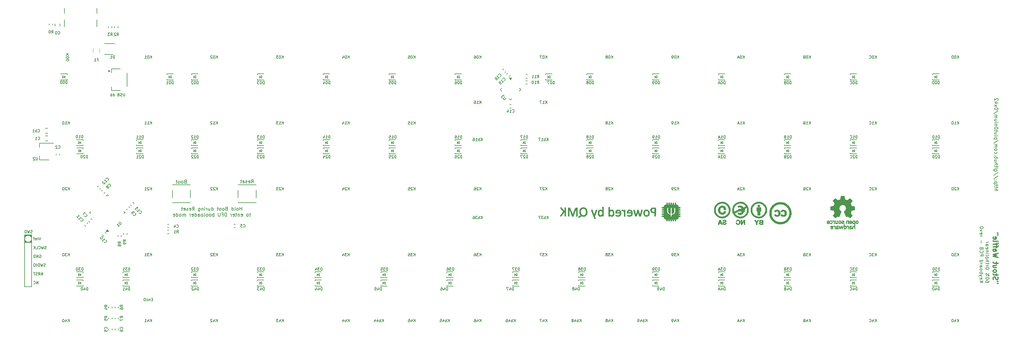
<source format=gbr>
G04 #@! TF.GenerationSoftware,KiCad,Pcbnew,(5.1.5)-3*
G04 #@! TF.CreationDate,2020-09-16T11:12:37+02:00*
G04 #@! TF.ProjectId,0x42,30783432-2e6b-4696-9361-645f70636258,v0.1*
G04 #@! TF.SameCoordinates,Original*
G04 #@! TF.FileFunction,Legend,Bot*
G04 #@! TF.FilePolarity,Positive*
%FSLAX46Y46*%
G04 Gerber Fmt 4.6, Leading zero omitted, Abs format (unit mm)*
G04 Created by KiCad (PCBNEW (5.1.5)-3) date 2020-09-16 11:12:37*
%MOMM*%
%LPD*%
G04 APERTURE LIST*
%ADD10C,0.200000*%
%ADD11C,0.350000*%
%ADD12C,0.100000*%
%ADD13C,0.160000*%
%ADD14C,0.010000*%
%ADD15C,0.300000*%
%ADD16C,0.120000*%
%ADD17C,0.150000*%
G04 APERTURE END LIST*
D10*
X134290476Y-125202380D02*
X134290476Y-124202380D01*
X134290476Y-124678571D02*
X133719047Y-124678571D01*
X133719047Y-125202380D02*
X133719047Y-124202380D01*
X133100000Y-125202380D02*
X133195238Y-125154761D01*
X133242857Y-125107142D01*
X133290476Y-125011904D01*
X133290476Y-124726190D01*
X133242857Y-124630952D01*
X133195238Y-124583333D01*
X133100000Y-124535714D01*
X132957142Y-124535714D01*
X132861904Y-124583333D01*
X132814285Y-124630952D01*
X132766666Y-124726190D01*
X132766666Y-125011904D01*
X132814285Y-125107142D01*
X132861904Y-125154761D01*
X132957142Y-125202380D01*
X133100000Y-125202380D01*
X132195238Y-125202380D02*
X132290476Y-125154761D01*
X132338095Y-125059523D01*
X132338095Y-124202380D01*
X131385714Y-125202380D02*
X131385714Y-124202380D01*
X131385714Y-125154761D02*
X131480952Y-125202380D01*
X131671428Y-125202380D01*
X131766666Y-125154761D01*
X131814285Y-125107142D01*
X131861904Y-125011904D01*
X131861904Y-124726190D01*
X131814285Y-124630952D01*
X131766666Y-124583333D01*
X131671428Y-124535714D01*
X131480952Y-124535714D01*
X131385714Y-124583333D01*
X129814285Y-124678571D02*
X129671428Y-124726190D01*
X129623809Y-124773809D01*
X129576190Y-124869047D01*
X129576190Y-125011904D01*
X129623809Y-125107142D01*
X129671428Y-125154761D01*
X129766666Y-125202380D01*
X130147619Y-125202380D01*
X130147619Y-124202380D01*
X129814285Y-124202380D01*
X129719047Y-124250000D01*
X129671428Y-124297619D01*
X129623809Y-124392857D01*
X129623809Y-124488095D01*
X129671428Y-124583333D01*
X129719047Y-124630952D01*
X129814285Y-124678571D01*
X130147619Y-124678571D01*
X129004761Y-125202380D02*
X129100000Y-125154761D01*
X129147619Y-125107142D01*
X129195238Y-125011904D01*
X129195238Y-124726190D01*
X129147619Y-124630952D01*
X129100000Y-124583333D01*
X129004761Y-124535714D01*
X128861904Y-124535714D01*
X128766666Y-124583333D01*
X128719047Y-124630952D01*
X128671428Y-124726190D01*
X128671428Y-125011904D01*
X128719047Y-125107142D01*
X128766666Y-125154761D01*
X128861904Y-125202380D01*
X129004761Y-125202380D01*
X128100000Y-125202380D02*
X128195238Y-125154761D01*
X128242857Y-125107142D01*
X128290476Y-125011904D01*
X128290476Y-124726190D01*
X128242857Y-124630952D01*
X128195238Y-124583333D01*
X128100000Y-124535714D01*
X127957142Y-124535714D01*
X127861904Y-124583333D01*
X127814285Y-124630952D01*
X127766666Y-124726190D01*
X127766666Y-125011904D01*
X127814285Y-125107142D01*
X127861904Y-125154761D01*
X127957142Y-125202380D01*
X128100000Y-125202380D01*
X127480952Y-124535714D02*
X127100000Y-124535714D01*
X127338095Y-124202380D02*
X127338095Y-125059523D01*
X127290476Y-125154761D01*
X127195238Y-125202380D01*
X127100000Y-125202380D01*
X125576190Y-125202380D02*
X125576190Y-124202380D01*
X125576190Y-125154761D02*
X125671428Y-125202380D01*
X125861904Y-125202380D01*
X125957142Y-125154761D01*
X126004761Y-125107142D01*
X126052380Y-125011904D01*
X126052380Y-124726190D01*
X126004761Y-124630952D01*
X125957142Y-124583333D01*
X125861904Y-124535714D01*
X125671428Y-124535714D01*
X125576190Y-124583333D01*
X124671428Y-124535714D02*
X124671428Y-125202380D01*
X125100000Y-124535714D02*
X125100000Y-125059523D01*
X125052380Y-125154761D01*
X124957142Y-125202380D01*
X124814285Y-125202380D01*
X124719047Y-125154761D01*
X124671428Y-125107142D01*
X124195238Y-125202380D02*
X124195238Y-124535714D01*
X124195238Y-124726190D02*
X124147619Y-124630952D01*
X124100000Y-124583333D01*
X124004761Y-124535714D01*
X123909523Y-124535714D01*
X123576190Y-125202380D02*
X123576190Y-124535714D01*
X123576190Y-124202380D02*
X123623809Y-124250000D01*
X123576190Y-124297619D01*
X123528571Y-124250000D01*
X123576190Y-124202380D01*
X123576190Y-124297619D01*
X123100000Y-124535714D02*
X123100000Y-125202380D01*
X123100000Y-124630952D02*
X123052380Y-124583333D01*
X122957142Y-124535714D01*
X122814285Y-124535714D01*
X122719047Y-124583333D01*
X122671428Y-124678571D01*
X122671428Y-125202380D01*
X121766666Y-124535714D02*
X121766666Y-125345238D01*
X121814285Y-125440476D01*
X121861904Y-125488095D01*
X121957142Y-125535714D01*
X122100000Y-125535714D01*
X122195238Y-125488095D01*
X121766666Y-125154761D02*
X121861904Y-125202380D01*
X122052380Y-125202380D01*
X122147619Y-125154761D01*
X122195238Y-125107142D01*
X122242857Y-125011904D01*
X122242857Y-124726190D01*
X122195238Y-124630952D01*
X122147619Y-124583333D01*
X122052380Y-124535714D01*
X121861904Y-124535714D01*
X121766666Y-124583333D01*
X119957142Y-125202380D02*
X120290476Y-124726190D01*
X120528571Y-125202380D02*
X120528571Y-124202380D01*
X120147619Y-124202380D01*
X120052380Y-124250000D01*
X120004761Y-124297619D01*
X119957142Y-124392857D01*
X119957142Y-124535714D01*
X120004761Y-124630952D01*
X120052380Y-124678571D01*
X120147619Y-124726190D01*
X120528571Y-124726190D01*
X119147619Y-125154761D02*
X119242857Y-125202380D01*
X119433333Y-125202380D01*
X119528571Y-125154761D01*
X119576190Y-125059523D01*
X119576190Y-124678571D01*
X119528571Y-124583333D01*
X119433333Y-124535714D01*
X119242857Y-124535714D01*
X119147619Y-124583333D01*
X119100000Y-124678571D01*
X119100000Y-124773809D01*
X119576190Y-124869047D01*
X118719047Y-125154761D02*
X118623809Y-125202380D01*
X118433333Y-125202380D01*
X118338095Y-125154761D01*
X118290476Y-125059523D01*
X118290476Y-125011904D01*
X118338095Y-124916666D01*
X118433333Y-124869047D01*
X118576190Y-124869047D01*
X118671428Y-124821428D01*
X118719047Y-124726190D01*
X118719047Y-124678571D01*
X118671428Y-124583333D01*
X118576190Y-124535714D01*
X118433333Y-124535714D01*
X118338095Y-124583333D01*
X117480952Y-125154761D02*
X117576190Y-125202380D01*
X117766666Y-125202380D01*
X117861904Y-125154761D01*
X117909523Y-125059523D01*
X117909523Y-124678571D01*
X117861904Y-124583333D01*
X117766666Y-124535714D01*
X117576190Y-124535714D01*
X117480952Y-124583333D01*
X117433333Y-124678571D01*
X117433333Y-124773809D01*
X117909523Y-124869047D01*
X117147619Y-124535714D02*
X116766666Y-124535714D01*
X117004761Y-124202380D02*
X117004761Y-125059523D01*
X116957142Y-125154761D01*
X116861904Y-125202380D01*
X116766666Y-125202380D01*
X136838095Y-126235714D02*
X136457142Y-126235714D01*
X136695238Y-125902380D02*
X136695238Y-126759523D01*
X136647619Y-126854761D01*
X136552380Y-126902380D01*
X136457142Y-126902380D01*
X135980952Y-126902380D02*
X136076190Y-126854761D01*
X136123809Y-126807142D01*
X136171428Y-126711904D01*
X136171428Y-126426190D01*
X136123809Y-126330952D01*
X136076190Y-126283333D01*
X135980952Y-126235714D01*
X135838095Y-126235714D01*
X135742857Y-126283333D01*
X135695238Y-126330952D01*
X135647619Y-126426190D01*
X135647619Y-126711904D01*
X135695238Y-126807142D01*
X135742857Y-126854761D01*
X135838095Y-126902380D01*
X135980952Y-126902380D01*
X134076190Y-126854761D02*
X134171428Y-126902380D01*
X134361904Y-126902380D01*
X134457142Y-126854761D01*
X134504761Y-126759523D01*
X134504761Y-126378571D01*
X134457142Y-126283333D01*
X134361904Y-126235714D01*
X134171428Y-126235714D01*
X134076190Y-126283333D01*
X134028571Y-126378571D01*
X134028571Y-126473809D01*
X134504761Y-126569047D01*
X133600000Y-126235714D02*
X133600000Y-126902380D01*
X133600000Y-126330952D02*
X133552380Y-126283333D01*
X133457142Y-126235714D01*
X133314285Y-126235714D01*
X133219047Y-126283333D01*
X133171428Y-126378571D01*
X133171428Y-126902380D01*
X132838095Y-126235714D02*
X132457142Y-126235714D01*
X132695238Y-125902380D02*
X132695238Y-126759523D01*
X132647619Y-126854761D01*
X132552380Y-126902380D01*
X132457142Y-126902380D01*
X131742857Y-126854761D02*
X131838095Y-126902380D01*
X132028571Y-126902380D01*
X132123809Y-126854761D01*
X132171428Y-126759523D01*
X132171428Y-126378571D01*
X132123809Y-126283333D01*
X132028571Y-126235714D01*
X131838095Y-126235714D01*
X131742857Y-126283333D01*
X131695238Y-126378571D01*
X131695238Y-126473809D01*
X132171428Y-126569047D01*
X131266666Y-126902380D02*
X131266666Y-126235714D01*
X131266666Y-126426190D02*
X131219047Y-126330952D01*
X131171428Y-126283333D01*
X131076190Y-126235714D01*
X130980952Y-126235714D01*
X129885714Y-126902380D02*
X129885714Y-125902380D01*
X129647619Y-125902380D01*
X129504761Y-125950000D01*
X129409523Y-126045238D01*
X129361904Y-126140476D01*
X129314285Y-126330952D01*
X129314285Y-126473809D01*
X129361904Y-126664285D01*
X129409523Y-126759523D01*
X129504761Y-126854761D01*
X129647619Y-126902380D01*
X129885714Y-126902380D01*
X128552380Y-126378571D02*
X128885714Y-126378571D01*
X128885714Y-126902380D02*
X128885714Y-125902380D01*
X128409523Y-125902380D01*
X128028571Y-125902380D02*
X128028571Y-126711904D01*
X127980952Y-126807142D01*
X127933333Y-126854761D01*
X127838095Y-126902380D01*
X127647619Y-126902380D01*
X127552380Y-126854761D01*
X127504761Y-126807142D01*
X127457142Y-126711904D01*
X127457142Y-125902380D01*
X126219047Y-126902380D02*
X126219047Y-125902380D01*
X126219047Y-126283333D02*
X126123809Y-126235714D01*
X125933333Y-126235714D01*
X125838095Y-126283333D01*
X125790476Y-126330952D01*
X125742857Y-126426190D01*
X125742857Y-126711904D01*
X125790476Y-126807142D01*
X125838095Y-126854761D01*
X125933333Y-126902380D01*
X126123809Y-126902380D01*
X126219047Y-126854761D01*
X125171428Y-126902380D02*
X125266666Y-126854761D01*
X125314285Y-126807142D01*
X125361904Y-126711904D01*
X125361904Y-126426190D01*
X125314285Y-126330952D01*
X125266666Y-126283333D01*
X125171428Y-126235714D01*
X125028571Y-126235714D01*
X124933333Y-126283333D01*
X124885714Y-126330952D01*
X124838095Y-126426190D01*
X124838095Y-126711904D01*
X124885714Y-126807142D01*
X124933333Y-126854761D01*
X125028571Y-126902380D01*
X125171428Y-126902380D01*
X124266666Y-126902380D02*
X124361904Y-126854761D01*
X124409523Y-126807142D01*
X124457142Y-126711904D01*
X124457142Y-126426190D01*
X124409523Y-126330952D01*
X124361904Y-126283333D01*
X124266666Y-126235714D01*
X124123809Y-126235714D01*
X124028571Y-126283333D01*
X123980952Y-126330952D01*
X123933333Y-126426190D01*
X123933333Y-126711904D01*
X123980952Y-126807142D01*
X124028571Y-126854761D01*
X124123809Y-126902380D01*
X124266666Y-126902380D01*
X123361904Y-126902380D02*
X123457142Y-126854761D01*
X123504761Y-126759523D01*
X123504761Y-125902380D01*
X122838095Y-126902380D02*
X122933333Y-126854761D01*
X122980952Y-126807142D01*
X123028571Y-126711904D01*
X123028571Y-126426190D01*
X122980952Y-126330952D01*
X122933333Y-126283333D01*
X122838095Y-126235714D01*
X122695238Y-126235714D01*
X122600000Y-126283333D01*
X122552380Y-126330952D01*
X122504761Y-126426190D01*
X122504761Y-126711904D01*
X122552380Y-126807142D01*
X122600000Y-126854761D01*
X122695238Y-126902380D01*
X122838095Y-126902380D01*
X121647619Y-126902380D02*
X121647619Y-126378571D01*
X121695238Y-126283333D01*
X121790476Y-126235714D01*
X121980952Y-126235714D01*
X122076190Y-126283333D01*
X121647619Y-126854761D02*
X121742857Y-126902380D01*
X121980952Y-126902380D01*
X122076190Y-126854761D01*
X122123809Y-126759523D01*
X122123809Y-126664285D01*
X122076190Y-126569047D01*
X121980952Y-126521428D01*
X121742857Y-126521428D01*
X121647619Y-126473809D01*
X120742857Y-126902380D02*
X120742857Y-125902380D01*
X120742857Y-126854761D02*
X120838095Y-126902380D01*
X121028571Y-126902380D01*
X121123809Y-126854761D01*
X121171428Y-126807142D01*
X121219047Y-126711904D01*
X121219047Y-126426190D01*
X121171428Y-126330952D01*
X121123809Y-126283333D01*
X121028571Y-126235714D01*
X120838095Y-126235714D01*
X120742857Y-126283333D01*
X119885714Y-126854761D02*
X119980952Y-126902380D01*
X120171428Y-126902380D01*
X120266666Y-126854761D01*
X120314285Y-126759523D01*
X120314285Y-126378571D01*
X120266666Y-126283333D01*
X120171428Y-126235714D01*
X119980952Y-126235714D01*
X119885714Y-126283333D01*
X119838095Y-126378571D01*
X119838095Y-126473809D01*
X120314285Y-126569047D01*
X119409523Y-126902380D02*
X119409523Y-126235714D01*
X119409523Y-126426190D02*
X119361904Y-126330952D01*
X119314285Y-126283333D01*
X119219047Y-126235714D01*
X119123809Y-126235714D01*
X118028571Y-126902380D02*
X118028571Y-126235714D01*
X118028571Y-126330952D02*
X117980952Y-126283333D01*
X117885714Y-126235714D01*
X117742857Y-126235714D01*
X117647619Y-126283333D01*
X117600000Y-126378571D01*
X117600000Y-126902380D01*
X117600000Y-126378571D02*
X117552380Y-126283333D01*
X117457142Y-126235714D01*
X117314285Y-126235714D01*
X117219047Y-126283333D01*
X117171428Y-126378571D01*
X117171428Y-126902380D01*
X116552380Y-126902380D02*
X116647619Y-126854761D01*
X116695238Y-126807142D01*
X116742857Y-126711904D01*
X116742857Y-126426190D01*
X116695238Y-126330952D01*
X116647619Y-126283333D01*
X116552380Y-126235714D01*
X116409523Y-126235714D01*
X116314285Y-126283333D01*
X116266666Y-126330952D01*
X116219047Y-126426190D01*
X116219047Y-126711904D01*
X116266666Y-126807142D01*
X116314285Y-126854761D01*
X116409523Y-126902380D01*
X116552380Y-126902380D01*
X115361904Y-126902380D02*
X115361904Y-125902380D01*
X115361904Y-126854761D02*
X115457142Y-126902380D01*
X115647619Y-126902380D01*
X115742857Y-126854761D01*
X115790476Y-126807142D01*
X115838095Y-126711904D01*
X115838095Y-126426190D01*
X115790476Y-126330952D01*
X115742857Y-126283333D01*
X115647619Y-126235714D01*
X115457142Y-126235714D01*
X115361904Y-126283333D01*
X114504761Y-126854761D02*
X114600000Y-126902380D01*
X114790476Y-126902380D01*
X114885714Y-126854761D01*
X114933333Y-126759523D01*
X114933333Y-126378571D01*
X114885714Y-126283333D01*
X114790476Y-126235714D01*
X114600000Y-126235714D01*
X114504761Y-126283333D01*
X114457142Y-126378571D01*
X114457142Y-126473809D01*
X114933333Y-126569047D01*
X351947619Y-119381904D02*
X352947619Y-119381904D01*
X351947619Y-118953333D02*
X352471428Y-118953333D01*
X352566666Y-119000952D01*
X352614285Y-119096190D01*
X352614285Y-119239047D01*
X352566666Y-119334285D01*
X352519047Y-119381904D01*
X352614285Y-118620000D02*
X352614285Y-118239047D01*
X352947619Y-118477142D02*
X352090476Y-118477142D01*
X351995238Y-118429523D01*
X351947619Y-118334285D01*
X351947619Y-118239047D01*
X352614285Y-118048571D02*
X352614285Y-117667619D01*
X352947619Y-117905714D02*
X352090476Y-117905714D01*
X351995238Y-117858095D01*
X351947619Y-117762857D01*
X351947619Y-117667619D01*
X352614285Y-117334285D02*
X351614285Y-117334285D01*
X352566666Y-117334285D02*
X352614285Y-117239047D01*
X352614285Y-117048571D01*
X352566666Y-116953333D01*
X352519047Y-116905714D01*
X352423809Y-116858095D01*
X352138095Y-116858095D01*
X352042857Y-116905714D01*
X351995238Y-116953333D01*
X351947619Y-117048571D01*
X351947619Y-117239047D01*
X351995238Y-117334285D01*
X352042857Y-116429523D02*
X351995238Y-116381904D01*
X351947619Y-116429523D01*
X351995238Y-116477142D01*
X352042857Y-116429523D01*
X351947619Y-116429523D01*
X352566666Y-116429523D02*
X352519047Y-116381904D01*
X352471428Y-116429523D01*
X352519047Y-116477142D01*
X352566666Y-116429523D01*
X352471428Y-116429523D01*
X352995238Y-115239047D02*
X351709523Y-116096190D01*
X352995238Y-114191428D02*
X351709523Y-115048571D01*
X352614285Y-113429523D02*
X351804761Y-113429523D01*
X351709523Y-113477142D01*
X351661904Y-113524761D01*
X351614285Y-113620000D01*
X351614285Y-113762857D01*
X351661904Y-113858095D01*
X351995238Y-113429523D02*
X351947619Y-113524761D01*
X351947619Y-113715238D01*
X351995238Y-113810476D01*
X352042857Y-113858095D01*
X352138095Y-113905714D01*
X352423809Y-113905714D01*
X352519047Y-113858095D01*
X352566666Y-113810476D01*
X352614285Y-113715238D01*
X352614285Y-113524761D01*
X352566666Y-113429523D01*
X351947619Y-112953333D02*
X352614285Y-112953333D01*
X352947619Y-112953333D02*
X352900000Y-113000952D01*
X352852380Y-112953333D01*
X352900000Y-112905714D01*
X352947619Y-112953333D01*
X352852380Y-112953333D01*
X352614285Y-112620000D02*
X352614285Y-112239047D01*
X352947619Y-112477142D02*
X352090476Y-112477142D01*
X351995238Y-112429523D01*
X351947619Y-112334285D01*
X351947619Y-112239047D01*
X351947619Y-111905714D02*
X352947619Y-111905714D01*
X351947619Y-111477142D02*
X352471428Y-111477142D01*
X352566666Y-111524761D01*
X352614285Y-111620000D01*
X352614285Y-111762857D01*
X352566666Y-111858095D01*
X352519047Y-111905714D01*
X352614285Y-110572380D02*
X351947619Y-110572380D01*
X352614285Y-111000952D02*
X352090476Y-111000952D01*
X351995238Y-110953333D01*
X351947619Y-110858095D01*
X351947619Y-110715238D01*
X351995238Y-110620000D01*
X352042857Y-110572380D01*
X351947619Y-110096190D02*
X352947619Y-110096190D01*
X352566666Y-110096190D02*
X352614285Y-110000952D01*
X352614285Y-109810476D01*
X352566666Y-109715238D01*
X352519047Y-109667619D01*
X352423809Y-109620000D01*
X352138095Y-109620000D01*
X352042857Y-109667619D01*
X351995238Y-109715238D01*
X351947619Y-109810476D01*
X351947619Y-110000952D01*
X351995238Y-110096190D01*
X352042857Y-109191428D02*
X351995238Y-109143809D01*
X351947619Y-109191428D01*
X351995238Y-109239047D01*
X352042857Y-109191428D01*
X351947619Y-109191428D01*
X351995238Y-108286666D02*
X351947619Y-108381904D01*
X351947619Y-108572380D01*
X351995238Y-108667619D01*
X352042857Y-108715238D01*
X352138095Y-108762857D01*
X352423809Y-108762857D01*
X352519047Y-108715238D01*
X352566666Y-108667619D01*
X352614285Y-108572380D01*
X352614285Y-108381904D01*
X352566666Y-108286666D01*
X351947619Y-107715238D02*
X351995238Y-107810476D01*
X352042857Y-107858095D01*
X352138095Y-107905714D01*
X352423809Y-107905714D01*
X352519047Y-107858095D01*
X352566666Y-107810476D01*
X352614285Y-107715238D01*
X352614285Y-107572380D01*
X352566666Y-107477142D01*
X352519047Y-107429523D01*
X352423809Y-107381904D01*
X352138095Y-107381904D01*
X352042857Y-107429523D01*
X351995238Y-107477142D01*
X351947619Y-107572380D01*
X351947619Y-107715238D01*
X351947619Y-106953333D02*
X352614285Y-106953333D01*
X352519047Y-106953333D02*
X352566666Y-106905714D01*
X352614285Y-106810476D01*
X352614285Y-106667619D01*
X352566666Y-106572380D01*
X352471428Y-106524761D01*
X351947619Y-106524761D01*
X352471428Y-106524761D02*
X352566666Y-106477142D01*
X352614285Y-106381904D01*
X352614285Y-106239047D01*
X352566666Y-106143809D01*
X352471428Y-106096190D01*
X351947619Y-106096190D01*
X352995238Y-104905714D02*
X351709523Y-105762857D01*
X352614285Y-104572380D02*
X351614285Y-104572380D01*
X352566666Y-104572380D02*
X352614285Y-104477142D01*
X352614285Y-104286666D01*
X352566666Y-104191428D01*
X352519047Y-104143809D01*
X352423809Y-104096190D01*
X352138095Y-104096190D01*
X352042857Y-104143809D01*
X351995238Y-104191428D01*
X351947619Y-104286666D01*
X351947619Y-104477142D01*
X351995238Y-104572380D01*
X351947619Y-103524761D02*
X351995238Y-103620000D01*
X352090476Y-103667619D01*
X352947619Y-103667619D01*
X352614285Y-102715238D02*
X351947619Y-102715238D01*
X352614285Y-103143809D02*
X352090476Y-103143809D01*
X351995238Y-103096190D01*
X351947619Y-103000952D01*
X351947619Y-102858095D01*
X351995238Y-102762857D01*
X352042857Y-102715238D01*
X352614285Y-102381904D02*
X352614285Y-102000952D01*
X352947619Y-102239047D02*
X352090476Y-102239047D01*
X351995238Y-102191428D01*
X351947619Y-102096190D01*
X351947619Y-102000952D01*
X352947619Y-101477142D02*
X352947619Y-101381904D01*
X352900000Y-101286666D01*
X352852380Y-101239047D01*
X352757142Y-101191428D01*
X352566666Y-101143809D01*
X352328571Y-101143809D01*
X352138095Y-101191428D01*
X352042857Y-101239047D01*
X351995238Y-101286666D01*
X351947619Y-101381904D01*
X351947619Y-101477142D01*
X351995238Y-101572380D01*
X352042857Y-101620000D01*
X352138095Y-101667619D01*
X352328571Y-101715238D01*
X352566666Y-101715238D01*
X352757142Y-101667619D01*
X352852380Y-101620000D01*
X352900000Y-101572380D01*
X352947619Y-101477142D01*
X352614285Y-100715238D02*
X351947619Y-100715238D01*
X352519047Y-100715238D02*
X352566666Y-100667619D01*
X352614285Y-100572380D01*
X352614285Y-100429523D01*
X352566666Y-100334285D01*
X352471428Y-100286666D01*
X351947619Y-100286666D01*
X351947619Y-99810476D02*
X352614285Y-99810476D01*
X352947619Y-99810476D02*
X352900000Y-99858095D01*
X352852380Y-99810476D01*
X352900000Y-99762857D01*
X352947619Y-99810476D01*
X352852380Y-99810476D01*
X352614285Y-98905714D02*
X351947619Y-98905714D01*
X352614285Y-99334285D02*
X352090476Y-99334285D01*
X351995238Y-99286666D01*
X351947619Y-99191428D01*
X351947619Y-99048571D01*
X351995238Y-98953333D01*
X352042857Y-98905714D01*
X351947619Y-98429523D02*
X352614285Y-98429523D01*
X352519047Y-98429523D02*
X352566666Y-98381904D01*
X352614285Y-98286666D01*
X352614285Y-98143809D01*
X352566666Y-98048571D01*
X352471428Y-98000952D01*
X351947619Y-98000952D01*
X352471428Y-98000952D02*
X352566666Y-97953333D01*
X352614285Y-97858095D01*
X352614285Y-97715238D01*
X352566666Y-97620000D01*
X352471428Y-97572380D01*
X351947619Y-97572380D01*
X352995238Y-96381904D02*
X351709523Y-97239047D01*
X352947619Y-95858095D02*
X352947619Y-95762857D01*
X352900000Y-95667619D01*
X352852380Y-95620000D01*
X352757142Y-95572380D01*
X352566666Y-95524761D01*
X352328571Y-95524761D01*
X352138095Y-95572380D01*
X352042857Y-95620000D01*
X351995238Y-95667619D01*
X351947619Y-95762857D01*
X351947619Y-95858095D01*
X351995238Y-95953333D01*
X352042857Y-96000952D01*
X352138095Y-96048571D01*
X352328571Y-96096190D01*
X352566666Y-96096190D01*
X352757142Y-96048571D01*
X352852380Y-96000952D01*
X352900000Y-95953333D01*
X352947619Y-95858095D01*
X351947619Y-95191428D02*
X352614285Y-94667619D01*
X352614285Y-95191428D02*
X351947619Y-94667619D01*
X352614285Y-93858095D02*
X351947619Y-93858095D01*
X352995238Y-94096190D02*
X352280952Y-94334285D01*
X352280952Y-93715238D01*
X352852380Y-93381904D02*
X352900000Y-93334285D01*
X352947619Y-93239047D01*
X352947619Y-93000952D01*
X352900000Y-92905714D01*
X352852380Y-92858095D01*
X352757142Y-92810476D01*
X352661904Y-92810476D01*
X352519047Y-92858095D01*
X351947619Y-93429523D01*
X351947619Y-92810476D01*
X350397619Y-145603333D02*
X350397619Y-145793809D01*
X350350000Y-145889047D01*
X350302380Y-145936666D01*
X350159523Y-146031904D01*
X349969047Y-146079523D01*
X349588095Y-146079523D01*
X349492857Y-146031904D01*
X349445238Y-145984285D01*
X349397619Y-145889047D01*
X349397619Y-145698571D01*
X349445238Y-145603333D01*
X349492857Y-145555714D01*
X349588095Y-145508095D01*
X349826190Y-145508095D01*
X349921428Y-145555714D01*
X349969047Y-145603333D01*
X350016666Y-145698571D01*
X350016666Y-145889047D01*
X349969047Y-145984285D01*
X349921428Y-146031904D01*
X349826190Y-146079523D01*
X350397619Y-144889047D02*
X350397619Y-144793809D01*
X350350000Y-144698571D01*
X350302380Y-144650952D01*
X350207142Y-144603333D01*
X350016666Y-144555714D01*
X349778571Y-144555714D01*
X349588095Y-144603333D01*
X349492857Y-144650952D01*
X349445238Y-144698571D01*
X349397619Y-144793809D01*
X349397619Y-144889047D01*
X349445238Y-144984285D01*
X349492857Y-145031904D01*
X349588095Y-145079523D01*
X349778571Y-145127142D01*
X350016666Y-145127142D01*
X350207142Y-145079523D01*
X350302380Y-145031904D01*
X350350000Y-144984285D01*
X350397619Y-144889047D01*
X349397619Y-144174761D02*
X350397619Y-143412857D01*
X350397619Y-144031904D02*
X350350000Y-143936666D01*
X350254761Y-143889047D01*
X350159523Y-143936666D01*
X350111904Y-144031904D01*
X350159523Y-144127142D01*
X350254761Y-144174761D01*
X350350000Y-144127142D01*
X350397619Y-144031904D01*
X349445238Y-143460476D02*
X349540476Y-143412857D01*
X349635714Y-143460476D01*
X349683333Y-143555714D01*
X349635714Y-143650952D01*
X349540476Y-143698571D01*
X349445238Y-143650952D01*
X349397619Y-143555714D01*
X349445238Y-143460476D01*
X350397619Y-142031904D02*
X350397619Y-141841428D01*
X350350000Y-141746190D01*
X350254761Y-141650952D01*
X350064285Y-141603333D01*
X349730952Y-141603333D01*
X349540476Y-141650952D01*
X349445238Y-141746190D01*
X349397619Y-141841428D01*
X349397619Y-142031904D01*
X349445238Y-142127142D01*
X349540476Y-142222380D01*
X349730952Y-142270000D01*
X350064285Y-142270000D01*
X350254761Y-142222380D01*
X350350000Y-142127142D01*
X350397619Y-142031904D01*
X349397619Y-141174761D02*
X350064285Y-141174761D01*
X349873809Y-141174761D02*
X349969047Y-141127142D01*
X350016666Y-141079523D01*
X350064285Y-140984285D01*
X350064285Y-140889047D01*
X350064285Y-140698571D02*
X350064285Y-140317619D01*
X350397619Y-140555714D02*
X349540476Y-140555714D01*
X349445238Y-140508095D01*
X349397619Y-140412857D01*
X349397619Y-140317619D01*
X349397619Y-139984285D02*
X350397619Y-139984285D01*
X349397619Y-139555714D02*
X349921428Y-139555714D01*
X350016666Y-139603333D01*
X350064285Y-139698571D01*
X350064285Y-139841428D01*
X350016666Y-139936666D01*
X349969047Y-139984285D01*
X349397619Y-138936666D02*
X349445238Y-139031904D01*
X349492857Y-139079523D01*
X349588095Y-139127142D01*
X349873809Y-139127142D01*
X349969047Y-139079523D01*
X350016666Y-139031904D01*
X350064285Y-138936666D01*
X350064285Y-138793809D01*
X350016666Y-138698571D01*
X349969047Y-138650952D01*
X349873809Y-138603333D01*
X349588095Y-138603333D01*
X349492857Y-138650952D01*
X349445238Y-138698571D01*
X349397619Y-138793809D01*
X349397619Y-138936666D01*
X349397619Y-138031904D02*
X349445238Y-138127142D01*
X349540476Y-138174761D01*
X350397619Y-138174761D01*
X349397619Y-137650952D02*
X350064285Y-137650952D01*
X350397619Y-137650952D02*
X350350000Y-137698571D01*
X350302380Y-137650952D01*
X350350000Y-137603333D01*
X350397619Y-137650952D01*
X350302380Y-137650952D01*
X350064285Y-137174761D02*
X349397619Y-137174761D01*
X349969047Y-137174761D02*
X350016666Y-137127142D01*
X350064285Y-137031904D01*
X350064285Y-136889047D01*
X350016666Y-136793809D01*
X349921428Y-136746190D01*
X349397619Y-136746190D01*
X349445238Y-135889047D02*
X349397619Y-135984285D01*
X349397619Y-136174761D01*
X349445238Y-136270000D01*
X349540476Y-136317619D01*
X349921428Y-136317619D01*
X350016666Y-136270000D01*
X350064285Y-136174761D01*
X350064285Y-135984285D01*
X350016666Y-135889047D01*
X349921428Y-135841428D01*
X349826190Y-135841428D01*
X349730952Y-136317619D01*
X349397619Y-134984285D02*
X349921428Y-134984285D01*
X350016666Y-135031904D01*
X350064285Y-135127142D01*
X350064285Y-135317619D01*
X350016666Y-135412857D01*
X349445238Y-134984285D02*
X349397619Y-135079523D01*
X349397619Y-135317619D01*
X349445238Y-135412857D01*
X349540476Y-135460476D01*
X349635714Y-135460476D01*
X349730952Y-135412857D01*
X349778571Y-135317619D01*
X349778571Y-135079523D01*
X349826190Y-134984285D01*
X349397619Y-134508095D02*
X350064285Y-134508095D01*
X349873809Y-134508095D02*
X349969047Y-134460476D01*
X350016666Y-134412857D01*
X350064285Y-134317619D01*
X350064285Y-134222380D01*
X347697619Y-146031904D02*
X348697619Y-146031904D01*
X347697619Y-145460476D02*
X348269047Y-145889047D01*
X348697619Y-145460476D02*
X348126190Y-146031904D01*
X347745238Y-144650952D02*
X347697619Y-144746190D01*
X347697619Y-144936666D01*
X347745238Y-145031904D01*
X347840476Y-145079523D01*
X348221428Y-145079523D01*
X348316666Y-145031904D01*
X348364285Y-144936666D01*
X348364285Y-144746190D01*
X348316666Y-144650952D01*
X348221428Y-144603333D01*
X348126190Y-144603333D01*
X348030952Y-145079523D01*
X348364285Y-144270000D02*
X347697619Y-144031904D01*
X348364285Y-143793809D02*
X347697619Y-144031904D01*
X347459523Y-144127142D01*
X347411904Y-144174761D01*
X347364285Y-144270000D01*
X347697619Y-143412857D02*
X348697619Y-143412857D01*
X348316666Y-143412857D02*
X348364285Y-143317619D01*
X348364285Y-143127142D01*
X348316666Y-143031904D01*
X348269047Y-142984285D01*
X348173809Y-142936666D01*
X347888095Y-142936666D01*
X347792857Y-142984285D01*
X347745238Y-143031904D01*
X347697619Y-143127142D01*
X347697619Y-143317619D01*
X347745238Y-143412857D01*
X347697619Y-142365238D02*
X347745238Y-142460476D01*
X347792857Y-142508095D01*
X347888095Y-142555714D01*
X348173809Y-142555714D01*
X348269047Y-142508095D01*
X348316666Y-142460476D01*
X348364285Y-142365238D01*
X348364285Y-142222380D01*
X348316666Y-142127142D01*
X348269047Y-142079523D01*
X348173809Y-142031904D01*
X347888095Y-142031904D01*
X347792857Y-142079523D01*
X347745238Y-142127142D01*
X347697619Y-142222380D01*
X347697619Y-142365238D01*
X347697619Y-141174761D02*
X348221428Y-141174761D01*
X348316666Y-141222380D01*
X348364285Y-141317619D01*
X348364285Y-141508095D01*
X348316666Y-141603333D01*
X347745238Y-141174761D02*
X347697619Y-141270000D01*
X347697619Y-141508095D01*
X347745238Y-141603333D01*
X347840476Y-141650952D01*
X347935714Y-141650952D01*
X348030952Y-141603333D01*
X348078571Y-141508095D01*
X348078571Y-141270000D01*
X348126190Y-141174761D01*
X347697619Y-140698571D02*
X348364285Y-140698571D01*
X348173809Y-140698571D02*
X348269047Y-140650952D01*
X348316666Y-140603333D01*
X348364285Y-140508095D01*
X348364285Y-140412857D01*
X347697619Y-139650952D02*
X348697619Y-139650952D01*
X347745238Y-139650952D02*
X347697619Y-139746190D01*
X347697619Y-139936666D01*
X347745238Y-140031904D01*
X347792857Y-140079523D01*
X347888095Y-140127142D01*
X348173809Y-140127142D01*
X348269047Y-140079523D01*
X348316666Y-140031904D01*
X348364285Y-139936666D01*
X348364285Y-139746190D01*
X348316666Y-139650952D01*
X347697619Y-138412857D02*
X348697619Y-138412857D01*
X348697619Y-138031904D01*
X348650000Y-137936666D01*
X348602380Y-137889047D01*
X348507142Y-137841428D01*
X348364285Y-137841428D01*
X348269047Y-137889047D01*
X348221428Y-137936666D01*
X348173809Y-138031904D01*
X348173809Y-138412857D01*
X347792857Y-136841428D02*
X347745238Y-136889047D01*
X347697619Y-137031904D01*
X347697619Y-137127142D01*
X347745238Y-137270000D01*
X347840476Y-137365238D01*
X347935714Y-137412857D01*
X348126190Y-137460476D01*
X348269047Y-137460476D01*
X348459523Y-137412857D01*
X348554761Y-137365238D01*
X348650000Y-137270000D01*
X348697619Y-137127142D01*
X348697619Y-137031904D01*
X348650000Y-136889047D01*
X348602380Y-136841428D01*
X348221428Y-136079523D02*
X348173809Y-135936666D01*
X348126190Y-135889047D01*
X348030952Y-135841428D01*
X347888095Y-135841428D01*
X347792857Y-135889047D01*
X347745238Y-135936666D01*
X347697619Y-136031904D01*
X347697619Y-136412857D01*
X348697619Y-136412857D01*
X348697619Y-136079523D01*
X348650000Y-135984285D01*
X348602380Y-135936666D01*
X348507142Y-135889047D01*
X348411904Y-135889047D01*
X348316666Y-135936666D01*
X348269047Y-135984285D01*
X348221428Y-136079523D01*
X348221428Y-136412857D01*
X348078571Y-134650952D02*
X348078571Y-133889047D01*
X347697619Y-132650952D02*
X348364285Y-132650952D01*
X348173809Y-132650952D02*
X348269047Y-132603333D01*
X348316666Y-132555714D01*
X348364285Y-132460476D01*
X348364285Y-132365238D01*
X347745238Y-131650952D02*
X347697619Y-131746190D01*
X347697619Y-131936666D01*
X347745238Y-132031904D01*
X347840476Y-132079523D01*
X348221428Y-132079523D01*
X348316666Y-132031904D01*
X348364285Y-131936666D01*
X348364285Y-131746190D01*
X348316666Y-131650952D01*
X348221428Y-131603333D01*
X348126190Y-131603333D01*
X348030952Y-132079523D01*
X348364285Y-131270000D02*
X347697619Y-131031904D01*
X348364285Y-130793809D01*
X348697619Y-130222380D02*
X348697619Y-130127142D01*
X348650000Y-130031904D01*
X348602380Y-129984285D01*
X348507142Y-129936666D01*
X348316666Y-129889047D01*
X348078571Y-129889047D01*
X347888095Y-129936666D01*
X347792857Y-129984285D01*
X347745238Y-130031904D01*
X347697619Y-130127142D01*
X347697619Y-130222380D01*
X347745238Y-130317619D01*
X347792857Y-130365238D01*
X347888095Y-130412857D01*
X348078571Y-130460476D01*
X348316666Y-130460476D01*
X348507142Y-130412857D01*
X348602380Y-130365238D01*
X348650000Y-130317619D01*
X348697619Y-130222380D01*
D11*
X352966666Y-146305833D02*
X352700000Y-146305833D01*
X352966666Y-145772500D02*
X352700000Y-145772500D01*
X351633333Y-145239166D02*
X351566666Y-145039166D01*
X351566666Y-144705833D01*
X351633333Y-144572500D01*
X351700000Y-144505833D01*
X351833333Y-144439166D01*
X351966666Y-144439166D01*
X352100000Y-144505833D01*
X352166666Y-144572500D01*
X352233333Y-144705833D01*
X352300000Y-144972500D01*
X352366666Y-145105833D01*
X352433333Y-145172500D01*
X352566666Y-145239166D01*
X352700000Y-145239166D01*
X352833333Y-145172500D01*
X352900000Y-145105833D01*
X352966666Y-144972500D01*
X352966666Y-144639166D01*
X352900000Y-144439166D01*
X352500000Y-144039166D02*
X352500000Y-143505833D01*
X352966666Y-143839166D02*
X351766666Y-143839166D01*
X351633333Y-143772500D01*
X351566666Y-143639166D01*
X351566666Y-143505833D01*
X351566666Y-142839166D02*
X351633333Y-142972500D01*
X351700000Y-143039166D01*
X351833333Y-143105833D01*
X352233333Y-143105833D01*
X352366666Y-143039166D01*
X352433333Y-142972500D01*
X352500000Y-142839166D01*
X352500000Y-142639166D01*
X352433333Y-142505833D01*
X352366666Y-142439166D01*
X352233333Y-142372500D01*
X351833333Y-142372500D01*
X351700000Y-142439166D01*
X351633333Y-142505833D01*
X351566666Y-142639166D01*
X351566666Y-142839166D01*
X352500000Y-141172500D02*
X351566666Y-141172500D01*
X352500000Y-141772500D02*
X351766666Y-141772500D01*
X351633333Y-141705833D01*
X351566666Y-141572500D01*
X351566666Y-141372500D01*
X351633333Y-141239166D01*
X351700000Y-141172500D01*
X352500000Y-140705833D02*
X352500000Y-140172500D01*
X352966666Y-140505833D02*
X351766666Y-140505833D01*
X351633333Y-140439166D01*
X351566666Y-140305833D01*
X351566666Y-140172500D01*
X352966666Y-138772500D02*
X351566666Y-138439166D01*
X352566666Y-138172500D01*
X351566666Y-137905833D01*
X352966666Y-137572500D01*
X351566666Y-136439166D02*
X352300000Y-136439166D01*
X352433333Y-136505833D01*
X352500000Y-136639166D01*
X352500000Y-136905833D01*
X352433333Y-137039166D01*
X351633333Y-136439166D02*
X351566666Y-136572500D01*
X351566666Y-136905833D01*
X351633333Y-137039166D01*
X351766666Y-137105833D01*
X351900000Y-137105833D01*
X352033333Y-137039166D01*
X352100000Y-136905833D01*
X352100000Y-136572500D01*
X352166666Y-136439166D01*
X352500000Y-135972500D02*
X352500000Y-135439166D01*
X351566666Y-135772500D02*
X352766666Y-135772500D01*
X352900000Y-135705833D01*
X352966666Y-135572500D01*
X352966666Y-135439166D01*
X352500000Y-135172500D02*
X352500000Y-134639166D01*
X351566666Y-134972500D02*
X352766666Y-134972500D01*
X352900000Y-134905833D01*
X352966666Y-134772500D01*
X352966666Y-134639166D01*
X351566666Y-133972500D02*
X351633333Y-134105833D01*
X351766666Y-134172500D01*
X352966666Y-134172500D01*
X351633333Y-132905833D02*
X351566666Y-133039166D01*
X351566666Y-133305833D01*
X351633333Y-133439166D01*
X351766666Y-133505833D01*
X352300000Y-133505833D01*
X352433333Y-133439166D01*
X352500000Y-133305833D01*
X352500000Y-133039166D01*
X352433333Y-132905833D01*
X352300000Y-132839166D01*
X352166666Y-132839166D01*
X352033333Y-133505833D01*
X352966666Y-132305833D02*
X352700000Y-132305833D01*
X352966666Y-131772500D02*
X352700000Y-131772500D01*
D12*
G36*
X72250000Y-132250000D02*
G01*
X71500000Y-132250000D01*
X71500000Y-133000000D01*
X72250000Y-132250000D01*
G37*
X72250000Y-132250000D02*
X71500000Y-132250000D01*
X71500000Y-133000000D01*
X72250000Y-132250000D01*
G36*
X71500000Y-133750000D02*
G01*
X71500000Y-134500000D01*
X72250000Y-134500000D01*
X71500000Y-133750000D01*
G37*
X71500000Y-133750000D02*
X71500000Y-134500000D01*
X72250000Y-134500000D01*
X71500000Y-133750000D01*
G36*
X73500000Y-133000000D02*
G01*
X73500000Y-132250000D01*
X72750000Y-132250000D01*
X73500000Y-133000000D01*
G37*
X73500000Y-133000000D02*
X73500000Y-132250000D01*
X72750000Y-132250000D01*
X73500000Y-133000000D01*
G36*
X72750000Y-134500000D02*
G01*
X73500000Y-134500000D01*
X73500000Y-133750000D01*
X72750000Y-134500000D01*
G37*
X72750000Y-134500000D02*
X73500000Y-134500000D01*
X73500000Y-133750000D01*
X72750000Y-134500000D01*
D10*
X73500000Y-147250000D02*
X73500000Y-132250000D01*
X73500000Y-132250000D02*
X71500000Y-132250000D01*
X71500000Y-132250000D02*
X71500000Y-147250000D01*
X71500000Y-147250000D02*
X73500000Y-147250000D01*
X73500000Y-133400000D02*
G75*
G03X73500000Y-133400000I-1000000J0D01*
G01*
X71500000Y-134500000D02*
X73500000Y-134500000D01*
D13*
X100169435Y-126135876D02*
X100505311Y-125800000D01*
X100505311Y-125800000D02*
X100169435Y-125464124D01*
X90630565Y-125464124D02*
X90294689Y-125800000D01*
X90294689Y-125800000D02*
X90630565Y-126135876D01*
X95064124Y-121030565D02*
X95400000Y-120694689D01*
X95400000Y-120694689D02*
X95735876Y-121030565D01*
G36*
X95400000Y-130749747D02*
G01*
X95046447Y-131386144D01*
X95753553Y-131386144D01*
X95400000Y-130749747D01*
G37*
X95400000Y-130749747D02*
X95046447Y-131386144D01*
X95753553Y-131386144D01*
X95400000Y-130749747D01*
D14*
G36*
X307852816Y-121008218D02*
G01*
X307736562Y-121009360D01*
X307648308Y-121011419D01*
X307585125Y-121014525D01*
X307544082Y-121018805D01*
X307522250Y-121024388D01*
X307516868Y-121029033D01*
X307511783Y-121050700D01*
X307501442Y-121101150D01*
X307486722Y-121175861D01*
X307468506Y-121270310D01*
X307447672Y-121379976D01*
X307425100Y-121500335D01*
X307423813Y-121507248D01*
X307400722Y-121627968D01*
X307378500Y-121738079D01*
X307358146Y-121833084D01*
X307340662Y-121908488D01*
X307327048Y-121959792D01*
X307318305Y-121982501D01*
X307317980Y-121982837D01*
X307296539Y-121994652D01*
X307248744Y-122016851D01*
X307179673Y-122047210D01*
X307094406Y-122083505D01*
X306998022Y-122123514D01*
X306977777Y-122131798D01*
X306869963Y-122175667D01*
X306788893Y-122207939D01*
X306729988Y-122229897D01*
X306688670Y-122242822D01*
X306660358Y-122247995D01*
X306640475Y-122246699D01*
X306624441Y-122240215D01*
X306613710Y-122233694D01*
X306587529Y-122216305D01*
X306537897Y-122182760D01*
X306469268Y-122136095D01*
X306386098Y-122079340D01*
X306292842Y-122015531D01*
X306226867Y-121970295D01*
X306130633Y-121904588D01*
X306042586Y-121845098D01*
X305966903Y-121794597D01*
X305907760Y-121755856D01*
X305869334Y-121731647D01*
X305856933Y-121724806D01*
X305840482Y-121728884D01*
X305809836Y-121749787D01*
X305763242Y-121789077D01*
X305698949Y-121848316D01*
X305615203Y-121929068D01*
X305510251Y-122032895D01*
X305500700Y-122042432D01*
X305414469Y-122129358D01*
X305336700Y-122209251D01*
X305270489Y-122278809D01*
X305218934Y-122334729D01*
X305185132Y-122373707D01*
X305172180Y-122392440D01*
X305172133Y-122392861D01*
X305181379Y-122412261D01*
X305207432Y-122455566D01*
X305247769Y-122518876D01*
X305299864Y-122598290D01*
X305361193Y-122689907D01*
X305426109Y-122785277D01*
X305494391Y-122885222D01*
X305556465Y-122976859D01*
X305609694Y-123056233D01*
X305651441Y-123119387D01*
X305679067Y-123162365D01*
X305689814Y-123180857D01*
X305686050Y-123202674D01*
X305670703Y-123249717D01*
X305646124Y-123316343D01*
X305614661Y-123396907D01*
X305578663Y-123485767D01*
X305540482Y-123577281D01*
X305502465Y-123665804D01*
X305466962Y-123745694D01*
X305436323Y-123811309D01*
X305412898Y-123857004D01*
X305400397Y-123875984D01*
X305378689Y-123884565D01*
X305328267Y-123898008D01*
X305253766Y-123915283D01*
X305159823Y-123935359D01*
X305051072Y-123957204D01*
X304941409Y-123978075D01*
X304823092Y-124000506D01*
X304715275Y-124021882D01*
X304622594Y-124041209D01*
X304549688Y-124057492D01*
X304501194Y-124069736D01*
X304482100Y-124076600D01*
X304475398Y-124090765D01*
X304470141Y-124123007D01*
X304466201Y-124176234D01*
X304463450Y-124253352D01*
X304461760Y-124357271D01*
X304461003Y-124490896D01*
X304460933Y-124557836D01*
X304460933Y-125021793D01*
X304499033Y-125037997D01*
X304525839Y-125045472D01*
X304580936Y-125057870D01*
X304659273Y-125074162D01*
X304755803Y-125093317D01*
X304865475Y-125114305D01*
X304950497Y-125130112D01*
X305064912Y-125151575D01*
X305168328Y-125171840D01*
X305256055Y-125189915D01*
X305323399Y-125204812D01*
X305365669Y-125215540D01*
X305378150Y-125220310D01*
X305390026Y-125241547D01*
X305411492Y-125288793D01*
X305440288Y-125356331D01*
X305474152Y-125438444D01*
X305510823Y-125529415D01*
X305548041Y-125623529D01*
X305583545Y-125715067D01*
X305615074Y-125798313D01*
X305640366Y-125867552D01*
X305657162Y-125917064D01*
X305663200Y-125941065D01*
X305653922Y-125963515D01*
X305627834Y-126009532D01*
X305587555Y-126074943D01*
X305535704Y-126155576D01*
X305474899Y-126247260D01*
X305423610Y-126322784D01*
X305357324Y-126420142D01*
X305297415Y-126509517D01*
X305246597Y-126586746D01*
X305207586Y-126647667D01*
X305183095Y-126688118D01*
X305175851Y-126702656D01*
X305180658Y-126720346D01*
X305202194Y-126752061D01*
X305242090Y-126799649D01*
X305301973Y-126864961D01*
X305383473Y-126949845D01*
X305478941Y-127046810D01*
X305564085Y-127132072D01*
X305642659Y-127209787D01*
X305711150Y-127276557D01*
X305766043Y-127328982D01*
X305803825Y-127363663D01*
X305820176Y-127376833D01*
X305834514Y-127378680D01*
X305858366Y-127371364D01*
X305894803Y-127353068D01*
X305946895Y-127321975D01*
X306017712Y-127276267D01*
X306110326Y-127214126D01*
X306208552Y-127146979D01*
X306306887Y-127080130D01*
X306397125Y-127020174D01*
X306475216Y-126969691D01*
X306537111Y-126931261D01*
X306578759Y-126907463D01*
X306595241Y-126900667D01*
X306621161Y-126908241D01*
X306669370Y-126928743D01*
X306732446Y-126958838D01*
X306788197Y-126987355D01*
X306857380Y-127021863D01*
X306914568Y-127046750D01*
X306953490Y-127059495D01*
X306967201Y-127059322D01*
X306976070Y-127041489D01*
X306996229Y-126996025D01*
X307026145Y-126926623D01*
X307064284Y-126836977D01*
X307109112Y-126730779D01*
X307159096Y-126611724D01*
X307212701Y-126483505D01*
X307268393Y-126349816D01*
X307324640Y-126214350D01*
X307379907Y-126080802D01*
X307432660Y-125952864D01*
X307481366Y-125834229D01*
X307524491Y-125728593D01*
X307560500Y-125639648D01*
X307587861Y-125571088D01*
X307605040Y-125526606D01*
X307610533Y-125510080D01*
X307597562Y-125495580D01*
X307562666Y-125466771D01*
X307511876Y-125428464D01*
X307475913Y-125402663D01*
X307326383Y-125281712D01*
X307208077Y-125151129D01*
X307119226Y-125008937D01*
X307113528Y-124997394D01*
X307058215Y-124865698D01*
X307025632Y-124740297D01*
X307012340Y-124605991D01*
X307011650Y-124546933D01*
X307029305Y-124371283D01*
X307077611Y-124203679D01*
X307153809Y-124047867D01*
X307255140Y-123907592D01*
X307378844Y-123786600D01*
X307522163Y-123688638D01*
X307682337Y-123617452D01*
X307700697Y-123611470D01*
X307833074Y-123582553D01*
X307980732Y-123571401D01*
X308130121Y-123578015D01*
X308267690Y-123602394D01*
X308299303Y-123611470D01*
X308461147Y-123679512D01*
X308606437Y-123774737D01*
X308732413Y-123893401D01*
X308836317Y-124031756D01*
X308915388Y-124186056D01*
X308966868Y-124352557D01*
X308987998Y-124527512D01*
X308988350Y-124546933D01*
X308981597Y-124690284D01*
X308956563Y-124818555D01*
X308909785Y-124947111D01*
X308887091Y-124996140D01*
X308817440Y-125116708D01*
X308729072Y-125226087D01*
X308616363Y-125330606D01*
X308532197Y-125395448D01*
X308473160Y-125439399D01*
X308426020Y-125476505D01*
X308396535Y-125502111D01*
X308389467Y-125510888D01*
X308395785Y-125529551D01*
X308413718Y-125575731D01*
X308441732Y-125645737D01*
X308478291Y-125735874D01*
X308521861Y-125842451D01*
X308570908Y-125961775D01*
X308623899Y-126090154D01*
X308679297Y-126223895D01*
X308735569Y-126359305D01*
X308791181Y-126492692D01*
X308844599Y-126620363D01*
X308894287Y-126738626D01*
X308938711Y-126843787D01*
X308976338Y-126932156D01*
X309005633Y-127000038D01*
X309025061Y-127043742D01*
X309032940Y-127059463D01*
X309053153Y-127058110D01*
X309096718Y-127042230D01*
X309157676Y-127014256D01*
X309212538Y-126986101D01*
X309287584Y-126948298D01*
X309351069Y-126920698D01*
X309396353Y-126906005D01*
X309412728Y-126904624D01*
X309435946Y-126915803D01*
X309482708Y-126943673D01*
X309548799Y-126985524D01*
X309630003Y-127038649D01*
X309722102Y-127100340D01*
X309797177Y-127151552D01*
X309893150Y-127217284D01*
X309979787Y-127276152D01*
X310053233Y-127325576D01*
X310109631Y-127362972D01*
X310145123Y-127385758D01*
X310155880Y-127391733D01*
X310169747Y-127380163D01*
X310204196Y-127347512D01*
X310256087Y-127296872D01*
X310322280Y-127231333D01*
X310399636Y-127153987D01*
X310485014Y-127067924D01*
X310492303Y-127060545D01*
X310578082Y-126972640D01*
X310655357Y-126891425D01*
X310721061Y-126820290D01*
X310772124Y-126762624D01*
X310805478Y-126721816D01*
X310818055Y-126701256D01*
X310818081Y-126700712D01*
X310808442Y-126679336D01*
X310782031Y-126634321D01*
X310741479Y-126569788D01*
X310689416Y-126489857D01*
X310628473Y-126398647D01*
X310576781Y-126322784D01*
X310510783Y-126225501D01*
X310451722Y-126136097D01*
X310402219Y-126058730D01*
X310364895Y-125997560D01*
X310342369Y-125956746D01*
X310336757Y-125941784D01*
X310342843Y-125917239D01*
X310359896Y-125866390D01*
X310386066Y-125794283D01*
X310419504Y-125705962D01*
X310458362Y-125606473D01*
X310474531Y-125565870D01*
X310523633Y-125444987D01*
X310562826Y-125352800D01*
X310593652Y-125286133D01*
X310617653Y-125241809D01*
X310636372Y-125216653D01*
X310648140Y-125208352D01*
X310674572Y-125201610D01*
X310729148Y-125189976D01*
X310806667Y-125174479D01*
X310901926Y-125156146D01*
X311009726Y-125136004D01*
X311073400Y-125124360D01*
X311186117Y-125103529D01*
X311289352Y-125083740D01*
X311377861Y-125066053D01*
X311446403Y-125051530D01*
X311489736Y-125041234D01*
X311500966Y-125037741D01*
X311539067Y-125021793D01*
X311539066Y-124557836D01*
X311538671Y-124410684D01*
X311537399Y-124294480D01*
X311535123Y-124206315D01*
X311531715Y-124143280D01*
X311527046Y-124102466D01*
X311520988Y-124080962D01*
X311517900Y-124076907D01*
X311496058Y-124069328D01*
X311445564Y-124056806D01*
X311371110Y-124040346D01*
X311277384Y-124020952D01*
X311169076Y-123999628D01*
X311067094Y-123980374D01*
X310950033Y-123958544D01*
X310843519Y-123938389D01*
X310752228Y-123920819D01*
X310680834Y-123906740D01*
X310634014Y-123897062D01*
X310616909Y-123892929D01*
X310607736Y-123887758D01*
X310597764Y-123876989D01*
X310585223Y-123856962D01*
X310568340Y-123824015D01*
X310545345Y-123774485D01*
X310514467Y-123704712D01*
X310473934Y-123611035D01*
X310422484Y-123490978D01*
X310384106Y-123398724D01*
X310351758Y-123316110D01*
X310327398Y-123248548D01*
X310312984Y-123201452D01*
X310310245Y-123180702D01*
X310322113Y-123160434D01*
X310350590Y-123116253D01*
X310393039Y-123052114D01*
X310446824Y-122971972D01*
X310509309Y-122879781D01*
X310573890Y-122785277D01*
X310641684Y-122685644D01*
X310702658Y-122594485D01*
X310754285Y-122515702D01*
X310794043Y-122453196D01*
X310819405Y-122410867D01*
X310827867Y-122392861D01*
X310816313Y-122375496D01*
X310783717Y-122337681D01*
X310733175Y-122282718D01*
X310667786Y-122213911D01*
X310590645Y-122134564D01*
X310504850Y-122047979D01*
X310499300Y-122042432D01*
X310394400Y-121938415D01*
X310310656Y-121857245D01*
X310246019Y-121797102D01*
X310198441Y-121756166D01*
X310165872Y-121732617D01*
X310146264Y-121724636D01*
X310142091Y-121725181D01*
X310120826Y-121737424D01*
X310075715Y-121766235D01*
X310010783Y-121808945D01*
X309930056Y-121862884D01*
X309837559Y-121925383D01*
X309746757Y-121987306D01*
X309647510Y-122055195D01*
X309556886Y-122117031D01*
X309478811Y-122170147D01*
X309417209Y-122211878D01*
X309376006Y-122239557D01*
X309359505Y-122250312D01*
X309339139Y-122247346D01*
X309293352Y-122233309D01*
X309227858Y-122210458D01*
X309148372Y-122181044D01*
X309060607Y-122147323D01*
X308970279Y-122111548D01*
X308883101Y-122075975D01*
X308804788Y-122042856D01*
X308741054Y-122014447D01*
X308697614Y-121993001D01*
X308682020Y-121983056D01*
X308673579Y-121962023D01*
X308660210Y-121912145D01*
X308642915Y-121837922D01*
X308622695Y-121743854D01*
X308600549Y-121634439D01*
X308577480Y-121514178D01*
X308576187Y-121507248D01*
X308553545Y-121386427D01*
X308532591Y-121276049D01*
X308514206Y-121180634D01*
X308499270Y-121104708D01*
X308488661Y-121052790D01*
X308483262Y-121029405D01*
X308483132Y-121029033D01*
X308472775Y-121022483D01*
X308445215Y-121017324D01*
X308397523Y-121013427D01*
X308326769Y-121010665D01*
X308230023Y-121008908D01*
X308104354Y-121008029D01*
X308000000Y-121007867D01*
X307852816Y-121008218D01*
G37*
X307852816Y-121008218D02*
X307736562Y-121009360D01*
X307648308Y-121011419D01*
X307585125Y-121014525D01*
X307544082Y-121018805D01*
X307522250Y-121024388D01*
X307516868Y-121029033D01*
X307511783Y-121050700D01*
X307501442Y-121101150D01*
X307486722Y-121175861D01*
X307468506Y-121270310D01*
X307447672Y-121379976D01*
X307425100Y-121500335D01*
X307423813Y-121507248D01*
X307400722Y-121627968D01*
X307378500Y-121738079D01*
X307358146Y-121833084D01*
X307340662Y-121908488D01*
X307327048Y-121959792D01*
X307318305Y-121982501D01*
X307317980Y-121982837D01*
X307296539Y-121994652D01*
X307248744Y-122016851D01*
X307179673Y-122047210D01*
X307094406Y-122083505D01*
X306998022Y-122123514D01*
X306977777Y-122131798D01*
X306869963Y-122175667D01*
X306788893Y-122207939D01*
X306729988Y-122229897D01*
X306688670Y-122242822D01*
X306660358Y-122247995D01*
X306640475Y-122246699D01*
X306624441Y-122240215D01*
X306613710Y-122233694D01*
X306587529Y-122216305D01*
X306537897Y-122182760D01*
X306469268Y-122136095D01*
X306386098Y-122079340D01*
X306292842Y-122015531D01*
X306226867Y-121970295D01*
X306130633Y-121904588D01*
X306042586Y-121845098D01*
X305966903Y-121794597D01*
X305907760Y-121755856D01*
X305869334Y-121731647D01*
X305856933Y-121724806D01*
X305840482Y-121728884D01*
X305809836Y-121749787D01*
X305763242Y-121789077D01*
X305698949Y-121848316D01*
X305615203Y-121929068D01*
X305510251Y-122032895D01*
X305500700Y-122042432D01*
X305414469Y-122129358D01*
X305336700Y-122209251D01*
X305270489Y-122278809D01*
X305218934Y-122334729D01*
X305185132Y-122373707D01*
X305172180Y-122392440D01*
X305172133Y-122392861D01*
X305181379Y-122412261D01*
X305207432Y-122455566D01*
X305247769Y-122518876D01*
X305299864Y-122598290D01*
X305361193Y-122689907D01*
X305426109Y-122785277D01*
X305494391Y-122885222D01*
X305556465Y-122976859D01*
X305609694Y-123056233D01*
X305651441Y-123119387D01*
X305679067Y-123162365D01*
X305689814Y-123180857D01*
X305686050Y-123202674D01*
X305670703Y-123249717D01*
X305646124Y-123316343D01*
X305614661Y-123396907D01*
X305578663Y-123485767D01*
X305540482Y-123577281D01*
X305502465Y-123665804D01*
X305466962Y-123745694D01*
X305436323Y-123811309D01*
X305412898Y-123857004D01*
X305400397Y-123875984D01*
X305378689Y-123884565D01*
X305328267Y-123898008D01*
X305253766Y-123915283D01*
X305159823Y-123935359D01*
X305051072Y-123957204D01*
X304941409Y-123978075D01*
X304823092Y-124000506D01*
X304715275Y-124021882D01*
X304622594Y-124041209D01*
X304549688Y-124057492D01*
X304501194Y-124069736D01*
X304482100Y-124076600D01*
X304475398Y-124090765D01*
X304470141Y-124123007D01*
X304466201Y-124176234D01*
X304463450Y-124253352D01*
X304461760Y-124357271D01*
X304461003Y-124490896D01*
X304460933Y-124557836D01*
X304460933Y-125021793D01*
X304499033Y-125037997D01*
X304525839Y-125045472D01*
X304580936Y-125057870D01*
X304659273Y-125074162D01*
X304755803Y-125093317D01*
X304865475Y-125114305D01*
X304950497Y-125130112D01*
X305064912Y-125151575D01*
X305168328Y-125171840D01*
X305256055Y-125189915D01*
X305323399Y-125204812D01*
X305365669Y-125215540D01*
X305378150Y-125220310D01*
X305390026Y-125241547D01*
X305411492Y-125288793D01*
X305440288Y-125356331D01*
X305474152Y-125438444D01*
X305510823Y-125529415D01*
X305548041Y-125623529D01*
X305583545Y-125715067D01*
X305615074Y-125798313D01*
X305640366Y-125867552D01*
X305657162Y-125917064D01*
X305663200Y-125941065D01*
X305653922Y-125963515D01*
X305627834Y-126009532D01*
X305587555Y-126074943D01*
X305535704Y-126155576D01*
X305474899Y-126247260D01*
X305423610Y-126322784D01*
X305357324Y-126420142D01*
X305297415Y-126509517D01*
X305246597Y-126586746D01*
X305207586Y-126647667D01*
X305183095Y-126688118D01*
X305175851Y-126702656D01*
X305180658Y-126720346D01*
X305202194Y-126752061D01*
X305242090Y-126799649D01*
X305301973Y-126864961D01*
X305383473Y-126949845D01*
X305478941Y-127046810D01*
X305564085Y-127132072D01*
X305642659Y-127209787D01*
X305711150Y-127276557D01*
X305766043Y-127328982D01*
X305803825Y-127363663D01*
X305820176Y-127376833D01*
X305834514Y-127378680D01*
X305858366Y-127371364D01*
X305894803Y-127353068D01*
X305946895Y-127321975D01*
X306017712Y-127276267D01*
X306110326Y-127214126D01*
X306208552Y-127146979D01*
X306306887Y-127080130D01*
X306397125Y-127020174D01*
X306475216Y-126969691D01*
X306537111Y-126931261D01*
X306578759Y-126907463D01*
X306595241Y-126900667D01*
X306621161Y-126908241D01*
X306669370Y-126928743D01*
X306732446Y-126958838D01*
X306788197Y-126987355D01*
X306857380Y-127021863D01*
X306914568Y-127046750D01*
X306953490Y-127059495D01*
X306967201Y-127059322D01*
X306976070Y-127041489D01*
X306996229Y-126996025D01*
X307026145Y-126926623D01*
X307064284Y-126836977D01*
X307109112Y-126730779D01*
X307159096Y-126611724D01*
X307212701Y-126483505D01*
X307268393Y-126349816D01*
X307324640Y-126214350D01*
X307379907Y-126080802D01*
X307432660Y-125952864D01*
X307481366Y-125834229D01*
X307524491Y-125728593D01*
X307560500Y-125639648D01*
X307587861Y-125571088D01*
X307605040Y-125526606D01*
X307610533Y-125510080D01*
X307597562Y-125495580D01*
X307562666Y-125466771D01*
X307511876Y-125428464D01*
X307475913Y-125402663D01*
X307326383Y-125281712D01*
X307208077Y-125151129D01*
X307119226Y-125008937D01*
X307113528Y-124997394D01*
X307058215Y-124865698D01*
X307025632Y-124740297D01*
X307012340Y-124605991D01*
X307011650Y-124546933D01*
X307029305Y-124371283D01*
X307077611Y-124203679D01*
X307153809Y-124047867D01*
X307255140Y-123907592D01*
X307378844Y-123786600D01*
X307522163Y-123688638D01*
X307682337Y-123617452D01*
X307700697Y-123611470D01*
X307833074Y-123582553D01*
X307980732Y-123571401D01*
X308130121Y-123578015D01*
X308267690Y-123602394D01*
X308299303Y-123611470D01*
X308461147Y-123679512D01*
X308606437Y-123774737D01*
X308732413Y-123893401D01*
X308836317Y-124031756D01*
X308915388Y-124186056D01*
X308966868Y-124352557D01*
X308987998Y-124527512D01*
X308988350Y-124546933D01*
X308981597Y-124690284D01*
X308956563Y-124818555D01*
X308909785Y-124947111D01*
X308887091Y-124996140D01*
X308817440Y-125116708D01*
X308729072Y-125226087D01*
X308616363Y-125330606D01*
X308532197Y-125395448D01*
X308473160Y-125439399D01*
X308426020Y-125476505D01*
X308396535Y-125502111D01*
X308389467Y-125510888D01*
X308395785Y-125529551D01*
X308413718Y-125575731D01*
X308441732Y-125645737D01*
X308478291Y-125735874D01*
X308521861Y-125842451D01*
X308570908Y-125961775D01*
X308623899Y-126090154D01*
X308679297Y-126223895D01*
X308735569Y-126359305D01*
X308791181Y-126492692D01*
X308844599Y-126620363D01*
X308894287Y-126738626D01*
X308938711Y-126843787D01*
X308976338Y-126932156D01*
X309005633Y-127000038D01*
X309025061Y-127043742D01*
X309032940Y-127059463D01*
X309053153Y-127058110D01*
X309096718Y-127042230D01*
X309157676Y-127014256D01*
X309212538Y-126986101D01*
X309287584Y-126948298D01*
X309351069Y-126920698D01*
X309396353Y-126906005D01*
X309412728Y-126904624D01*
X309435946Y-126915803D01*
X309482708Y-126943673D01*
X309548799Y-126985524D01*
X309630003Y-127038649D01*
X309722102Y-127100340D01*
X309797177Y-127151552D01*
X309893150Y-127217284D01*
X309979787Y-127276152D01*
X310053233Y-127325576D01*
X310109631Y-127362972D01*
X310145123Y-127385758D01*
X310155880Y-127391733D01*
X310169747Y-127380163D01*
X310204196Y-127347512D01*
X310256087Y-127296872D01*
X310322280Y-127231333D01*
X310399636Y-127153987D01*
X310485014Y-127067924D01*
X310492303Y-127060545D01*
X310578082Y-126972640D01*
X310655357Y-126891425D01*
X310721061Y-126820290D01*
X310772124Y-126762624D01*
X310805478Y-126721816D01*
X310818055Y-126701256D01*
X310818081Y-126700712D01*
X310808442Y-126679336D01*
X310782031Y-126634321D01*
X310741479Y-126569788D01*
X310689416Y-126489857D01*
X310628473Y-126398647D01*
X310576781Y-126322784D01*
X310510783Y-126225501D01*
X310451722Y-126136097D01*
X310402219Y-126058730D01*
X310364895Y-125997560D01*
X310342369Y-125956746D01*
X310336757Y-125941784D01*
X310342843Y-125917239D01*
X310359896Y-125866390D01*
X310386066Y-125794283D01*
X310419504Y-125705962D01*
X310458362Y-125606473D01*
X310474531Y-125565870D01*
X310523633Y-125444987D01*
X310562826Y-125352800D01*
X310593652Y-125286133D01*
X310617653Y-125241809D01*
X310636372Y-125216653D01*
X310648140Y-125208352D01*
X310674572Y-125201610D01*
X310729148Y-125189976D01*
X310806667Y-125174479D01*
X310901926Y-125156146D01*
X311009726Y-125136004D01*
X311073400Y-125124360D01*
X311186117Y-125103529D01*
X311289352Y-125083740D01*
X311377861Y-125066053D01*
X311446403Y-125051530D01*
X311489736Y-125041234D01*
X311500966Y-125037741D01*
X311539067Y-125021793D01*
X311539066Y-124557836D01*
X311538671Y-124410684D01*
X311537399Y-124294480D01*
X311535123Y-124206315D01*
X311531715Y-124143280D01*
X311527046Y-124102466D01*
X311520988Y-124080962D01*
X311517900Y-124076907D01*
X311496058Y-124069328D01*
X311445564Y-124056806D01*
X311371110Y-124040346D01*
X311277384Y-124020952D01*
X311169076Y-123999628D01*
X311067094Y-123980374D01*
X310950033Y-123958544D01*
X310843519Y-123938389D01*
X310752228Y-123920819D01*
X310680834Y-123906740D01*
X310634014Y-123897062D01*
X310616909Y-123892929D01*
X310607736Y-123887758D01*
X310597764Y-123876989D01*
X310585223Y-123856962D01*
X310568340Y-123824015D01*
X310545345Y-123774485D01*
X310514467Y-123704712D01*
X310473934Y-123611035D01*
X310422484Y-123490978D01*
X310384106Y-123398724D01*
X310351758Y-123316110D01*
X310327398Y-123248548D01*
X310312984Y-123201452D01*
X310310245Y-123180702D01*
X310322113Y-123160434D01*
X310350590Y-123116253D01*
X310393039Y-123052114D01*
X310446824Y-122971972D01*
X310509309Y-122879781D01*
X310573890Y-122785277D01*
X310641684Y-122685644D01*
X310702658Y-122594485D01*
X310754285Y-122515702D01*
X310794043Y-122453196D01*
X310819405Y-122410867D01*
X310827867Y-122392861D01*
X310816313Y-122375496D01*
X310783717Y-122337681D01*
X310733175Y-122282718D01*
X310667786Y-122213911D01*
X310590645Y-122134564D01*
X310504850Y-122047979D01*
X310499300Y-122042432D01*
X310394400Y-121938415D01*
X310310656Y-121857245D01*
X310246019Y-121797102D01*
X310198441Y-121756166D01*
X310165872Y-121732617D01*
X310146264Y-121724636D01*
X310142091Y-121725181D01*
X310120826Y-121737424D01*
X310075715Y-121766235D01*
X310010783Y-121808945D01*
X309930056Y-121862884D01*
X309837559Y-121925383D01*
X309746757Y-121987306D01*
X309647510Y-122055195D01*
X309556886Y-122117031D01*
X309478811Y-122170147D01*
X309417209Y-122211878D01*
X309376006Y-122239557D01*
X309359505Y-122250312D01*
X309339139Y-122247346D01*
X309293352Y-122233309D01*
X309227858Y-122210458D01*
X309148372Y-122181044D01*
X309060607Y-122147323D01*
X308970279Y-122111548D01*
X308883101Y-122075975D01*
X308804788Y-122042856D01*
X308741054Y-122014447D01*
X308697614Y-121993001D01*
X308682020Y-121983056D01*
X308673579Y-121962023D01*
X308660210Y-121912145D01*
X308642915Y-121837922D01*
X308622695Y-121743854D01*
X308600549Y-121634439D01*
X308577480Y-121514178D01*
X308576187Y-121507248D01*
X308553545Y-121386427D01*
X308532591Y-121276049D01*
X308514206Y-121180634D01*
X308499270Y-121104708D01*
X308488661Y-121052790D01*
X308483262Y-121029405D01*
X308483132Y-121029033D01*
X308472775Y-121022483D01*
X308445215Y-121017324D01*
X308397523Y-121013427D01*
X308326769Y-121010665D01*
X308230023Y-121008908D01*
X308104354Y-121008029D01*
X308000000Y-121007867D01*
X307852816Y-121008218D01*
G36*
X305139123Y-128133812D02*
G01*
X305133162Y-128135690D01*
X305077419Y-128158439D01*
X305052900Y-128183203D01*
X305058210Y-128215870D01*
X305091955Y-128262325D01*
X305100761Y-128272403D01*
X305139004Y-128313084D01*
X305164758Y-128331519D01*
X305186404Y-128332134D01*
X305201385Y-128325536D01*
X305272214Y-128305613D01*
X305345772Y-128315825D01*
X305412365Y-128354798D01*
X305413166Y-128355509D01*
X305468467Y-128404884D01*
X305473706Y-128736509D01*
X305478946Y-129068133D01*
X305663200Y-129068133D01*
X305663200Y-128136800D01*
X305570067Y-128136800D01*
X305516733Y-128137891D01*
X305488963Y-128143689D01*
X305478467Y-128157986D01*
X305476933Y-128179373D01*
X305476933Y-128221947D01*
X305409510Y-128177328D01*
X305323598Y-128137729D01*
X305229149Y-128122572D01*
X305139123Y-128133812D01*
G37*
X305139123Y-128133812D02*
X305133162Y-128135690D01*
X305077419Y-128158439D01*
X305052900Y-128183203D01*
X305058210Y-128215870D01*
X305091955Y-128262325D01*
X305100761Y-128272403D01*
X305139004Y-128313084D01*
X305164758Y-128331519D01*
X305186404Y-128332134D01*
X305201385Y-128325536D01*
X305272214Y-128305613D01*
X305345772Y-128315825D01*
X305412365Y-128354798D01*
X305413166Y-128355509D01*
X305468467Y-128404884D01*
X305473706Y-128736509D01*
X305478946Y-129068133D01*
X305663200Y-129068133D01*
X305663200Y-128136800D01*
X305570067Y-128136800D01*
X305516733Y-128137891D01*
X305488963Y-128143689D01*
X305478467Y-128157986D01*
X305476933Y-128179373D01*
X305476933Y-128221947D01*
X305409510Y-128177328D01*
X305323598Y-128137729D01*
X305229149Y-128122572D01*
X305139123Y-128133812D01*
G36*
X309284752Y-128129107D02*
G01*
X309199868Y-128158381D01*
X309124877Y-128208881D01*
X309066302Y-128278479D01*
X309033678Y-128353226D01*
X309028148Y-128389895D01*
X309023326Y-128453844D01*
X309019512Y-128538489D01*
X309017002Y-128637246D01*
X309016094Y-128742166D01*
X309016000Y-129068133D01*
X309202267Y-129068133D01*
X309202267Y-128771256D01*
X309203313Y-128643445D01*
X309207143Y-128544894D01*
X309214789Y-128471040D01*
X309227286Y-128417322D01*
X309245668Y-128379178D01*
X309270970Y-128352046D01*
X309301692Y-128332658D01*
X309376950Y-128309700D01*
X309450406Y-128315256D01*
X309514256Y-128346859D01*
X309560694Y-128402038D01*
X309567667Y-128416781D01*
X309577475Y-128451528D01*
X309584491Y-128504497D01*
X309589002Y-128579907D01*
X309591295Y-128681976D01*
X309591733Y-128771256D01*
X309591733Y-129068133D01*
X309778000Y-129068133D01*
X309778000Y-128136800D01*
X309684866Y-128136800D01*
X309631527Y-128137899D01*
X309603754Y-128143707D01*
X309593259Y-128157991D01*
X309591733Y-128179133D01*
X309587481Y-128212771D01*
X309571774Y-128218062D01*
X309540186Y-128195827D01*
X309533558Y-128189945D01*
X309458117Y-128142759D01*
X309373008Y-128123190D01*
X309284752Y-128129107D01*
G37*
X309284752Y-128129107D02*
X309199868Y-128158381D01*
X309124877Y-128208881D01*
X309066302Y-128278479D01*
X309033678Y-128353226D01*
X309028148Y-128389895D01*
X309023326Y-128453844D01*
X309019512Y-128538489D01*
X309017002Y-128637246D01*
X309016094Y-128742166D01*
X309016000Y-129068133D01*
X309202267Y-129068133D01*
X309202267Y-128771256D01*
X309203313Y-128643445D01*
X309207143Y-128544894D01*
X309214789Y-128471040D01*
X309227286Y-128417322D01*
X309245668Y-128379178D01*
X309270970Y-128352046D01*
X309301692Y-128332658D01*
X309376950Y-128309700D01*
X309450406Y-128315256D01*
X309514256Y-128346859D01*
X309560694Y-128402038D01*
X309567667Y-128416781D01*
X309577475Y-128451528D01*
X309584491Y-128504497D01*
X309589002Y-128579907D01*
X309591295Y-128681976D01*
X309591733Y-128771256D01*
X309591733Y-129068133D01*
X309778000Y-129068133D01*
X309778000Y-128136800D01*
X309684866Y-128136800D01*
X309631527Y-128137899D01*
X309603754Y-128143707D01*
X309593259Y-128157991D01*
X309591733Y-128179133D01*
X309587481Y-128212771D01*
X309571774Y-128218062D01*
X309540186Y-128195827D01*
X309533558Y-128189945D01*
X309458117Y-128142759D01*
X309373008Y-128123190D01*
X309284752Y-128129107D01*
G36*
X303725928Y-128138203D02*
G01*
X303682000Y-128155156D01*
X303591865Y-128206990D01*
X303526258Y-128272028D01*
X303482174Y-128355205D01*
X303456611Y-128461457D01*
X303448926Y-128538149D01*
X303440159Y-128678666D01*
X303738880Y-128678666D01*
X303845909Y-128678767D01*
X303923726Y-128679464D01*
X303976985Y-128681352D01*
X304010340Y-128685024D01*
X304028446Y-128691074D01*
X304035957Y-128700096D01*
X304037527Y-128712683D01*
X304037537Y-128716766D01*
X304023316Y-128773642D01*
X303986813Y-128831185D01*
X303937005Y-128877032D01*
X303910773Y-128891352D01*
X303833970Y-128912807D01*
X303760654Y-128907929D01*
X303679881Y-128875885D01*
X303675154Y-128873397D01*
X303595531Y-128831061D01*
X303537166Y-128877630D01*
X303501778Y-128907876D01*
X303481049Y-128929478D01*
X303478800Y-128933948D01*
X303492591Y-128956762D01*
X303528294Y-128987997D01*
X303577401Y-129021188D01*
X303631200Y-129049777D01*
X303712930Y-129073908D01*
X303809410Y-129083327D01*
X303904604Y-129077424D01*
X303965821Y-129062463D01*
X304057039Y-129012367D01*
X304133676Y-128936600D01*
X304175408Y-128869954D01*
X304194180Y-128827069D01*
X304206070Y-128784253D01*
X304212558Y-128731924D01*
X304215124Y-128660496D01*
X304215400Y-128610933D01*
X304214400Y-128526006D01*
X304212073Y-128491287D01*
X304037600Y-128491287D01*
X304035843Y-128505979D01*
X304026841Y-128515854D01*
X304004998Y-128521867D01*
X303964720Y-128524970D01*
X303900410Y-128526117D01*
X303832283Y-128526266D01*
X303626966Y-128526266D01*
X303637796Y-128472118D01*
X303667922Y-128394470D01*
X303719818Y-128335883D01*
X303787141Y-128301019D01*
X303863546Y-128294539D01*
X303876762Y-128296555D01*
X303936423Y-128322979D01*
X303988993Y-128372492D01*
X304025610Y-128434361D01*
X304037600Y-128491287D01*
X304212073Y-128491287D01*
X304210292Y-128464730D01*
X304201414Y-128416924D01*
X304186104Y-128372404D01*
X304170879Y-128338189D01*
X304109828Y-128243974D01*
X304029667Y-128174944D01*
X303935536Y-128133022D01*
X303832577Y-128120134D01*
X303725928Y-128138203D01*
G37*
X303725928Y-128138203D02*
X303682000Y-128155156D01*
X303591865Y-128206990D01*
X303526258Y-128272028D01*
X303482174Y-128355205D01*
X303456611Y-128461457D01*
X303448926Y-128538149D01*
X303440159Y-128678666D01*
X303738880Y-128678666D01*
X303845909Y-128678767D01*
X303923726Y-128679464D01*
X303976985Y-128681352D01*
X304010340Y-128685024D01*
X304028446Y-128691074D01*
X304035957Y-128700096D01*
X304037527Y-128712683D01*
X304037537Y-128716766D01*
X304023316Y-128773642D01*
X303986813Y-128831185D01*
X303937005Y-128877032D01*
X303910773Y-128891352D01*
X303833970Y-128912807D01*
X303760654Y-128907929D01*
X303679881Y-128875885D01*
X303675154Y-128873397D01*
X303595531Y-128831061D01*
X303537166Y-128877630D01*
X303501778Y-128907876D01*
X303481049Y-128929478D01*
X303478800Y-128933948D01*
X303492591Y-128956762D01*
X303528294Y-128987997D01*
X303577401Y-129021188D01*
X303631200Y-129049777D01*
X303712930Y-129073908D01*
X303809410Y-129083327D01*
X303904604Y-129077424D01*
X303965821Y-129062463D01*
X304057039Y-129012367D01*
X304133676Y-128936600D01*
X304175408Y-128869954D01*
X304194180Y-128827069D01*
X304206070Y-128784253D01*
X304212558Y-128731924D01*
X304215124Y-128660496D01*
X304215400Y-128610933D01*
X304214400Y-128526006D01*
X304212073Y-128491287D01*
X304037600Y-128491287D01*
X304035843Y-128505979D01*
X304026841Y-128515854D01*
X304004998Y-128521867D01*
X303964720Y-128524970D01*
X303900410Y-128526117D01*
X303832283Y-128526266D01*
X303626966Y-128526266D01*
X303637796Y-128472118D01*
X303667922Y-128394470D01*
X303719818Y-128335883D01*
X303787141Y-128301019D01*
X303863546Y-128294539D01*
X303876762Y-128296555D01*
X303936423Y-128322979D01*
X303988993Y-128372492D01*
X304025610Y-128434361D01*
X304037600Y-128491287D01*
X304212073Y-128491287D01*
X304210292Y-128464730D01*
X304201414Y-128416924D01*
X304186104Y-128372404D01*
X304170879Y-128338189D01*
X304109828Y-128243974D01*
X304029667Y-128174944D01*
X303935536Y-128133022D01*
X303832577Y-128120134D01*
X303725928Y-128138203D01*
G36*
X304564198Y-128126492D02*
G01*
X304528873Y-128133546D01*
X304475199Y-128151066D01*
X304416386Y-128178031D01*
X304360875Y-128209483D01*
X304317108Y-128240467D01*
X304293524Y-128266027D01*
X304291600Y-128272852D01*
X304303144Y-128292568D01*
X304332606Y-128325315D01*
X304354670Y-128346543D01*
X304417740Y-128404343D01*
X304466042Y-128363700D01*
X304539598Y-128321224D01*
X304619666Y-128306850D01*
X304698514Y-128319207D01*
X304768406Y-128356923D01*
X304821610Y-128418627D01*
X304826529Y-128427623D01*
X304844748Y-128485970D01*
X304853633Y-128563685D01*
X304853200Y-128647583D01*
X304843468Y-128724483D01*
X304826059Y-128778218D01*
X304776286Y-128840486D01*
X304707587Y-128880529D01*
X304627840Y-128896819D01*
X304544923Y-128887830D01*
X304466714Y-128852037D01*
X304461981Y-128848746D01*
X304406865Y-128809500D01*
X304346307Y-128870057D01*
X304312687Y-128907890D01*
X304301076Y-128937608D01*
X304313710Y-128965180D01*
X304352820Y-128996575D01*
X304405817Y-129029127D01*
X304486229Y-129061650D01*
X304582609Y-129079079D01*
X304680579Y-129080119D01*
X304765763Y-129063476D01*
X304770001Y-129061944D01*
X304866042Y-129014310D01*
X304938425Y-128950169D01*
X304989184Y-128866131D01*
X305020354Y-128758808D01*
X305033970Y-128624813D01*
X305034064Y-128622224D01*
X305036119Y-128543517D01*
X305034457Y-128487883D01*
X305027249Y-128444582D01*
X305012665Y-128402873D01*
X304988876Y-128352015D01*
X304987608Y-128349437D01*
X304928698Y-128255393D01*
X304855816Y-128189434D01*
X304762692Y-128146665D01*
X304710715Y-128133301D01*
X304633450Y-128122292D01*
X304564198Y-128126492D01*
G37*
X304564198Y-128126492D02*
X304528873Y-128133546D01*
X304475199Y-128151066D01*
X304416386Y-128178031D01*
X304360875Y-128209483D01*
X304317108Y-128240467D01*
X304293524Y-128266027D01*
X304291600Y-128272852D01*
X304303144Y-128292568D01*
X304332606Y-128325315D01*
X304354670Y-128346543D01*
X304417740Y-128404343D01*
X304466042Y-128363700D01*
X304539598Y-128321224D01*
X304619666Y-128306850D01*
X304698514Y-128319207D01*
X304768406Y-128356923D01*
X304821610Y-128418627D01*
X304826529Y-128427623D01*
X304844748Y-128485970D01*
X304853633Y-128563685D01*
X304853200Y-128647583D01*
X304843468Y-128724483D01*
X304826059Y-128778218D01*
X304776286Y-128840486D01*
X304707587Y-128880529D01*
X304627840Y-128896819D01*
X304544923Y-128887830D01*
X304466714Y-128852037D01*
X304461981Y-128848746D01*
X304406865Y-128809500D01*
X304346307Y-128870057D01*
X304312687Y-128907890D01*
X304301076Y-128937608D01*
X304313710Y-128965180D01*
X304352820Y-128996575D01*
X304405817Y-129029127D01*
X304486229Y-129061650D01*
X304582609Y-129079079D01*
X304680579Y-129080119D01*
X304765763Y-129063476D01*
X304770001Y-129061944D01*
X304866042Y-129014310D01*
X304938425Y-128950169D01*
X304989184Y-128866131D01*
X305020354Y-128758808D01*
X305033970Y-128624813D01*
X305034064Y-128622224D01*
X305036119Y-128543517D01*
X305034457Y-128487883D01*
X305027249Y-128444582D01*
X305012665Y-128402873D01*
X304988876Y-128352015D01*
X304987608Y-128349437D01*
X304928698Y-128255393D01*
X304855816Y-128189434D01*
X304762692Y-128146665D01*
X304710715Y-128133301D01*
X304633450Y-128122292D01*
X304564198Y-128126492D01*
G36*
X306442133Y-128783653D02*
G01*
X306384560Y-128841227D01*
X306340349Y-128878997D01*
X306298312Y-128895700D01*
X306255866Y-128898800D01*
X306203995Y-128893586D01*
X306162854Y-128873078D01*
X306127173Y-128841227D01*
X306069600Y-128783653D01*
X306069600Y-128136800D01*
X305883333Y-128136800D01*
X305883333Y-129068133D01*
X305976467Y-129068133D01*
X306029755Y-129067119D01*
X306057497Y-129061401D01*
X306068006Y-129046966D01*
X306069600Y-129023175D01*
X306071644Y-128992519D01*
X306082774Y-128991338D01*
X306099853Y-129005596D01*
X306177885Y-129054733D01*
X306270505Y-129079256D01*
X306367678Y-129077803D01*
X306450600Y-129053219D01*
X306503012Y-129026112D01*
X306544121Y-128995670D01*
X306575266Y-128957611D01*
X306597785Y-128907652D01*
X306613018Y-128841510D01*
X306622303Y-128754902D01*
X306626980Y-128643545D01*
X306628387Y-128503155D01*
X306628400Y-128484477D01*
X306628400Y-128136800D01*
X306442133Y-128136800D01*
X306442133Y-128783653D01*
G37*
X306442133Y-128783653D02*
X306384560Y-128841227D01*
X306340349Y-128878997D01*
X306298312Y-128895700D01*
X306255866Y-128898800D01*
X306203995Y-128893586D01*
X306162854Y-128873078D01*
X306127173Y-128841227D01*
X306069600Y-128783653D01*
X306069600Y-128136800D01*
X305883333Y-128136800D01*
X305883333Y-129068133D01*
X305976467Y-129068133D01*
X306029755Y-129067119D01*
X306057497Y-129061401D01*
X306068006Y-129046966D01*
X306069600Y-129023175D01*
X306071644Y-128992519D01*
X306082774Y-128991338D01*
X306099853Y-129005596D01*
X306177885Y-129054733D01*
X306270505Y-129079256D01*
X306367678Y-129077803D01*
X306450600Y-129053219D01*
X306503012Y-129026112D01*
X306544121Y-128995670D01*
X306575266Y-128957611D01*
X306597785Y-128907652D01*
X306613018Y-128841510D01*
X306622303Y-128754902D01*
X306626980Y-128643545D01*
X306628387Y-128503155D01*
X306628400Y-128484477D01*
X306628400Y-128136800D01*
X306442133Y-128136800D01*
X306442133Y-128783653D01*
G36*
X307053974Y-128142625D02*
G01*
X306961927Y-128192120D01*
X306883968Y-128267709D01*
X306843730Y-128329930D01*
X306827638Y-128364686D01*
X306816994Y-128401757D01*
X306810730Y-128449099D01*
X306807775Y-128514668D01*
X306807056Y-128602466D01*
X306807849Y-128693242D01*
X306810932Y-128758065D01*
X306817356Y-128804828D01*
X306828173Y-128841424D01*
X306843177Y-128873400D01*
X306910953Y-128967910D01*
X306996651Y-129035957D01*
X307095355Y-129075961D01*
X307202148Y-129086340D01*
X307312113Y-129065514D01*
X307368227Y-129042173D01*
X307449895Y-128988553D01*
X307509876Y-128918104D01*
X307549829Y-128827316D01*
X307571414Y-128712678D01*
X307575202Y-128630886D01*
X307389605Y-128630886D01*
X307384830Y-128710142D01*
X307373502Y-128772333D01*
X307371254Y-128779334D01*
X307334418Y-128837614D01*
X307275982Y-128877843D01*
X307204783Y-128896825D01*
X307129657Y-128891362D01*
X307095101Y-128879257D01*
X307047843Y-128846948D01*
X307015585Y-128797072D01*
X306995897Y-128724249D01*
X306987241Y-128640481D01*
X306988367Y-128522802D01*
X307007362Y-128432738D01*
X307044728Y-128368833D01*
X307093203Y-128333078D01*
X307173095Y-128310009D01*
X307248592Y-128315197D01*
X307312944Y-128346575D01*
X307359406Y-128402076D01*
X307366334Y-128416781D01*
X307380187Y-128471601D01*
X307388001Y-128547171D01*
X307389605Y-128630886D01*
X307575202Y-128630886D01*
X307576572Y-128601307D01*
X307570464Y-128477634D01*
X307550540Y-128379390D01*
X307514689Y-128300226D01*
X307460799Y-128233791D01*
X307451418Y-128224889D01*
X307358833Y-128160357D01*
X307258009Y-128125779D01*
X307154529Y-128120190D01*
X307053974Y-128142625D01*
G37*
X307053974Y-128142625D02*
X306961927Y-128192120D01*
X306883968Y-128267709D01*
X306843730Y-128329930D01*
X306827638Y-128364686D01*
X306816994Y-128401757D01*
X306810730Y-128449099D01*
X306807775Y-128514668D01*
X306807056Y-128602466D01*
X306807849Y-128693242D01*
X306810932Y-128758065D01*
X306817356Y-128804828D01*
X306828173Y-128841424D01*
X306843177Y-128873400D01*
X306910953Y-128967910D01*
X306996651Y-129035957D01*
X307095355Y-129075961D01*
X307202148Y-129086340D01*
X307312113Y-129065514D01*
X307368227Y-129042173D01*
X307449895Y-128988553D01*
X307509876Y-128918104D01*
X307549829Y-128827316D01*
X307571414Y-128712678D01*
X307575202Y-128630886D01*
X307389605Y-128630886D01*
X307384830Y-128710142D01*
X307373502Y-128772333D01*
X307371254Y-128779334D01*
X307334418Y-128837614D01*
X307275982Y-128877843D01*
X307204783Y-128896825D01*
X307129657Y-128891362D01*
X307095101Y-128879257D01*
X307047843Y-128846948D01*
X307015585Y-128797072D01*
X306995897Y-128724249D01*
X306987241Y-128640481D01*
X306988367Y-128522802D01*
X307007362Y-128432738D01*
X307044728Y-128368833D01*
X307093203Y-128333078D01*
X307173095Y-128310009D01*
X307248592Y-128315197D01*
X307312944Y-128346575D01*
X307359406Y-128402076D01*
X307366334Y-128416781D01*
X307380187Y-128471601D01*
X307388001Y-128547171D01*
X307389605Y-128630886D01*
X307575202Y-128630886D01*
X307576572Y-128601307D01*
X307570464Y-128477634D01*
X307550540Y-128379390D01*
X307514689Y-128300226D01*
X307460799Y-128233791D01*
X307451418Y-128224889D01*
X307358833Y-128160357D01*
X307258009Y-128125779D01*
X307154529Y-128120190D01*
X307053974Y-128142625D01*
G36*
X308015226Y-128127082D02*
G01*
X307911474Y-128144550D01*
X307816067Y-128178486D01*
X307742730Y-128223793D01*
X307727727Y-128239738D01*
X307728779Y-128257826D01*
X307748569Y-128286877D01*
X307769600Y-128312120D01*
X307825140Y-128377374D01*
X307891801Y-128343366D01*
X307975668Y-128310807D01*
X308058455Y-128296581D01*
X308133717Y-128299976D01*
X308195009Y-128320276D01*
X308235886Y-128356767D01*
X308247153Y-128382758D01*
X308249509Y-128426983D01*
X308229390Y-128460396D01*
X308183827Y-128484781D01*
X308109855Y-128501918D01*
X308033418Y-128511136D01*
X307915274Y-128528533D01*
X307826408Y-128557762D01*
X307763511Y-128601443D01*
X307723271Y-128662198D01*
X307702377Y-128742646D01*
X307699032Y-128775806D01*
X307697469Y-128838603D01*
X307705661Y-128883076D01*
X307726783Y-128924120D01*
X307732457Y-128932666D01*
X307795929Y-128997732D01*
X307882337Y-129045824D01*
X307984409Y-129075279D01*
X308094872Y-129084434D01*
X308206454Y-129071624D01*
X308265611Y-129054633D01*
X308325562Y-129029624D01*
X308385980Y-128998578D01*
X308438968Y-128966306D01*
X308476629Y-128937621D01*
X308491066Y-128917336D01*
X308491067Y-128917247D01*
X308479356Y-128898083D01*
X308449705Y-128866699D01*
X308431704Y-128850187D01*
X308372342Y-128798067D01*
X308294038Y-128847726D01*
X308214275Y-128886973D01*
X308131665Y-128908393D01*
X308052103Y-128912811D01*
X307981481Y-128901052D01*
X307925694Y-128873941D01*
X307890634Y-128832304D01*
X307881466Y-128789943D01*
X307889467Y-128748415D01*
X307916608Y-128719486D01*
X307967600Y-128700369D01*
X308047152Y-128688276D01*
X308054467Y-128687568D01*
X308162349Y-128674651D01*
X308242792Y-128657843D01*
X308302165Y-128635204D01*
X308346839Y-128604792D01*
X308356748Y-128595457D01*
X308409497Y-128520687D01*
X308432677Y-128435672D01*
X308426193Y-128346840D01*
X308389952Y-128260621D01*
X308362150Y-128222277D01*
X308300787Y-128173681D01*
X308217460Y-128141629D01*
X308119748Y-128126103D01*
X308015226Y-128127082D01*
G37*
X308015226Y-128127082D02*
X307911474Y-128144550D01*
X307816067Y-128178486D01*
X307742730Y-128223793D01*
X307727727Y-128239738D01*
X307728779Y-128257826D01*
X307748569Y-128286877D01*
X307769600Y-128312120D01*
X307825140Y-128377374D01*
X307891801Y-128343366D01*
X307975668Y-128310807D01*
X308058455Y-128296581D01*
X308133717Y-128299976D01*
X308195009Y-128320276D01*
X308235886Y-128356767D01*
X308247153Y-128382758D01*
X308249509Y-128426983D01*
X308229390Y-128460396D01*
X308183827Y-128484781D01*
X308109855Y-128501918D01*
X308033418Y-128511136D01*
X307915274Y-128528533D01*
X307826408Y-128557762D01*
X307763511Y-128601443D01*
X307723271Y-128662198D01*
X307702377Y-128742646D01*
X307699032Y-128775806D01*
X307697469Y-128838603D01*
X307705661Y-128883076D01*
X307726783Y-128924120D01*
X307732457Y-128932666D01*
X307795929Y-128997732D01*
X307882337Y-129045824D01*
X307984409Y-129075279D01*
X308094872Y-129084434D01*
X308206454Y-129071624D01*
X308265611Y-129054633D01*
X308325562Y-129029624D01*
X308385980Y-128998578D01*
X308438968Y-128966306D01*
X308476629Y-128937621D01*
X308491066Y-128917336D01*
X308491067Y-128917247D01*
X308479356Y-128898083D01*
X308449705Y-128866699D01*
X308431704Y-128850187D01*
X308372342Y-128798067D01*
X308294038Y-128847726D01*
X308214275Y-128886973D01*
X308131665Y-128908393D01*
X308052103Y-128912811D01*
X307981481Y-128901052D01*
X307925694Y-128873941D01*
X307890634Y-128832304D01*
X307881466Y-128789943D01*
X307889467Y-128748415D01*
X307916608Y-128719486D01*
X307967600Y-128700369D01*
X308047152Y-128688276D01*
X308054467Y-128687568D01*
X308162349Y-128674651D01*
X308242792Y-128657843D01*
X308302165Y-128635204D01*
X308346839Y-128604792D01*
X308356748Y-128595457D01*
X308409497Y-128520687D01*
X308432677Y-128435672D01*
X308426193Y-128346840D01*
X308389952Y-128260621D01*
X308362150Y-128222277D01*
X308300787Y-128173681D01*
X308217460Y-128141629D01*
X308119748Y-128126103D01*
X308015226Y-128127082D01*
G36*
X310236062Y-128133820D02*
G01*
X310144388Y-128168780D01*
X310063753Y-128227912D01*
X309999957Y-128311220D01*
X309994649Y-128321028D01*
X309969111Y-128375592D01*
X309954673Y-128425761D01*
X309948416Y-128485368D01*
X309947333Y-128545133D01*
X309947333Y-128678666D01*
X310540645Y-128678666D01*
X310529555Y-128725233D01*
X310495537Y-128810199D01*
X310440215Y-128868846D01*
X310400832Y-128889838D01*
X310334864Y-128910580D01*
X310277990Y-128912058D01*
X310216411Y-128893320D01*
X310176019Y-128874294D01*
X310119009Y-128849459D01*
X310077690Y-128846060D01*
X310039991Y-128866141D01*
X310001119Y-128903898D01*
X309961771Y-128945973D01*
X310022251Y-128992103D01*
X310076892Y-129027554D01*
X310135192Y-129056632D01*
X310146265Y-129060907D01*
X310223784Y-129077934D01*
X310315335Y-129082649D01*
X310404149Y-129074998D01*
X310456664Y-129061917D01*
X310552742Y-129013667D01*
X310625114Y-128945081D01*
X310674872Y-128854253D01*
X310703111Y-128739276D01*
X310711023Y-128618691D01*
X310709280Y-128523690D01*
X310706753Y-128498885D01*
X310531296Y-128498885D01*
X310528944Y-128513522D01*
X310509869Y-128518573D01*
X310464001Y-128522677D01*
X310398408Y-128525387D01*
X310327334Y-128526266D01*
X310133600Y-128526266D01*
X310133600Y-128482313D01*
X310148556Y-128412760D01*
X310188463Y-128356471D01*
X310245880Y-128316830D01*
X310313363Y-128297220D01*
X310383471Y-128301024D01*
X310448762Y-128331625D01*
X310454761Y-128336307D01*
X310479696Y-128366785D01*
X310504067Y-128411932D01*
X310522919Y-128459911D01*
X310531296Y-128498885D01*
X310706753Y-128498885D01*
X310701928Y-128451536D01*
X310687004Y-128391407D01*
X310662545Y-128332480D01*
X310657128Y-128321463D01*
X310597213Y-128235621D01*
X310519352Y-128173932D01*
X310429342Y-128136400D01*
X310332979Y-128123028D01*
X310236062Y-128133820D01*
G37*
X310236062Y-128133820D02*
X310144388Y-128168780D01*
X310063753Y-128227912D01*
X309999957Y-128311220D01*
X309994649Y-128321028D01*
X309969111Y-128375592D01*
X309954673Y-128425761D01*
X309948416Y-128485368D01*
X309947333Y-128545133D01*
X309947333Y-128678666D01*
X310540645Y-128678666D01*
X310529555Y-128725233D01*
X310495537Y-128810199D01*
X310440215Y-128868846D01*
X310400832Y-128889838D01*
X310334864Y-128910580D01*
X310277990Y-128912058D01*
X310216411Y-128893320D01*
X310176019Y-128874294D01*
X310119009Y-128849459D01*
X310077690Y-128846060D01*
X310039991Y-128866141D01*
X310001119Y-128903898D01*
X309961771Y-128945973D01*
X310022251Y-128992103D01*
X310076892Y-129027554D01*
X310135192Y-129056632D01*
X310146265Y-129060907D01*
X310223784Y-129077934D01*
X310315335Y-129082649D01*
X310404149Y-129074998D01*
X310456664Y-129061917D01*
X310552742Y-129013667D01*
X310625114Y-128945081D01*
X310674872Y-128854253D01*
X310703111Y-128739276D01*
X310711023Y-128618691D01*
X310709280Y-128523690D01*
X310706753Y-128498885D01*
X310531296Y-128498885D01*
X310528944Y-128513522D01*
X310509869Y-128518573D01*
X310464001Y-128522677D01*
X310398408Y-128525387D01*
X310327334Y-128526266D01*
X310133600Y-128526266D01*
X310133600Y-128482313D01*
X310148556Y-128412760D01*
X310188463Y-128356471D01*
X310245880Y-128316830D01*
X310313363Y-128297220D01*
X310383471Y-128301024D01*
X310448762Y-128331625D01*
X310454761Y-128336307D01*
X310479696Y-128366785D01*
X310504067Y-128411932D01*
X310522919Y-128459911D01*
X310531296Y-128498885D01*
X310706753Y-128498885D01*
X310701928Y-128451536D01*
X310687004Y-128391407D01*
X310662545Y-128332480D01*
X310657128Y-128321463D01*
X310597213Y-128235621D01*
X310519352Y-128173932D01*
X310429342Y-128136400D01*
X310332979Y-128123028D01*
X310236062Y-128133820D01*
G36*
X312103869Y-128125317D02*
G01*
X312004631Y-128155797D01*
X311913131Y-128214466D01*
X311901382Y-128224889D01*
X311844717Y-128290013D01*
X311806396Y-128366950D01*
X311784306Y-128462051D01*
X311776336Y-128581667D01*
X311776228Y-128601307D01*
X311784299Y-128737577D01*
X311809409Y-128847186D01*
X311853219Y-128933644D01*
X311917386Y-129000461D01*
X311984572Y-129042173D01*
X312081107Y-129074974D01*
X312184895Y-129084603D01*
X312283216Y-129070452D01*
X312318000Y-129058070D01*
X312406998Y-129001943D01*
X312481297Y-128919438D01*
X312509216Y-128873400D01*
X312529330Y-128813694D01*
X312542342Y-128730828D01*
X312548121Y-128634783D01*
X312547198Y-128576929D01*
X312367009Y-128576929D01*
X312365492Y-128660297D01*
X312356136Y-128737188D01*
X312339376Y-128796693D01*
X312329578Y-128814829D01*
X312272924Y-128868508D01*
X312201301Y-128895391D01*
X312122438Y-128893821D01*
X312061825Y-128872275D01*
X312018967Y-128837247D01*
X311986964Y-128789326D01*
X311986466Y-128788152D01*
X311971810Y-128730220D01*
X311964203Y-128652005D01*
X311963644Y-128566350D01*
X311970133Y-128486098D01*
X311983671Y-128424091D01*
X311986466Y-128416781D01*
X312027233Y-128356858D01*
X312084540Y-128320409D01*
X312150879Y-128307063D01*
X312218738Y-128316453D01*
X312280605Y-128348207D01*
X312328972Y-128401958D01*
X312344781Y-128434394D01*
X312360251Y-128497992D01*
X312367009Y-128576929D01*
X312547198Y-128576929D01*
X312546537Y-128535541D01*
X312537462Y-128443082D01*
X312520764Y-128367389D01*
X312515977Y-128353776D01*
X312463830Y-128261301D01*
X312390827Y-128191018D01*
X312302686Y-128144127D01*
X312205127Y-128121826D01*
X312103869Y-128125317D01*
G37*
X312103869Y-128125317D02*
X312004631Y-128155797D01*
X311913131Y-128214466D01*
X311901382Y-128224889D01*
X311844717Y-128290013D01*
X311806396Y-128366950D01*
X311784306Y-128462051D01*
X311776336Y-128581667D01*
X311776228Y-128601307D01*
X311784299Y-128737577D01*
X311809409Y-128847186D01*
X311853219Y-128933644D01*
X311917386Y-129000461D01*
X311984572Y-129042173D01*
X312081107Y-129074974D01*
X312184895Y-129084603D01*
X312283216Y-129070452D01*
X312318000Y-129058070D01*
X312406998Y-129001943D01*
X312481297Y-128919438D01*
X312509216Y-128873400D01*
X312529330Y-128813694D01*
X312542342Y-128730828D01*
X312548121Y-128634783D01*
X312547198Y-128576929D01*
X312367009Y-128576929D01*
X312365492Y-128660297D01*
X312356136Y-128737188D01*
X312339376Y-128796693D01*
X312329578Y-128814829D01*
X312272924Y-128868508D01*
X312201301Y-128895391D01*
X312122438Y-128893821D01*
X312061825Y-128872275D01*
X312018967Y-128837247D01*
X311986964Y-128789326D01*
X311986466Y-128788152D01*
X311971810Y-128730220D01*
X311964203Y-128652005D01*
X311963644Y-128566350D01*
X311970133Y-128486098D01*
X311983671Y-128424091D01*
X311986466Y-128416781D01*
X312027233Y-128356858D01*
X312084540Y-128320409D01*
X312150879Y-128307063D01*
X312218738Y-128316453D01*
X312280605Y-128348207D01*
X312328972Y-128401958D01*
X312344781Y-128434394D01*
X312360251Y-128497992D01*
X312367009Y-128576929D01*
X312547198Y-128576929D01*
X312546537Y-128535541D01*
X312537462Y-128443082D01*
X312520764Y-128367389D01*
X312515977Y-128353776D01*
X312463830Y-128261301D01*
X312390827Y-128191018D01*
X312302686Y-128144127D01*
X312205127Y-128121826D01*
X312103869Y-128125317D01*
G36*
X305714000Y-129680358D02*
G01*
X305712277Y-129715487D01*
X305703328Y-129722037D01*
X305684367Y-129707800D01*
X305603129Y-129656932D01*
X305509127Y-129630600D01*
X305412692Y-129630370D01*
X305331326Y-129654263D01*
X305294110Y-129674497D01*
X305274620Y-129690118D01*
X305273779Y-129692363D01*
X305284016Y-129710016D01*
X305310458Y-129744570D01*
X305338013Y-129777568D01*
X305375884Y-129819110D01*
X305401399Y-129838227D01*
X305422753Y-129839412D01*
X305438454Y-129832602D01*
X305507712Y-129812673D01*
X305579745Y-129819863D01*
X305643901Y-129851371D01*
X305685801Y-129897689D01*
X305696060Y-129920064D01*
X305703566Y-129950749D01*
X305708717Y-129994840D01*
X305711909Y-130057431D01*
X305713538Y-130143619D01*
X305714000Y-130258499D01*
X305714000Y-130575200D01*
X305900267Y-130575200D01*
X305900267Y-129626933D01*
X305714000Y-129626933D01*
X305714000Y-129680358D01*
G37*
X305714000Y-129680358D02*
X305712277Y-129715487D01*
X305703328Y-129722037D01*
X305684367Y-129707800D01*
X305603129Y-129656932D01*
X305509127Y-129630600D01*
X305412692Y-129630370D01*
X305331326Y-129654263D01*
X305294110Y-129674497D01*
X305274620Y-129690118D01*
X305273779Y-129692363D01*
X305284016Y-129710016D01*
X305310458Y-129744570D01*
X305338013Y-129777568D01*
X305375884Y-129819110D01*
X305401399Y-129838227D01*
X305422753Y-129839412D01*
X305438454Y-129832602D01*
X305507712Y-129812673D01*
X305579745Y-129819863D01*
X305643901Y-129851371D01*
X305685801Y-129897689D01*
X305696060Y-129920064D01*
X305703566Y-129950749D01*
X305708717Y-129994840D01*
X305711909Y-130057431D01*
X305713538Y-130143619D01*
X305714000Y-130258499D01*
X305714000Y-130575200D01*
X305900267Y-130575200D01*
X305900267Y-129626933D01*
X305714000Y-129626933D01*
X305714000Y-129680358D01*
G36*
X307392336Y-129957796D02*
G01*
X307360071Y-130056694D01*
X307330686Y-130142824D01*
X307305848Y-130211618D01*
X307287222Y-130258508D01*
X307276475Y-130278929D01*
X307275079Y-130279257D01*
X307267405Y-130260187D01*
X307252565Y-130213607D01*
X307232104Y-130144732D01*
X307207569Y-130058779D01*
X307180507Y-129960963D01*
X307178016Y-129951814D01*
X307091981Y-129635400D01*
X306993496Y-129630257D01*
X306936555Y-129629109D01*
X306907810Y-129633926D01*
X306901960Y-129645693D01*
X306902397Y-129647190D01*
X306909245Y-129668565D01*
X306924894Y-129717892D01*
X306947968Y-129790821D01*
X306977092Y-129883003D01*
X307010891Y-129990088D01*
X307047990Y-130107726D01*
X307052724Y-130122745D01*
X307195666Y-130576224D01*
X307279763Y-130571479D01*
X307363860Y-130566733D01*
X307459840Y-130248368D01*
X307489721Y-130150103D01*
X307516582Y-130063377D01*
X307538816Y-129993253D01*
X307554813Y-129944791D01*
X307562966Y-129923055D01*
X307563372Y-129922450D01*
X307570608Y-129934851D01*
X307585146Y-129974118D01*
X307605039Y-130034533D01*
X307628339Y-130110384D01*
X307634368Y-130130748D01*
X307661858Y-130224108D01*
X307689521Y-130317771D01*
X307714099Y-130400721D01*
X307732022Y-130460900D01*
X307766232Y-130575200D01*
X307930818Y-130575200D01*
X308051051Y-130198433D01*
X308086782Y-130086531D01*
X308120471Y-129981148D01*
X308150282Y-129888018D01*
X308174377Y-129812878D01*
X308190920Y-129761463D01*
X308195708Y-129746683D01*
X308214091Y-129685770D01*
X308217418Y-129650053D01*
X308201985Y-129632819D01*
X308164086Y-129627355D01*
X308129599Y-129626933D01*
X308039065Y-129626933D01*
X307949031Y-129957752D01*
X307921314Y-130056802D01*
X307895813Y-130142705D01*
X307874022Y-130210839D01*
X307857438Y-130256581D01*
X307847555Y-130275309D01*
X307846329Y-130275252D01*
X307837449Y-130255647D01*
X307820215Y-130208926D01*
X307796426Y-130140282D01*
X307767876Y-130054910D01*
X307736363Y-129958003D01*
X307733370Y-129948667D01*
X307633079Y-129635400D01*
X307565822Y-129630353D01*
X307498565Y-129625307D01*
X307392336Y-129957796D01*
G37*
X307392336Y-129957796D02*
X307360071Y-130056694D01*
X307330686Y-130142824D01*
X307305848Y-130211618D01*
X307287222Y-130258508D01*
X307276475Y-130278929D01*
X307275079Y-130279257D01*
X307267405Y-130260187D01*
X307252565Y-130213607D01*
X307232104Y-130144732D01*
X307207569Y-130058779D01*
X307180507Y-129960963D01*
X307178016Y-129951814D01*
X307091981Y-129635400D01*
X306993496Y-129630257D01*
X306936555Y-129629109D01*
X306907810Y-129633926D01*
X306901960Y-129645693D01*
X306902397Y-129647190D01*
X306909245Y-129668565D01*
X306924894Y-129717892D01*
X306947968Y-129790821D01*
X306977092Y-129883003D01*
X307010891Y-129990088D01*
X307047990Y-130107726D01*
X307052724Y-130122745D01*
X307195666Y-130576224D01*
X307279763Y-130571479D01*
X307363860Y-130566733D01*
X307459840Y-130248368D01*
X307489721Y-130150103D01*
X307516582Y-130063377D01*
X307538816Y-129993253D01*
X307554813Y-129944791D01*
X307562966Y-129923055D01*
X307563372Y-129922450D01*
X307570608Y-129934851D01*
X307585146Y-129974118D01*
X307605039Y-130034533D01*
X307628339Y-130110384D01*
X307634368Y-130130748D01*
X307661858Y-130224108D01*
X307689521Y-130317771D01*
X307714099Y-130400721D01*
X307732022Y-130460900D01*
X307766232Y-130575200D01*
X307930818Y-130575200D01*
X308051051Y-130198433D01*
X308086782Y-130086531D01*
X308120471Y-129981148D01*
X308150282Y-129888018D01*
X308174377Y-129812878D01*
X308190920Y-129761463D01*
X308195708Y-129746683D01*
X308214091Y-129685770D01*
X308217418Y-129650053D01*
X308201985Y-129632819D01*
X308164086Y-129627355D01*
X308129599Y-129626933D01*
X308039065Y-129626933D01*
X307949031Y-129957752D01*
X307921314Y-130056802D01*
X307895813Y-130142705D01*
X307874022Y-130210839D01*
X307857438Y-130256581D01*
X307847555Y-130275309D01*
X307846329Y-130275252D01*
X307837449Y-130255647D01*
X307820215Y-130208926D01*
X307796426Y-130140282D01*
X307767876Y-130054910D01*
X307736363Y-129958003D01*
X307733370Y-129948667D01*
X307633079Y-129635400D01*
X307565822Y-129630353D01*
X307498565Y-129625307D01*
X307392336Y-129957796D01*
G36*
X309597756Y-129627796D02*
G01*
X309570043Y-129633392D01*
X309559525Y-129648235D01*
X309557867Y-129676838D01*
X309557866Y-129677360D01*
X309557866Y-129727787D01*
X309478351Y-129677360D01*
X309411086Y-129642286D01*
X309346607Y-129628062D01*
X309316941Y-129626933D01*
X309257879Y-129631899D01*
X309199395Y-129644754D01*
X309150919Y-129662438D01*
X309121884Y-129681891D01*
X309117600Y-129691625D01*
X309128106Y-129711782D01*
X309155300Y-129747860D01*
X309183911Y-129781389D01*
X309223537Y-129822721D01*
X309249265Y-129840450D01*
X309267241Y-129838274D01*
X309271965Y-129834367D01*
X309307564Y-129818599D01*
X309360910Y-129813919D01*
X309417881Y-129819951D01*
X309464356Y-129836318D01*
X309469529Y-129839628D01*
X309499024Y-129863522D01*
X309521206Y-129891577D01*
X309537087Y-129928724D01*
X309547680Y-129979895D01*
X309553999Y-130050021D01*
X309557056Y-130144033D01*
X309557866Y-130266864D01*
X309557866Y-130575200D01*
X309744133Y-130575200D01*
X309744133Y-129626933D01*
X309651000Y-129626933D01*
X309597756Y-129627796D01*
G37*
X309597756Y-129627796D02*
X309570043Y-129633392D01*
X309559525Y-129648235D01*
X309557867Y-129676838D01*
X309557866Y-129677360D01*
X309557866Y-129727787D01*
X309478351Y-129677360D01*
X309411086Y-129642286D01*
X309346607Y-129628062D01*
X309316941Y-129626933D01*
X309257879Y-129631899D01*
X309199395Y-129644754D01*
X309150919Y-129662438D01*
X309121884Y-129681891D01*
X309117600Y-129691625D01*
X309128106Y-129711782D01*
X309155300Y-129747860D01*
X309183911Y-129781389D01*
X309223537Y-129822721D01*
X309249265Y-129840450D01*
X309267241Y-129838274D01*
X309271965Y-129834367D01*
X309307564Y-129818599D01*
X309360910Y-129813919D01*
X309417881Y-129819951D01*
X309464356Y-129836318D01*
X309469529Y-129839628D01*
X309499024Y-129863522D01*
X309521206Y-129891577D01*
X309537087Y-129928724D01*
X309547680Y-129979895D01*
X309553999Y-130050021D01*
X309557056Y-130144033D01*
X309557866Y-130266864D01*
X309557866Y-130575200D01*
X309744133Y-130575200D01*
X309744133Y-129626933D01*
X309651000Y-129626933D01*
X309597756Y-129627796D01*
G36*
X311071623Y-128140302D02*
G01*
X310985284Y-128183723D01*
X310919163Y-128247731D01*
X310899971Y-128274073D01*
X310886428Y-128298752D01*
X310877368Y-128328324D01*
X310871625Y-128369340D01*
X310868034Y-128428356D01*
X310865429Y-128511922D01*
X310864349Y-128555965D01*
X310862338Y-128673923D01*
X310863270Y-128763684D01*
X310867953Y-128830852D01*
X310877201Y-128881029D01*
X310891822Y-128919817D01*
X310912628Y-128952820D01*
X310923804Y-128966777D01*
X311001527Y-129035384D01*
X311091128Y-129074071D01*
X311187847Y-129082419D01*
X311286926Y-129060006D01*
X311382433Y-129007278D01*
X311420533Y-128979336D01*
X311420533Y-129730257D01*
X311361158Y-129684969D01*
X311279363Y-129642599D01*
X311186424Y-129626650D01*
X311091931Y-129636769D01*
X311005476Y-129672601D01*
X310968915Y-129699471D01*
X310935655Y-129730614D01*
X310910068Y-129761545D01*
X310891156Y-129797107D01*
X310877918Y-129842144D01*
X310869356Y-129901499D01*
X310864470Y-129980016D01*
X310862263Y-130082538D01*
X310861734Y-130213908D01*
X310861733Y-130219056D01*
X310861733Y-130575200D01*
X311031066Y-130575200D01*
X311031470Y-130300033D01*
X311032570Y-130201177D01*
X311035337Y-130109088D01*
X311039416Y-130031391D01*
X311044449Y-129975710D01*
X311047517Y-129957133D01*
X311078807Y-129886046D01*
X311130302Y-129837133D01*
X311194876Y-129812575D01*
X311265401Y-129814550D01*
X311334749Y-129845237D01*
X311356766Y-129862575D01*
X311412066Y-129911951D01*
X311417306Y-130243575D01*
X311422546Y-130575200D01*
X311606800Y-130575200D01*
X311606800Y-128615710D01*
X311420439Y-128615710D01*
X311411346Y-128728284D01*
X311383852Y-128812448D01*
X311337948Y-128868233D01*
X311333887Y-128871187D01*
X311282990Y-128891416D01*
X311217938Y-128898214D01*
X311156026Y-128890710D01*
X311131729Y-128881365D01*
X311089975Y-128844805D01*
X311061850Y-128785333D01*
X311046318Y-128699721D01*
X311042243Y-128602466D01*
X311047678Y-128491667D01*
X311065431Y-128409950D01*
X311097673Y-128354085D01*
X311146577Y-128320844D01*
X311214314Y-128306997D01*
X311241552Y-128306133D01*
X311310349Y-128319736D01*
X311362189Y-128360983D01*
X311397453Y-128430535D01*
X311416522Y-128529053D01*
X311420439Y-128615710D01*
X311606800Y-128615710D01*
X311606800Y-128136800D01*
X311513667Y-128136800D01*
X311460333Y-128137891D01*
X311432563Y-128143689D01*
X311422067Y-128157986D01*
X311420533Y-128179373D01*
X311420533Y-128221947D01*
X311355473Y-128178892D01*
X311263823Y-128136766D01*
X311166838Y-128124276D01*
X311071623Y-128140302D01*
G37*
X311071623Y-128140302D02*
X310985284Y-128183723D01*
X310919163Y-128247731D01*
X310899971Y-128274073D01*
X310886428Y-128298752D01*
X310877368Y-128328324D01*
X310871625Y-128369340D01*
X310868034Y-128428356D01*
X310865429Y-128511922D01*
X310864349Y-128555965D01*
X310862338Y-128673923D01*
X310863270Y-128763684D01*
X310867953Y-128830852D01*
X310877201Y-128881029D01*
X310891822Y-128919817D01*
X310912628Y-128952820D01*
X310923804Y-128966777D01*
X311001527Y-129035384D01*
X311091128Y-129074071D01*
X311187847Y-129082419D01*
X311286926Y-129060006D01*
X311382433Y-129007278D01*
X311420533Y-128979336D01*
X311420533Y-129730257D01*
X311361158Y-129684969D01*
X311279363Y-129642599D01*
X311186424Y-129626650D01*
X311091931Y-129636769D01*
X311005476Y-129672601D01*
X310968915Y-129699471D01*
X310935655Y-129730614D01*
X310910068Y-129761545D01*
X310891156Y-129797107D01*
X310877918Y-129842144D01*
X310869356Y-129901499D01*
X310864470Y-129980016D01*
X310862263Y-130082538D01*
X310861734Y-130213908D01*
X310861733Y-130219056D01*
X310861733Y-130575200D01*
X311031066Y-130575200D01*
X311031470Y-130300033D01*
X311032570Y-130201177D01*
X311035337Y-130109088D01*
X311039416Y-130031391D01*
X311044449Y-129975710D01*
X311047517Y-129957133D01*
X311078807Y-129886046D01*
X311130302Y-129837133D01*
X311194876Y-129812575D01*
X311265401Y-129814550D01*
X311334749Y-129845237D01*
X311356766Y-129862575D01*
X311412066Y-129911951D01*
X311417306Y-130243575D01*
X311422546Y-130575200D01*
X311606800Y-130575200D01*
X311606800Y-128615710D01*
X311420439Y-128615710D01*
X311411346Y-128728284D01*
X311383852Y-128812448D01*
X311337948Y-128868233D01*
X311333887Y-128871187D01*
X311282990Y-128891416D01*
X311217938Y-128898214D01*
X311156026Y-128890710D01*
X311131729Y-128881365D01*
X311089975Y-128844805D01*
X311061850Y-128785333D01*
X311046318Y-128699721D01*
X311042243Y-128602466D01*
X311047678Y-128491667D01*
X311065431Y-128409950D01*
X311097673Y-128354085D01*
X311146577Y-128320844D01*
X311214314Y-128306997D01*
X311241552Y-128306133D01*
X311310349Y-128319736D01*
X311362189Y-128360983D01*
X311397453Y-128430535D01*
X311416522Y-128529053D01*
X311420439Y-128615710D01*
X311606800Y-128615710D01*
X311606800Y-128136800D01*
X311513667Y-128136800D01*
X311460333Y-128137891D01*
X311432563Y-128143689D01*
X311422067Y-128157986D01*
X311420533Y-128179373D01*
X311420533Y-128221947D01*
X311355473Y-128178892D01*
X311263823Y-128136766D01*
X311166838Y-128124276D01*
X311071623Y-128140302D01*
G36*
X304753002Y-129642426D02*
G01*
X304655871Y-129685203D01*
X304577883Y-129753800D01*
X304520980Y-129846010D01*
X304487105Y-129959626D01*
X304477867Y-130070273D01*
X304477867Y-130168800D01*
X304774200Y-130168800D01*
X304880771Y-130168941D01*
X304958145Y-130169737D01*
X305010993Y-130171749D01*
X305043986Y-130175536D01*
X305061793Y-130181659D01*
X305069084Y-130190678D01*
X305070530Y-130203153D01*
X305070533Y-130204341D01*
X305058783Y-130261151D01*
X305029069Y-130320044D01*
X304989702Y-130366446D01*
X304970611Y-130379599D01*
X304881554Y-130407928D01*
X304790031Y-130405310D01*
X304704536Y-130372197D01*
X304693146Y-130364892D01*
X304632766Y-130323917D01*
X304568016Y-130381527D01*
X304503267Y-130439138D01*
X304557600Y-130489372D01*
X304639121Y-130543471D01*
X304739165Y-130576863D01*
X304848174Y-130587772D01*
X304956590Y-130574423D01*
X304980113Y-130567836D01*
X305071489Y-130528034D01*
X305140650Y-130469687D01*
X305195782Y-130385672D01*
X305200721Y-130375825D01*
X305223178Y-130326547D01*
X305237231Y-130282757D01*
X305244771Y-130233797D01*
X305247692Y-130169008D01*
X305248003Y-130109533D01*
X305246386Y-130022870D01*
X305242770Y-129981382D01*
X305071380Y-129981382D01*
X305062150Y-130000316D01*
X305032462Y-130010795D01*
X304978218Y-130015317D01*
X304895320Y-130016381D01*
X304867333Y-130016400D01*
X304780116Y-130015807D01*
X304721470Y-130013573D01*
X304686112Y-130009017D01*
X304668761Y-130001455D01*
X304664133Y-129990206D01*
X304664133Y-129990159D01*
X304676288Y-129942559D01*
X304707354Y-129888024D01*
X304749237Y-129840050D01*
X304759212Y-129831628D01*
X304822423Y-129801529D01*
X304892550Y-129798878D01*
X304960549Y-129821254D01*
X305017377Y-129866235D01*
X305044860Y-129908148D01*
X305064250Y-129951492D01*
X305071380Y-129981382D01*
X305242770Y-129981382D01*
X305240871Y-129959606D01*
X305229863Y-129909350D01*
X305211770Y-129861713D01*
X305209076Y-129855744D01*
X305149648Y-129755103D01*
X305076032Y-129684615D01*
X304985849Y-129642694D01*
X304876724Y-129627754D01*
X304867333Y-129627677D01*
X304753002Y-129642426D01*
G37*
X304753002Y-129642426D02*
X304655871Y-129685203D01*
X304577883Y-129753800D01*
X304520980Y-129846010D01*
X304487105Y-129959626D01*
X304477867Y-130070273D01*
X304477867Y-130168800D01*
X304774200Y-130168800D01*
X304880771Y-130168941D01*
X304958145Y-130169737D01*
X305010993Y-130171749D01*
X305043986Y-130175536D01*
X305061793Y-130181659D01*
X305069084Y-130190678D01*
X305070530Y-130203153D01*
X305070533Y-130204341D01*
X305058783Y-130261151D01*
X305029069Y-130320044D01*
X304989702Y-130366446D01*
X304970611Y-130379599D01*
X304881554Y-130407928D01*
X304790031Y-130405310D01*
X304704536Y-130372197D01*
X304693146Y-130364892D01*
X304632766Y-130323917D01*
X304568016Y-130381527D01*
X304503267Y-130439138D01*
X304557600Y-130489372D01*
X304639121Y-130543471D01*
X304739165Y-130576863D01*
X304848174Y-130587772D01*
X304956590Y-130574423D01*
X304980113Y-130567836D01*
X305071489Y-130528034D01*
X305140650Y-130469687D01*
X305195782Y-130385672D01*
X305200721Y-130375825D01*
X305223178Y-130326547D01*
X305237231Y-130282757D01*
X305244771Y-130233797D01*
X305247692Y-130169008D01*
X305248003Y-130109533D01*
X305246386Y-130022870D01*
X305242770Y-129981382D01*
X305071380Y-129981382D01*
X305062150Y-130000316D01*
X305032462Y-130010795D01*
X304978218Y-130015317D01*
X304895320Y-130016381D01*
X304867333Y-130016400D01*
X304780116Y-130015807D01*
X304721470Y-130013573D01*
X304686112Y-130009017D01*
X304668761Y-130001455D01*
X304664133Y-129990206D01*
X304664133Y-129990159D01*
X304676288Y-129942559D01*
X304707354Y-129888024D01*
X304749237Y-129840050D01*
X304759212Y-129831628D01*
X304822423Y-129801529D01*
X304892550Y-129798878D01*
X304960549Y-129821254D01*
X305017377Y-129866235D01*
X305044860Y-129908148D01*
X305064250Y-129951492D01*
X305071380Y-129981382D01*
X305242770Y-129981382D01*
X305240871Y-129959606D01*
X305229863Y-129909350D01*
X305211770Y-129861713D01*
X305209076Y-129855744D01*
X305149648Y-129755103D01*
X305076032Y-129684615D01*
X304985849Y-129642694D01*
X304876724Y-129627754D01*
X304867333Y-129627677D01*
X304753002Y-129642426D01*
G36*
X306388591Y-129640121D02*
G01*
X306301267Y-129655641D01*
X306234729Y-129683991D01*
X306183015Y-129727204D01*
X306163826Y-129750895D01*
X306152532Y-129768361D01*
X306143858Y-129789010D01*
X306137379Y-129817454D01*
X306132673Y-129858303D01*
X306129314Y-129916169D01*
X306126879Y-129995663D01*
X306124945Y-130101397D01*
X306123748Y-130186928D01*
X306118630Y-130575200D01*
X306212648Y-130575200D01*
X306266728Y-130573786D01*
X306295017Y-130567588D01*
X306305541Y-130553673D01*
X306306666Y-130540826D01*
X306308115Y-130519008D01*
X306318010Y-130516843D01*
X306344672Y-130534570D01*
X306355033Y-130542211D01*
X306408824Y-130567044D01*
X306482707Y-130582277D01*
X306563946Y-130586621D01*
X306639800Y-130578786D01*
X306661648Y-130573257D01*
X306746499Y-130534846D01*
X306812490Y-130479589D01*
X306840322Y-130439239D01*
X306861467Y-130370179D01*
X306865337Y-130290123D01*
X306696133Y-130290123D01*
X306681081Y-130344617D01*
X306639393Y-130385400D01*
X306576271Y-130410302D01*
X306496919Y-130417155D01*
X306417187Y-130406393D01*
X306358751Y-130385083D01*
X306324247Y-130349906D01*
X306308807Y-130293891D01*
X306306666Y-130248210D01*
X306306666Y-130164760D01*
X306466574Y-130171754D01*
X306562318Y-130179281D01*
X306628814Y-130193567D01*
X306670377Y-130216834D01*
X306691320Y-130251308D01*
X306696133Y-130290123D01*
X306865337Y-130290123D01*
X306865408Y-130288660D01*
X306852804Y-130209322D01*
X306827309Y-130151053D01*
X306787154Y-130100983D01*
X306740658Y-130065461D01*
X306681068Y-130041852D01*
X306601632Y-130027523D01*
X306495597Y-130019839D01*
X306490338Y-130019617D01*
X306306666Y-130012050D01*
X306306926Y-129942258D01*
X306309934Y-129893718D01*
X306317100Y-129859059D01*
X306319626Y-129853835D01*
X306358669Y-129822260D01*
X306418655Y-129802882D01*
X306489294Y-129795756D01*
X306560300Y-129800939D01*
X306621383Y-129818485D01*
X306662255Y-129848450D01*
X306664731Y-129851971D01*
X306682934Y-129852886D01*
X306716375Y-129837392D01*
X306755414Y-129812063D01*
X306790415Y-129783473D01*
X306811739Y-129758197D01*
X306814305Y-129749940D01*
X306801452Y-129729211D01*
X306768277Y-129699602D01*
X306743964Y-129682207D01*
X306708785Y-129660637D01*
X306676010Y-129646937D01*
X306636534Y-129639341D01*
X306581256Y-129636084D01*
X306502664Y-129635400D01*
X306388591Y-129640121D01*
G37*
X306388591Y-129640121D02*
X306301267Y-129655641D01*
X306234729Y-129683991D01*
X306183015Y-129727204D01*
X306163826Y-129750895D01*
X306152532Y-129768361D01*
X306143858Y-129789010D01*
X306137379Y-129817454D01*
X306132673Y-129858303D01*
X306129314Y-129916169D01*
X306126879Y-129995663D01*
X306124945Y-130101397D01*
X306123748Y-130186928D01*
X306118630Y-130575200D01*
X306212648Y-130575200D01*
X306266728Y-130573786D01*
X306295017Y-130567588D01*
X306305541Y-130553673D01*
X306306666Y-130540826D01*
X306308115Y-130519008D01*
X306318010Y-130516843D01*
X306344672Y-130534570D01*
X306355033Y-130542211D01*
X306408824Y-130567044D01*
X306482707Y-130582277D01*
X306563946Y-130586621D01*
X306639800Y-130578786D01*
X306661648Y-130573257D01*
X306746499Y-130534846D01*
X306812490Y-130479589D01*
X306840322Y-130439239D01*
X306861467Y-130370179D01*
X306865337Y-130290123D01*
X306696133Y-130290123D01*
X306681081Y-130344617D01*
X306639393Y-130385400D01*
X306576271Y-130410302D01*
X306496919Y-130417155D01*
X306417187Y-130406393D01*
X306358751Y-130385083D01*
X306324247Y-130349906D01*
X306308807Y-130293891D01*
X306306666Y-130248210D01*
X306306666Y-130164760D01*
X306466574Y-130171754D01*
X306562318Y-130179281D01*
X306628814Y-130193567D01*
X306670377Y-130216834D01*
X306691320Y-130251308D01*
X306696133Y-130290123D01*
X306865337Y-130290123D01*
X306865408Y-130288660D01*
X306852804Y-130209322D01*
X306827309Y-130151053D01*
X306787154Y-130100983D01*
X306740658Y-130065461D01*
X306681068Y-130041852D01*
X306601632Y-130027523D01*
X306495597Y-130019839D01*
X306490338Y-130019617D01*
X306306666Y-130012050D01*
X306306926Y-129942258D01*
X306309934Y-129893718D01*
X306317100Y-129859059D01*
X306319626Y-129853835D01*
X306358669Y-129822260D01*
X306418655Y-129802882D01*
X306489294Y-129795756D01*
X306560300Y-129800939D01*
X306621383Y-129818485D01*
X306662255Y-129848450D01*
X306664731Y-129851971D01*
X306682934Y-129852886D01*
X306716375Y-129837392D01*
X306755414Y-129812063D01*
X306790415Y-129783473D01*
X306811739Y-129758197D01*
X306814305Y-129749940D01*
X306801452Y-129729211D01*
X306768277Y-129699602D01*
X306743964Y-129682207D01*
X306708785Y-129660637D01*
X306676010Y-129646937D01*
X306636534Y-129639341D01*
X306581256Y-129636084D01*
X306502664Y-129635400D01*
X306388591Y-129640121D01*
G36*
X308338666Y-130575200D02*
G01*
X308431800Y-130575200D01*
X308485139Y-130574101D01*
X308512913Y-130568293D01*
X308523407Y-130554009D01*
X308524933Y-130532867D01*
X308529454Y-130498624D01*
X308545779Y-130494083D01*
X308577512Y-130517543D01*
X308623298Y-130546481D01*
X308686286Y-130571980D01*
X308749913Y-130588027D01*
X308778933Y-130590647D01*
X308822846Y-130584902D01*
X308876636Y-130570750D01*
X308886372Y-130567433D01*
X308972715Y-130520969D01*
X309037249Y-130449658D01*
X309060360Y-130408044D01*
X309072894Y-130374626D01*
X309081519Y-130331672D01*
X309086883Y-130272736D01*
X309089634Y-130191369D01*
X309090355Y-130112238D01*
X308912463Y-130112238D01*
X308904937Y-130212085D01*
X308885021Y-130294509D01*
X308878492Y-130310451D01*
X308836974Y-130364202D01*
X308776481Y-130396084D01*
X308705830Y-130403578D01*
X308633842Y-130384164D01*
X308628989Y-130381736D01*
X308582974Y-130343929D01*
X308551529Y-130283475D01*
X308532689Y-130196128D01*
X308529413Y-130166350D01*
X308526644Y-130041843D01*
X308543762Y-129943978D01*
X308580601Y-129873060D01*
X308636996Y-129829395D01*
X308712785Y-129813289D01*
X308719667Y-129813200D01*
X308796131Y-129825542D01*
X308852162Y-129863473D01*
X308889070Y-129928350D01*
X308906515Y-130006727D01*
X308912463Y-130112238D01*
X309090355Y-130112238D01*
X309090380Y-130109533D01*
X309090118Y-130012052D01*
X309088117Y-129941227D01*
X309083536Y-129889862D01*
X309075536Y-129850758D01*
X309063274Y-129816719D01*
X309053783Y-129796267D01*
X309002042Y-129717516D01*
X308935274Y-129666351D01*
X308849078Y-129640202D01*
X308778089Y-129635400D01*
X308710678Y-129637644D01*
X308663430Y-129646734D01*
X308622806Y-129666203D01*
X308599049Y-129682140D01*
X308533400Y-129728879D01*
X308528702Y-129491640D01*
X308524003Y-129254400D01*
X308338666Y-129254400D01*
X308338666Y-130575200D01*
G37*
X308338666Y-130575200D02*
X308431800Y-130575200D01*
X308485139Y-130574101D01*
X308512913Y-130568293D01*
X308523407Y-130554009D01*
X308524933Y-130532867D01*
X308529454Y-130498624D01*
X308545779Y-130494083D01*
X308577512Y-130517543D01*
X308623298Y-130546481D01*
X308686286Y-130571980D01*
X308749913Y-130588027D01*
X308778933Y-130590647D01*
X308822846Y-130584902D01*
X308876636Y-130570750D01*
X308886372Y-130567433D01*
X308972715Y-130520969D01*
X309037249Y-130449658D01*
X309060360Y-130408044D01*
X309072894Y-130374626D01*
X309081519Y-130331672D01*
X309086883Y-130272736D01*
X309089634Y-130191369D01*
X309090355Y-130112238D01*
X308912463Y-130112238D01*
X308904937Y-130212085D01*
X308885021Y-130294509D01*
X308878492Y-130310451D01*
X308836974Y-130364202D01*
X308776481Y-130396084D01*
X308705830Y-130403578D01*
X308633842Y-130384164D01*
X308628989Y-130381736D01*
X308582974Y-130343929D01*
X308551529Y-130283475D01*
X308532689Y-130196128D01*
X308529413Y-130166350D01*
X308526644Y-130041843D01*
X308543762Y-129943978D01*
X308580601Y-129873060D01*
X308636996Y-129829395D01*
X308712785Y-129813289D01*
X308719667Y-129813200D01*
X308796131Y-129825542D01*
X308852162Y-129863473D01*
X308889070Y-129928350D01*
X308906515Y-130006727D01*
X308912463Y-130112238D01*
X309090355Y-130112238D01*
X309090380Y-130109533D01*
X309090118Y-130012052D01*
X309088117Y-129941227D01*
X309083536Y-129889862D01*
X309075536Y-129850758D01*
X309063274Y-129816719D01*
X309053783Y-129796267D01*
X309002042Y-129717516D01*
X308935274Y-129666351D01*
X308849078Y-129640202D01*
X308778089Y-129635400D01*
X308710678Y-129637644D01*
X308663430Y-129646734D01*
X308622806Y-129666203D01*
X308599049Y-129682140D01*
X308533400Y-129728879D01*
X308528702Y-129491640D01*
X308524003Y-129254400D01*
X308338666Y-129254400D01*
X308338666Y-130575200D01*
G36*
X310288434Y-129630283D02*
G01*
X310172359Y-129646380D01*
X310083576Y-129680706D01*
X310019812Y-129734975D01*
X309978793Y-129810900D01*
X309962750Y-129875655D01*
X309958319Y-129919279D01*
X309954389Y-129989428D01*
X309951229Y-130078759D01*
X309949111Y-130179933D01*
X309948343Y-130266167D01*
X309947333Y-130575200D01*
X310040466Y-130575200D01*
X310094288Y-130573730D01*
X310122326Y-130567374D01*
X310132607Y-130553215D01*
X310133600Y-130541333D01*
X310136411Y-130515279D01*
X310149178Y-130510591D01*
X310178400Y-130527408D01*
X310199585Y-130542718D01*
X310249884Y-130565905D01*
X310320037Y-130581357D01*
X310396599Y-130587514D01*
X310466126Y-130582814D01*
X310491865Y-130576636D01*
X310588070Y-130531343D01*
X310656529Y-130467575D01*
X310696310Y-130386640D01*
X310706481Y-130289846D01*
X310705615Y-130276593D01*
X310704115Y-130268387D01*
X310536367Y-130268387D01*
X310535197Y-130317256D01*
X310506302Y-130361457D01*
X310452414Y-130395294D01*
X310417927Y-130406314D01*
X310352238Y-130413921D01*
X310281900Y-130409534D01*
X310219640Y-130394946D01*
X310178888Y-130372633D01*
X310153994Y-130326380D01*
X310145021Y-130260184D01*
X310142066Y-130177267D01*
X310252133Y-130172031D01*
X310355943Y-130171441D01*
X310432222Y-130181633D01*
X310485839Y-130203532D01*
X310507078Y-130220544D01*
X310536367Y-130268387D01*
X310704115Y-130268387D01*
X310690315Y-130192903D01*
X310657862Y-130128301D01*
X310605055Y-130080683D01*
X310528693Y-130047947D01*
X310425576Y-130027990D01*
X310314316Y-130019495D01*
X310129704Y-130011889D01*
X310138235Y-129936199D01*
X310150435Y-129875265D01*
X310174801Y-129835853D01*
X310217795Y-129812888D01*
X310285882Y-129801298D01*
X310312698Y-129799247D01*
X310377943Y-129796992D01*
X310421507Y-129801869D01*
X310455213Y-129816055D01*
X310474374Y-129829014D01*
X310524263Y-129865898D01*
X310592424Y-129811913D01*
X310660586Y-129757929D01*
X310615778Y-129711159D01*
X310550103Y-129664481D01*
X310460081Y-129637060D01*
X310343969Y-129628466D01*
X310288434Y-129630283D01*
G37*
X310288434Y-129630283D02*
X310172359Y-129646380D01*
X310083576Y-129680706D01*
X310019812Y-129734975D01*
X309978793Y-129810900D01*
X309962750Y-129875655D01*
X309958319Y-129919279D01*
X309954389Y-129989428D01*
X309951229Y-130078759D01*
X309949111Y-130179933D01*
X309948343Y-130266167D01*
X309947333Y-130575200D01*
X310040466Y-130575200D01*
X310094288Y-130573730D01*
X310122326Y-130567374D01*
X310132607Y-130553215D01*
X310133600Y-130541333D01*
X310136411Y-130515279D01*
X310149178Y-130510591D01*
X310178400Y-130527408D01*
X310199585Y-130542718D01*
X310249884Y-130565905D01*
X310320037Y-130581357D01*
X310396599Y-130587514D01*
X310466126Y-130582814D01*
X310491865Y-130576636D01*
X310588070Y-130531343D01*
X310656529Y-130467575D01*
X310696310Y-130386640D01*
X310706481Y-130289846D01*
X310705615Y-130276593D01*
X310704115Y-130268387D01*
X310536367Y-130268387D01*
X310535197Y-130317256D01*
X310506302Y-130361457D01*
X310452414Y-130395294D01*
X310417927Y-130406314D01*
X310352238Y-130413921D01*
X310281900Y-130409534D01*
X310219640Y-130394946D01*
X310178888Y-130372633D01*
X310153994Y-130326380D01*
X310145021Y-130260184D01*
X310142066Y-130177267D01*
X310252133Y-130172031D01*
X310355943Y-130171441D01*
X310432222Y-130181633D01*
X310485839Y-130203532D01*
X310507078Y-130220544D01*
X310536367Y-130268387D01*
X310704115Y-130268387D01*
X310690315Y-130192903D01*
X310657862Y-130128301D01*
X310605055Y-130080683D01*
X310528693Y-130047947D01*
X310425576Y-130027990D01*
X310314316Y-130019495D01*
X310129704Y-130011889D01*
X310138235Y-129936199D01*
X310150435Y-129875265D01*
X310174801Y-129835853D01*
X310217795Y-129812888D01*
X310285882Y-129801298D01*
X310312698Y-129799247D01*
X310377943Y-129796992D01*
X310421507Y-129801869D01*
X310455213Y-129816055D01*
X310474374Y-129829014D01*
X310524263Y-129865898D01*
X310592424Y-129811913D01*
X310660586Y-129757929D01*
X310615778Y-129711159D01*
X310550103Y-129664481D01*
X310460081Y-129637060D01*
X310343969Y-129628466D01*
X310288434Y-129630283D01*
D13*
X209404918Y-89892341D02*
X209016009Y-90281250D01*
X209016009Y-90281250D02*
X209404918Y-90670159D01*
X214595082Y-90670159D02*
X214983991Y-90281250D01*
X214983991Y-90281250D02*
X214595082Y-89892341D01*
X212388909Y-92876332D02*
X212000000Y-93265241D01*
X212000000Y-93265241D02*
X211611091Y-92876332D01*
G36*
X212000000Y-87452823D02*
G01*
X212282843Y-86887137D01*
X211717157Y-86887137D01*
X212000000Y-87452823D01*
G37*
X212000000Y-87452823D02*
X212282843Y-86887137D01*
X211717157Y-86887137D01*
X212000000Y-87452823D01*
D14*
G36*
X226439340Y-124338625D02*
G01*
X226356558Y-124366481D01*
X226351118Y-124370191D01*
X226328214Y-124391144D01*
X226318218Y-124416637D01*
X226324774Y-124452351D01*
X226351528Y-124503972D01*
X226402126Y-124577183D01*
X226480213Y-124677667D01*
X226589434Y-124811108D01*
X226733435Y-124983189D01*
X226779017Y-125037330D01*
X226899603Y-125182836D01*
X227004568Y-125314077D01*
X227088331Y-125423688D01*
X227145307Y-125504304D01*
X227169915Y-125548560D01*
X227170246Y-125553428D01*
X227148830Y-125586624D01*
X227095975Y-125660848D01*
X227016884Y-125769022D01*
X226916763Y-125904065D01*
X226800818Y-126058896D01*
X226715087Y-126172540D01*
X226554771Y-126387662D01*
X226429415Y-126562912D01*
X226340105Y-126696677D01*
X226287925Y-126787344D01*
X226273572Y-126829611D01*
X226277066Y-126869725D01*
X226296875Y-126890769D01*
X226346987Y-126897582D01*
X226441391Y-126895007D01*
X226460005Y-126894121D01*
X226646439Y-126885119D01*
X227572571Y-125626127D01*
X227588929Y-126885119D01*
X227741281Y-126894037D01*
X227832914Y-126895222D01*
X227898060Y-126888372D01*
X227915150Y-126881438D01*
X227919780Y-126847509D01*
X227924069Y-126759551D01*
X227927906Y-126624009D01*
X227931183Y-126447329D01*
X227933791Y-126235956D01*
X227935621Y-125996336D01*
X227936562Y-125734915D01*
X227936667Y-125611449D01*
X227936667Y-124362978D01*
X227831033Y-124343161D01*
X227735457Y-124334760D01*
X227651263Y-124341961D01*
X227649604Y-124342367D01*
X227573810Y-124361390D01*
X227573810Y-125488833D01*
X227131995Y-124932095D01*
X227004707Y-124773423D01*
X226887521Y-124630594D01*
X226786338Y-124510541D01*
X226707059Y-124420199D01*
X226655587Y-124366500D01*
X226640626Y-124354804D01*
X226544451Y-124334178D01*
X226439340Y-124338625D01*
G37*
X226439340Y-124338625D02*
X226356558Y-124366481D01*
X226351118Y-124370191D01*
X226328214Y-124391144D01*
X226318218Y-124416637D01*
X226324774Y-124452351D01*
X226351528Y-124503972D01*
X226402126Y-124577183D01*
X226480213Y-124677667D01*
X226589434Y-124811108D01*
X226733435Y-124983189D01*
X226779017Y-125037330D01*
X226899603Y-125182836D01*
X227004568Y-125314077D01*
X227088331Y-125423688D01*
X227145307Y-125504304D01*
X227169915Y-125548560D01*
X227170246Y-125553428D01*
X227148830Y-125586624D01*
X227095975Y-125660848D01*
X227016884Y-125769022D01*
X226916763Y-125904065D01*
X226800818Y-126058896D01*
X226715087Y-126172540D01*
X226554771Y-126387662D01*
X226429415Y-126562912D01*
X226340105Y-126696677D01*
X226287925Y-126787344D01*
X226273572Y-126829611D01*
X226277066Y-126869725D01*
X226296875Y-126890769D01*
X226346987Y-126897582D01*
X226441391Y-126895007D01*
X226460005Y-126894121D01*
X226646439Y-126885119D01*
X227572571Y-125626127D01*
X227588929Y-126885119D01*
X227741281Y-126894037D01*
X227832914Y-126895222D01*
X227898060Y-126888372D01*
X227915150Y-126881438D01*
X227919780Y-126847509D01*
X227924069Y-126759551D01*
X227927906Y-126624009D01*
X227931183Y-126447329D01*
X227933791Y-126235956D01*
X227935621Y-125996336D01*
X227936562Y-125734915D01*
X227936667Y-125611449D01*
X227936667Y-124362978D01*
X227831033Y-124343161D01*
X227735457Y-124334760D01*
X227651263Y-124341961D01*
X227649604Y-124342367D01*
X227573810Y-124361390D01*
X227573810Y-125488833D01*
X227131995Y-124932095D01*
X227004707Y-124773423D01*
X226887521Y-124630594D01*
X226786338Y-124510541D01*
X226707059Y-124420199D01*
X226655587Y-124366500D01*
X226640626Y-124354804D01*
X226544451Y-124334178D01*
X226439340Y-124338625D01*
G36*
X228715143Y-124366353D02*
G01*
X228629698Y-124384970D01*
X228605261Y-124401551D01*
X228595971Y-124433464D01*
X228588610Y-124506520D01*
X228583115Y-124623841D01*
X228579418Y-124788554D01*
X228577456Y-125003781D01*
X228577163Y-125272647D01*
X228578474Y-125598277D01*
X228578880Y-125663992D01*
X228586786Y-126885119D01*
X228919405Y-126885119D01*
X228949643Y-124748405D01*
X229384169Y-125824322D01*
X229818695Y-126900238D01*
X230139004Y-126900238D01*
X230288488Y-126514702D01*
X230343847Y-126371576D01*
X230415321Y-126186267D01*
X230497405Y-125973072D01*
X230584597Y-125746287D01*
X230671394Y-125520212D01*
X230706783Y-125427928D01*
X230975596Y-124726690D01*
X230983532Y-125813464D01*
X230991469Y-126900238D01*
X231152362Y-126900238D01*
X231246356Y-126896725D01*
X231313732Y-126887713D01*
X231333413Y-126880079D01*
X231339349Y-126844689D01*
X231344222Y-126756760D01*
X231348062Y-126624217D01*
X231350899Y-126454989D01*
X231352763Y-126257002D01*
X231353685Y-126038182D01*
X231353695Y-125806457D01*
X231352823Y-125569753D01*
X231351100Y-125335997D01*
X231348555Y-125113116D01*
X231345220Y-124909037D01*
X231341124Y-124731686D01*
X231336298Y-124588991D01*
X231330772Y-124488877D01*
X231324576Y-124439272D01*
X231324082Y-124437802D01*
X231305045Y-124397954D01*
X231275950Y-124374766D01*
X231222167Y-124363751D01*
X231129065Y-124360423D01*
X231071136Y-124360238D01*
X230939680Y-124364319D01*
X230851481Y-124378738D01*
X230789737Y-124406759D01*
X230774416Y-124417867D01*
X230744776Y-124454220D01*
X230703896Y-124527110D01*
X230650124Y-124640268D01*
X230581808Y-124797426D01*
X230497293Y-125002316D01*
X230394929Y-125258668D01*
X230339445Y-125399872D01*
X230252176Y-125621771D01*
X230171574Y-125824554D01*
X230100329Y-126001628D01*
X230041126Y-126146400D01*
X229996655Y-126252277D01*
X229969602Y-126312665D01*
X229962620Y-126324400D01*
X229947959Y-126297512D01*
X229913362Y-126221150D01*
X229861624Y-126101881D01*
X229795543Y-125946271D01*
X229717916Y-125760886D01*
X229631540Y-125552292D01*
X229573281Y-125410431D01*
X229480583Y-125186490D01*
X229392430Y-124978238D01*
X229312044Y-124792928D01*
X229242646Y-124637813D01*
X229187457Y-124520147D01*
X229149698Y-124447183D01*
X229137117Y-124428274D01*
X229095495Y-124391819D01*
X229042423Y-124371129D01*
X228960676Y-124362014D01*
X228857361Y-124360238D01*
X228715143Y-124366353D01*
G37*
X228715143Y-124366353D02*
X228629698Y-124384970D01*
X228605261Y-124401551D01*
X228595971Y-124433464D01*
X228588610Y-124506520D01*
X228583115Y-124623841D01*
X228579418Y-124788554D01*
X228577456Y-125003781D01*
X228577163Y-125272647D01*
X228578474Y-125598277D01*
X228578880Y-125663992D01*
X228586786Y-126885119D01*
X228919405Y-126885119D01*
X228949643Y-124748405D01*
X229384169Y-125824322D01*
X229818695Y-126900238D01*
X230139004Y-126900238D01*
X230288488Y-126514702D01*
X230343847Y-126371576D01*
X230415321Y-126186267D01*
X230497405Y-125973072D01*
X230584597Y-125746287D01*
X230671394Y-125520212D01*
X230706783Y-125427928D01*
X230975596Y-124726690D01*
X230983532Y-125813464D01*
X230991469Y-126900238D01*
X231152362Y-126900238D01*
X231246356Y-126896725D01*
X231313732Y-126887713D01*
X231333413Y-126880079D01*
X231339349Y-126844689D01*
X231344222Y-126756760D01*
X231348062Y-126624217D01*
X231350899Y-126454989D01*
X231352763Y-126257002D01*
X231353685Y-126038182D01*
X231353695Y-125806457D01*
X231352823Y-125569753D01*
X231351100Y-125335997D01*
X231348555Y-125113116D01*
X231345220Y-124909037D01*
X231341124Y-124731686D01*
X231336298Y-124588991D01*
X231330772Y-124488877D01*
X231324576Y-124439272D01*
X231324082Y-124437802D01*
X231305045Y-124397954D01*
X231275950Y-124374766D01*
X231222167Y-124363751D01*
X231129065Y-124360423D01*
X231071136Y-124360238D01*
X230939680Y-124364319D01*
X230851481Y-124378738D01*
X230789737Y-124406759D01*
X230774416Y-124417867D01*
X230744776Y-124454220D01*
X230703896Y-124527110D01*
X230650124Y-124640268D01*
X230581808Y-124797426D01*
X230497293Y-125002316D01*
X230394929Y-125258668D01*
X230339445Y-125399872D01*
X230252176Y-125621771D01*
X230171574Y-125824554D01*
X230100329Y-126001628D01*
X230041126Y-126146400D01*
X229996655Y-126252277D01*
X229969602Y-126312665D01*
X229962620Y-126324400D01*
X229947959Y-126297512D01*
X229913362Y-126221150D01*
X229861624Y-126101881D01*
X229795543Y-125946271D01*
X229717916Y-125760886D01*
X229631540Y-125552292D01*
X229573281Y-125410431D01*
X229480583Y-125186490D01*
X229392430Y-124978238D01*
X229312044Y-124792928D01*
X229242646Y-124637813D01*
X229187457Y-124520147D01*
X229149698Y-124447183D01*
X229137117Y-124428274D01*
X229095495Y-124391819D01*
X229042423Y-124371129D01*
X228960676Y-124362014D01*
X228857361Y-124360238D01*
X228715143Y-124366353D01*
G36*
X244244011Y-124998381D02*
G01*
X244168788Y-125014137D01*
X244130044Y-125051996D01*
X244115820Y-125121450D01*
X244114048Y-125196522D01*
X244114048Y-125361098D01*
X244287917Y-125341547D01*
X244407910Y-125337683D01*
X244504208Y-125362111D01*
X244591302Y-125422760D01*
X244683682Y-125527557D01*
X244722065Y-125579053D01*
X244809524Y-125699788D01*
X244809524Y-126900238D01*
X245142143Y-126900238D01*
X245142143Y-125026628D01*
X245066548Y-125007655D01*
X244975329Y-125000113D01*
X244915358Y-125007655D01*
X244866766Y-125028257D01*
X244844583Y-125070197D01*
X244838772Y-125152725D01*
X244838756Y-125154564D01*
X244837750Y-125282500D01*
X244776300Y-125208669D01*
X244653289Y-125087164D01*
X244525302Y-125018417D01*
X244378745Y-124995328D01*
X244367670Y-124995238D01*
X244244011Y-124998381D01*
G37*
X244244011Y-124998381D02*
X244168788Y-125014137D01*
X244130044Y-125051996D01*
X244115820Y-125121450D01*
X244114048Y-125196522D01*
X244114048Y-125361098D01*
X244287917Y-125341547D01*
X244407910Y-125337683D01*
X244504208Y-125362111D01*
X244591302Y-125422760D01*
X244683682Y-125527557D01*
X244722065Y-125579053D01*
X244809524Y-125699788D01*
X244809524Y-126900238D01*
X245142143Y-126900238D01*
X245142143Y-125026628D01*
X245066548Y-125007655D01*
X244975329Y-125000113D01*
X244915358Y-125007655D01*
X244866766Y-125028257D01*
X244844583Y-125070197D01*
X244838772Y-125152725D01*
X244838756Y-125154564D01*
X244837750Y-125282500D01*
X244776300Y-125208669D01*
X244653289Y-125087164D01*
X244525302Y-125018417D01*
X244378745Y-124995328D01*
X244367670Y-124995238D01*
X244244011Y-124998381D01*
G36*
X249868002Y-125007308D02*
G01*
X249823044Y-125033036D01*
X249799858Y-125073092D01*
X249764293Y-125161609D01*
X249719820Y-125288683D01*
X249669907Y-125444411D01*
X249619106Y-125615119D01*
X249566019Y-125799178D01*
X249515068Y-125974019D01*
X249469979Y-126126990D01*
X249434479Y-126245439D01*
X249414311Y-126310505D01*
X249365654Y-126461606D01*
X249175507Y-125755109D01*
X249122022Y-125557905D01*
X249073191Y-125380744D01*
X249031331Y-125231797D01*
X248998758Y-125119234D01*
X248977786Y-125051224D01*
X248971248Y-125034502D01*
X248919290Y-125013576D01*
X248835751Y-125004898D01*
X248748349Y-125008822D01*
X248684799Y-125025703D01*
X248677309Y-125030732D01*
X248655421Y-125070483D01*
X248620534Y-125159890D01*
X248575576Y-125290266D01*
X248523477Y-125452926D01*
X248467167Y-125639186D01*
X248436866Y-125743631D01*
X248381583Y-125934557D01*
X248331083Y-126104429D01*
X248287886Y-126245140D01*
X248254510Y-126348584D01*
X248233472Y-126406651D01*
X248227890Y-126416345D01*
X248215252Y-126388556D01*
X248188814Y-126310645D01*
X248151091Y-126190723D01*
X248104602Y-126036901D01*
X248051862Y-125857291D01*
X248019129Y-125743548D01*
X247959882Y-125541657D01*
X247904314Y-125362663D01*
X247855136Y-125214588D01*
X247815060Y-125105455D01*
X247786796Y-125043288D01*
X247779005Y-125033036D01*
X247706686Y-125000545D01*
X247620505Y-124993856D01*
X247539984Y-125009885D01*
X247484646Y-125045548D01*
X247471356Y-125081628D01*
X247480503Y-125126392D01*
X247505466Y-125218749D01*
X247543488Y-125349946D01*
X247591810Y-125511229D01*
X247647675Y-125693843D01*
X247708325Y-125889034D01*
X247771002Y-126088050D01*
X247832948Y-126282136D01*
X247891405Y-126462538D01*
X247943616Y-126620503D01*
X247986823Y-126747276D01*
X248018268Y-126834103D01*
X248035192Y-126872231D01*
X248035627Y-126872722D01*
X248079991Y-126887318D01*
X248165157Y-126894905D01*
X248259738Y-126894238D01*
X248453215Y-126885119D01*
X248633354Y-126257522D01*
X248686733Y-126076159D01*
X248735604Y-125918800D01*
X248777344Y-125793187D01*
X248809333Y-125707065D01*
X248828951Y-125668176D01*
X248832918Y-125667879D01*
X248846347Y-125707960D01*
X248872107Y-125796815D01*
X248907488Y-125924642D01*
X248949778Y-126081641D01*
X248996266Y-126258009D01*
X248998151Y-126265238D01*
X249045238Y-126442233D01*
X249089068Y-126600212D01*
X249126775Y-126729363D01*
X249155489Y-126819875D01*
X249172344Y-126861937D01*
X249172706Y-126862440D01*
X249214652Y-126880911D01*
X249295050Y-126893749D01*
X249393786Y-126900254D01*
X249490742Y-126899730D01*
X249565802Y-126891478D01*
X249597820Y-126877188D01*
X249614102Y-126836208D01*
X249644402Y-126746356D01*
X249686020Y-126616609D01*
X249736261Y-126455944D01*
X249792425Y-126273340D01*
X249851815Y-126077774D01*
X249911734Y-125878224D01*
X249969485Y-125683667D01*
X250022368Y-125503081D01*
X250067688Y-125345444D01*
X250102746Y-125219733D01*
X250124844Y-125134926D01*
X250131429Y-125101342D01*
X250105547Y-125041924D01*
X250040459Y-125003665D01*
X249954999Y-124990735D01*
X249868002Y-125007308D01*
G37*
X249868002Y-125007308D02*
X249823044Y-125033036D01*
X249799858Y-125073092D01*
X249764293Y-125161609D01*
X249719820Y-125288683D01*
X249669907Y-125444411D01*
X249619106Y-125615119D01*
X249566019Y-125799178D01*
X249515068Y-125974019D01*
X249469979Y-126126990D01*
X249434479Y-126245439D01*
X249414311Y-126310505D01*
X249365654Y-126461606D01*
X249175507Y-125755109D01*
X249122022Y-125557905D01*
X249073191Y-125380744D01*
X249031331Y-125231797D01*
X248998758Y-125119234D01*
X248977786Y-125051224D01*
X248971248Y-125034502D01*
X248919290Y-125013576D01*
X248835751Y-125004898D01*
X248748349Y-125008822D01*
X248684799Y-125025703D01*
X248677309Y-125030732D01*
X248655421Y-125070483D01*
X248620534Y-125159890D01*
X248575576Y-125290266D01*
X248523477Y-125452926D01*
X248467167Y-125639186D01*
X248436866Y-125743631D01*
X248381583Y-125934557D01*
X248331083Y-126104429D01*
X248287886Y-126245140D01*
X248254510Y-126348584D01*
X248233472Y-126406651D01*
X248227890Y-126416345D01*
X248215252Y-126388556D01*
X248188814Y-126310645D01*
X248151091Y-126190723D01*
X248104602Y-126036901D01*
X248051862Y-125857291D01*
X248019129Y-125743548D01*
X247959882Y-125541657D01*
X247904314Y-125362663D01*
X247855136Y-125214588D01*
X247815060Y-125105455D01*
X247786796Y-125043288D01*
X247779005Y-125033036D01*
X247706686Y-125000545D01*
X247620505Y-124993856D01*
X247539984Y-125009885D01*
X247484646Y-125045548D01*
X247471356Y-125081628D01*
X247480503Y-125126392D01*
X247505466Y-125218749D01*
X247543488Y-125349946D01*
X247591810Y-125511229D01*
X247647675Y-125693843D01*
X247708325Y-125889034D01*
X247771002Y-126088050D01*
X247832948Y-126282136D01*
X247891405Y-126462538D01*
X247943616Y-126620503D01*
X247986823Y-126747276D01*
X248018268Y-126834103D01*
X248035192Y-126872231D01*
X248035627Y-126872722D01*
X248079991Y-126887318D01*
X248165157Y-126894905D01*
X248259738Y-126894238D01*
X248453215Y-126885119D01*
X248633354Y-126257522D01*
X248686733Y-126076159D01*
X248735604Y-125918800D01*
X248777344Y-125793187D01*
X248809333Y-125707065D01*
X248828951Y-125668176D01*
X248832918Y-125667879D01*
X248846347Y-125707960D01*
X248872107Y-125796815D01*
X248907488Y-125924642D01*
X248949778Y-126081641D01*
X248996266Y-126258009D01*
X248998151Y-126265238D01*
X249045238Y-126442233D01*
X249089068Y-126600212D01*
X249126775Y-126729363D01*
X249155489Y-126819875D01*
X249172344Y-126861937D01*
X249172706Y-126862440D01*
X249214652Y-126880911D01*
X249295050Y-126893749D01*
X249393786Y-126900254D01*
X249490742Y-126899730D01*
X249565802Y-126891478D01*
X249597820Y-126877188D01*
X249614102Y-126836208D01*
X249644402Y-126746356D01*
X249686020Y-126616609D01*
X249736261Y-126455944D01*
X249792425Y-126273340D01*
X249851815Y-126077774D01*
X249911734Y-125878224D01*
X249969485Y-125683667D01*
X250022368Y-125503081D01*
X250067688Y-125345444D01*
X250102746Y-125219733D01*
X250124844Y-125134926D01*
X250131429Y-125101342D01*
X250105547Y-125041924D01*
X250040459Y-125003665D01*
X249954999Y-124990735D01*
X249868002Y-125007308D01*
G36*
X253356403Y-124360722D02*
G01*
X253200701Y-124366707D01*
X253061604Y-124376916D01*
X252951929Y-124391281D01*
X252905210Y-124401977D01*
X252714858Y-124487382D01*
X252567602Y-124614533D01*
X252465865Y-124780416D01*
X252412071Y-124982020D01*
X252407828Y-125020078D01*
X252413012Y-125250860D01*
X252471817Y-125456593D01*
X252583207Y-125634240D01*
X252636584Y-125691317D01*
X252778843Y-125803909D01*
X252939563Y-125878891D01*
X253131067Y-125920405D01*
X253354491Y-125932619D01*
X253607274Y-125932619D01*
X253615602Y-126408869D01*
X253623929Y-126885119D01*
X253776281Y-126894037D01*
X253867914Y-126895222D01*
X253933060Y-126888372D01*
X253950150Y-126881438D01*
X253954844Y-126847457D01*
X253959185Y-126759543D01*
X253963059Y-126624238D01*
X253966352Y-126448083D01*
X253968950Y-126237621D01*
X253970738Y-125999395D01*
X253971603Y-125739945D01*
X253971667Y-125646365D01*
X253971652Y-125636444D01*
X253608810Y-125636444D01*
X253353981Y-125625781D01*
X253211981Y-125616249D01*
X253114447Y-125599554D01*
X253045484Y-125572265D01*
X253015671Y-125552774D01*
X252903475Y-125452619D01*
X252838406Y-125346487D01*
X252810560Y-125214327D01*
X252807500Y-125131309D01*
X252825968Y-124961277D01*
X252883520Y-124832141D01*
X252983383Y-124741237D01*
X253128782Y-124685896D01*
X253322943Y-124663454D01*
X253374465Y-124662666D01*
X253608810Y-124662619D01*
X253608810Y-125636444D01*
X253971652Y-125636444D01*
X253971168Y-125319936D01*
X253969595Y-125050007D01*
X253966832Y-124832608D01*
X253962764Y-124663769D01*
X253957276Y-124539521D01*
X253950252Y-124455895D01*
X253941578Y-124408921D01*
X253935381Y-124396524D01*
X253888914Y-124380373D01*
X253794965Y-124368786D01*
X253666352Y-124361693D01*
X253515892Y-124359028D01*
X253356403Y-124360722D01*
G37*
X253356403Y-124360722D02*
X253200701Y-124366707D01*
X253061604Y-124376916D01*
X252951929Y-124391281D01*
X252905210Y-124401977D01*
X252714858Y-124487382D01*
X252567602Y-124614533D01*
X252465865Y-124780416D01*
X252412071Y-124982020D01*
X252407828Y-125020078D01*
X252413012Y-125250860D01*
X252471817Y-125456593D01*
X252583207Y-125634240D01*
X252636584Y-125691317D01*
X252778843Y-125803909D01*
X252939563Y-125878891D01*
X253131067Y-125920405D01*
X253354491Y-125932619D01*
X253607274Y-125932619D01*
X253615602Y-126408869D01*
X253623929Y-126885119D01*
X253776281Y-126894037D01*
X253867914Y-126895222D01*
X253933060Y-126888372D01*
X253950150Y-126881438D01*
X253954844Y-126847457D01*
X253959185Y-126759543D01*
X253963059Y-126624238D01*
X253966352Y-126448083D01*
X253968950Y-126237621D01*
X253970738Y-125999395D01*
X253971603Y-125739945D01*
X253971667Y-125646365D01*
X253971652Y-125636444D01*
X253608810Y-125636444D01*
X253353981Y-125625781D01*
X253211981Y-125616249D01*
X253114447Y-125599554D01*
X253045484Y-125572265D01*
X253015671Y-125552774D01*
X252903475Y-125452619D01*
X252838406Y-125346487D01*
X252810560Y-125214327D01*
X252807500Y-125131309D01*
X252825968Y-124961277D01*
X252883520Y-124832141D01*
X252983383Y-124741237D01*
X253128782Y-124685896D01*
X253322943Y-124663454D01*
X253374465Y-124662666D01*
X253608810Y-124662619D01*
X253608810Y-125636444D01*
X253971652Y-125636444D01*
X253971168Y-125319936D01*
X253969595Y-125050007D01*
X253966832Y-124832608D01*
X253962764Y-124663769D01*
X253957276Y-124539521D01*
X253950252Y-124455895D01*
X253941578Y-124408921D01*
X253935381Y-124396524D01*
X253888914Y-124380373D01*
X253794965Y-124368786D01*
X253666352Y-124361693D01*
X253515892Y-124359028D01*
X253356403Y-124360722D01*
G36*
X238537593Y-124166925D02*
G01*
X238520073Y-124180954D01*
X238507339Y-124213090D01*
X238498665Y-124271613D01*
X238493328Y-124364800D01*
X238490605Y-124500930D01*
X238489770Y-124688281D01*
X238489762Y-124713899D01*
X238489762Y-125242519D01*
X238391489Y-125159653D01*
X238250923Y-125063657D01*
X238100266Y-125011315D01*
X237918116Y-124995241D01*
X237915239Y-124995238D01*
X237736405Y-125009904D01*
X237593893Y-125058445D01*
X237469941Y-125147673D01*
X237439029Y-125177897D01*
X237333018Y-125319254D01*
X237261068Y-125493920D01*
X237220925Y-125709172D01*
X237210186Y-125917500D01*
X237221461Y-126171821D01*
X237260813Y-126380853D01*
X237330917Y-126554188D01*
X237426020Y-126691719D01*
X237576220Y-126823697D01*
X237751464Y-126905154D01*
X237940908Y-126934246D01*
X238133708Y-126909128D01*
X238298600Y-126840108D01*
X238387170Y-126785431D01*
X238454213Y-126736946D01*
X238479834Y-126711880D01*
X238500335Y-126707363D01*
X238517075Y-126762071D01*
X238519805Y-126779286D01*
X238531780Y-126841945D01*
X238555445Y-126873174D01*
X238608021Y-126883918D01*
X238686310Y-126885119D01*
X238837500Y-126885119D01*
X238845126Y-125607702D01*
X238489762Y-125607702D01*
X238489762Y-126318677D01*
X238365625Y-126430828D01*
X238211497Y-126549523D01*
X238072185Y-126611816D01*
X237943418Y-126618690D01*
X237820923Y-126571126D01*
X237803855Y-126560059D01*
X237700396Y-126455110D01*
X237624878Y-126305851D01*
X237580419Y-126123119D01*
X237570136Y-125917749D01*
X237581717Y-125787813D01*
X237626903Y-125595283D01*
X237700045Y-125447297D01*
X237798045Y-125347842D01*
X237917803Y-125300905D01*
X237962705Y-125297619D01*
X238080944Y-125310421D01*
X238188760Y-125354447D01*
X238304007Y-125438120D01*
X238353459Y-125482062D01*
X238489762Y-125607702D01*
X238845126Y-125607702D01*
X238845443Y-125554643D01*
X238847206Y-125234787D01*
X238848213Y-124970040D01*
X238848292Y-124755036D01*
X238847272Y-124584410D01*
X238844983Y-124452797D01*
X238841254Y-124354831D01*
X238835914Y-124285147D01*
X238828792Y-124238381D01*
X238819717Y-124209166D01*
X238808519Y-124192139D01*
X238801866Y-124186369D01*
X238721536Y-124155714D01*
X238618235Y-124150210D01*
X238537593Y-124166925D01*
G37*
X238537593Y-124166925D02*
X238520073Y-124180954D01*
X238507339Y-124213090D01*
X238498665Y-124271613D01*
X238493328Y-124364800D01*
X238490605Y-124500930D01*
X238489770Y-124688281D01*
X238489762Y-124713899D01*
X238489762Y-125242519D01*
X238391489Y-125159653D01*
X238250923Y-125063657D01*
X238100266Y-125011315D01*
X237918116Y-124995241D01*
X237915239Y-124995238D01*
X237736405Y-125009904D01*
X237593893Y-125058445D01*
X237469941Y-125147673D01*
X237439029Y-125177897D01*
X237333018Y-125319254D01*
X237261068Y-125493920D01*
X237220925Y-125709172D01*
X237210186Y-125917500D01*
X237221461Y-126171821D01*
X237260813Y-126380853D01*
X237330917Y-126554188D01*
X237426020Y-126691719D01*
X237576220Y-126823697D01*
X237751464Y-126905154D01*
X237940908Y-126934246D01*
X238133708Y-126909128D01*
X238298600Y-126840108D01*
X238387170Y-126785431D01*
X238454213Y-126736946D01*
X238479834Y-126711880D01*
X238500335Y-126707363D01*
X238517075Y-126762071D01*
X238519805Y-126779286D01*
X238531780Y-126841945D01*
X238555445Y-126873174D01*
X238608021Y-126883918D01*
X238686310Y-126885119D01*
X238837500Y-126885119D01*
X238845126Y-125607702D01*
X238489762Y-125607702D01*
X238489762Y-126318677D01*
X238365625Y-126430828D01*
X238211497Y-126549523D01*
X238072185Y-126611816D01*
X237943418Y-126618690D01*
X237820923Y-126571126D01*
X237803855Y-126560059D01*
X237700396Y-126455110D01*
X237624878Y-126305851D01*
X237580419Y-126123119D01*
X237570136Y-125917749D01*
X237581717Y-125787813D01*
X237626903Y-125595283D01*
X237700045Y-125447297D01*
X237798045Y-125347842D01*
X237917803Y-125300905D01*
X237962705Y-125297619D01*
X238080944Y-125310421D01*
X238188760Y-125354447D01*
X238304007Y-125438120D01*
X238353459Y-125482062D01*
X238489762Y-125607702D01*
X238845126Y-125607702D01*
X238845443Y-125554643D01*
X238847206Y-125234787D01*
X238848213Y-124970040D01*
X238848292Y-124755036D01*
X238847272Y-124584410D01*
X238844983Y-124452797D01*
X238841254Y-124354831D01*
X238835914Y-124285147D01*
X238828792Y-124238381D01*
X238819717Y-124209166D01*
X238808519Y-124192139D01*
X238801866Y-124186369D01*
X238721536Y-124155714D01*
X238618235Y-124150210D01*
X238537593Y-124166925D01*
G36*
X240319167Y-126885119D02*
G01*
X240606429Y-126903551D01*
X240606429Y-126653182D01*
X240750060Y-126755634D01*
X240883150Y-126843604D01*
X240994124Y-126896876D01*
X241104111Y-126923025D01*
X241234241Y-126929629D01*
X241235292Y-126929624D01*
X241423007Y-126906283D01*
X241543810Y-126859887D01*
X241697754Y-126748980D01*
X241813183Y-126591594D01*
X241890118Y-126387675D01*
X241928580Y-126137166D01*
X241929835Y-125948520D01*
X241558929Y-125948520D01*
X241555559Y-126112937D01*
X241543999Y-126233481D01*
X241522073Y-126326455D01*
X241501459Y-126379327D01*
X241415103Y-126511393D01*
X241301952Y-126593860D01*
X241170494Y-126623406D01*
X241029219Y-126596705D01*
X240990463Y-126579406D01*
X240909544Y-126528302D01*
X240817311Y-126455645D01*
X240780298Y-126422079D01*
X240666905Y-126313441D01*
X240666905Y-125970775D01*
X240669339Y-125798352D01*
X240680185Y-125673153D01*
X240704763Y-125582005D01*
X240748394Y-125511735D01*
X240816397Y-125449170D01*
X240901721Y-125389298D01*
X241053961Y-125315725D01*
X241196295Y-125301177D01*
X241325225Y-125344862D01*
X241437251Y-125445991D01*
X241488043Y-125521681D01*
X241521642Y-125588216D01*
X241542742Y-125656647D01*
X241554104Y-125743600D01*
X241558489Y-125865700D01*
X241558929Y-125948520D01*
X241929835Y-125948520D01*
X241930343Y-125872277D01*
X241897883Y-125606324D01*
X241828720Y-125388038D01*
X241723037Y-125217636D01*
X241581017Y-125095335D01*
X241402847Y-125021354D01*
X241188709Y-124995908D01*
X241187308Y-124995902D01*
X241007107Y-125014238D01*
X240852741Y-125067196D01*
X240738071Y-125149730D01*
X240725359Y-125164099D01*
X240709307Y-125177172D01*
X240697103Y-125167461D01*
X240687831Y-125127786D01*
X240680579Y-125050970D01*
X240674430Y-124929835D01*
X240668472Y-124757204D01*
X240666905Y-124705178D01*
X240651786Y-124193928D01*
X240319167Y-124193928D01*
X240319167Y-126885119D01*
G37*
X240319167Y-126885119D02*
X240606429Y-126903551D01*
X240606429Y-126653182D01*
X240750060Y-126755634D01*
X240883150Y-126843604D01*
X240994124Y-126896876D01*
X241104111Y-126923025D01*
X241234241Y-126929629D01*
X241235292Y-126929624D01*
X241423007Y-126906283D01*
X241543810Y-126859887D01*
X241697754Y-126748980D01*
X241813183Y-126591594D01*
X241890118Y-126387675D01*
X241928580Y-126137166D01*
X241929835Y-125948520D01*
X241558929Y-125948520D01*
X241555559Y-126112937D01*
X241543999Y-126233481D01*
X241522073Y-126326455D01*
X241501459Y-126379327D01*
X241415103Y-126511393D01*
X241301952Y-126593860D01*
X241170494Y-126623406D01*
X241029219Y-126596705D01*
X240990463Y-126579406D01*
X240909544Y-126528302D01*
X240817311Y-126455645D01*
X240780298Y-126422079D01*
X240666905Y-126313441D01*
X240666905Y-125970775D01*
X240669339Y-125798352D01*
X240680185Y-125673153D01*
X240704763Y-125582005D01*
X240748394Y-125511735D01*
X240816397Y-125449170D01*
X240901721Y-125389298D01*
X241053961Y-125315725D01*
X241196295Y-125301177D01*
X241325225Y-125344862D01*
X241437251Y-125445991D01*
X241488043Y-125521681D01*
X241521642Y-125588216D01*
X241542742Y-125656647D01*
X241554104Y-125743600D01*
X241558489Y-125865700D01*
X241558929Y-125948520D01*
X241929835Y-125948520D01*
X241930343Y-125872277D01*
X241897883Y-125606324D01*
X241828720Y-125388038D01*
X241723037Y-125217636D01*
X241581017Y-125095335D01*
X241402847Y-125021354D01*
X241188709Y-124995908D01*
X241187308Y-124995902D01*
X241007107Y-125014238D01*
X240852741Y-125067196D01*
X240738071Y-125149730D01*
X240725359Y-125164099D01*
X240709307Y-125177172D01*
X240697103Y-125167461D01*
X240687831Y-125127786D01*
X240680579Y-125050970D01*
X240674430Y-124929835D01*
X240668472Y-124757204D01*
X240666905Y-124705178D01*
X240651786Y-124193928D01*
X240319167Y-124193928D01*
X240319167Y-126885119D01*
G36*
X242914114Y-125004134D02*
G01*
X242769072Y-125033362D01*
X242649350Y-125088896D01*
X242538351Y-125176251D01*
X242528060Y-125186017D01*
X242406157Y-125344407D01*
X242330955Y-125538181D01*
X242304196Y-125762274D01*
X242305754Y-125832359D01*
X242314881Y-126008214D01*
X242946346Y-126016399D01*
X243577811Y-126024585D01*
X243558570Y-126164964D01*
X243507923Y-126348151D01*
X243412232Y-126492681D01*
X243349002Y-126548829D01*
X243241964Y-126598087D01*
X243095245Y-126623606D01*
X242924954Y-126624983D01*
X242747203Y-126601815D01*
X242615927Y-126567175D01*
X242495070Y-126531520D01*
X242419239Y-126524573D01*
X242378456Y-126549902D01*
X242362742Y-126611080D01*
X242361165Y-126658333D01*
X242369483Y-126730539D01*
X242401760Y-126782510D01*
X242468973Y-126823345D01*
X242582103Y-126862139D01*
X242620227Y-126872968D01*
X242849263Y-126916905D01*
X243083108Y-126926944D01*
X243300585Y-126903085D01*
X243413050Y-126872969D01*
X243594909Y-126782687D01*
X243736316Y-126650548D01*
X243838322Y-126474864D01*
X243901978Y-126253949D01*
X243925663Y-126049474D01*
X243919649Y-125781428D01*
X243574568Y-125781428D01*
X242654754Y-125781428D01*
X242669780Y-125648119D01*
X242713414Y-125490353D01*
X242800502Y-125371798D01*
X242924759Y-125297266D01*
X243079899Y-125271567D01*
X243154896Y-125276777D01*
X243308150Y-125325778D01*
X243431190Y-125424370D01*
X243518509Y-125566944D01*
X243554050Y-125683155D01*
X243574568Y-125781428D01*
X243919649Y-125781428D01*
X243919581Y-125778402D01*
X243869926Y-125542648D01*
X243779006Y-125345159D01*
X243649129Y-125188887D01*
X243482604Y-125076781D01*
X243281739Y-125011791D01*
X243101072Y-124995702D01*
X242914114Y-125004134D01*
G37*
X242914114Y-125004134D02*
X242769072Y-125033362D01*
X242649350Y-125088896D01*
X242538351Y-125176251D01*
X242528060Y-125186017D01*
X242406157Y-125344407D01*
X242330955Y-125538181D01*
X242304196Y-125762274D01*
X242305754Y-125832359D01*
X242314881Y-126008214D01*
X242946346Y-126016399D01*
X243577811Y-126024585D01*
X243558570Y-126164964D01*
X243507923Y-126348151D01*
X243412232Y-126492681D01*
X243349002Y-126548829D01*
X243241964Y-126598087D01*
X243095245Y-126623606D01*
X242924954Y-126624983D01*
X242747203Y-126601815D01*
X242615927Y-126567175D01*
X242495070Y-126531520D01*
X242419239Y-126524573D01*
X242378456Y-126549902D01*
X242362742Y-126611080D01*
X242361165Y-126658333D01*
X242369483Y-126730539D01*
X242401760Y-126782510D01*
X242468973Y-126823345D01*
X242582103Y-126862139D01*
X242620227Y-126872968D01*
X242849263Y-126916905D01*
X243083108Y-126926944D01*
X243300585Y-126903085D01*
X243413050Y-126872969D01*
X243594909Y-126782687D01*
X243736316Y-126650548D01*
X243838322Y-126474864D01*
X243901978Y-126253949D01*
X243925663Y-126049474D01*
X243919649Y-125781428D01*
X243574568Y-125781428D01*
X242654754Y-125781428D01*
X242669780Y-125648119D01*
X242713414Y-125490353D01*
X242800502Y-125371798D01*
X242924759Y-125297266D01*
X243079899Y-125271567D01*
X243154896Y-125276777D01*
X243308150Y-125325778D01*
X243431190Y-125424370D01*
X243518509Y-125566944D01*
X243554050Y-125683155D01*
X243574568Y-125781428D01*
X243919649Y-125781428D01*
X243919581Y-125778402D01*
X243869926Y-125542648D01*
X243779006Y-125345159D01*
X243649129Y-125188887D01*
X243482604Y-125076781D01*
X243281739Y-125011791D01*
X243101072Y-124995702D01*
X242914114Y-125004134D01*
G36*
X246262976Y-125000525D02*
G01*
X246105454Y-125026947D01*
X245976113Y-125082378D01*
X245880694Y-125152489D01*
X245768297Y-125270897D01*
X245695171Y-125400830D01*
X245655306Y-125557409D01*
X245642716Y-125751190D01*
X245641072Y-126008214D01*
X246272277Y-126016399D01*
X246903482Y-126024583D01*
X246883304Y-126152470D01*
X246835927Y-126322900D01*
X246756102Y-126465808D01*
X246673118Y-126550276D01*
X246568159Y-126598344D01*
X246423357Y-126623397D01*
X246254950Y-126625053D01*
X246079175Y-126602930D01*
X245942956Y-126567453D01*
X245819577Y-126531113D01*
X245742127Y-126524061D01*
X245701655Y-126550179D01*
X245689211Y-126613346D01*
X245691926Y-126676261D01*
X245701990Y-126745998D01*
X245727844Y-126789390D01*
X245784872Y-126823086D01*
X245852739Y-126850259D01*
X246008679Y-126892305D01*
X246195530Y-126916830D01*
X246391801Y-126923229D01*
X246575997Y-126910894D01*
X246726626Y-126879220D01*
X246738242Y-126875243D01*
X246916499Y-126786501D01*
X247053768Y-126660224D01*
X247153198Y-126492031D01*
X247217940Y-126277540D01*
X247233667Y-126186027D01*
X247249840Y-125921240D01*
X247233852Y-125781428D01*
X246897105Y-125781428D01*
X245951841Y-125781428D01*
X245972610Y-125668036D01*
X246027505Y-125499381D01*
X246120050Y-125375345D01*
X246246373Y-125299132D01*
X246402603Y-125273946D01*
X246446078Y-125276015D01*
X246606851Y-125315853D01*
X246733347Y-125405124D01*
X246826013Y-125544265D01*
X246877631Y-125698274D01*
X246897105Y-125781428D01*
X247233852Y-125781428D01*
X247221834Y-125676337D01*
X247152159Y-125458462D01*
X247043324Y-125274756D01*
X246897837Y-125132364D01*
X246852969Y-125102157D01*
X246763517Y-125052648D01*
X246678792Y-125022863D01*
X246575592Y-125006691D01*
X246462841Y-124999387D01*
X246262976Y-125000525D01*
G37*
X246262976Y-125000525D02*
X246105454Y-125026947D01*
X245976113Y-125082378D01*
X245880694Y-125152489D01*
X245768297Y-125270897D01*
X245695171Y-125400830D01*
X245655306Y-125557409D01*
X245642716Y-125751190D01*
X245641072Y-126008214D01*
X246272277Y-126016399D01*
X246903482Y-126024583D01*
X246883304Y-126152470D01*
X246835927Y-126322900D01*
X246756102Y-126465808D01*
X246673118Y-126550276D01*
X246568159Y-126598344D01*
X246423357Y-126623397D01*
X246254950Y-126625053D01*
X246079175Y-126602930D01*
X245942956Y-126567453D01*
X245819577Y-126531113D01*
X245742127Y-126524061D01*
X245701655Y-126550179D01*
X245689211Y-126613346D01*
X245691926Y-126676261D01*
X245701990Y-126745998D01*
X245727844Y-126789390D01*
X245784872Y-126823086D01*
X245852739Y-126850259D01*
X246008679Y-126892305D01*
X246195530Y-126916830D01*
X246391801Y-126923229D01*
X246575997Y-126910894D01*
X246726626Y-126879220D01*
X246738242Y-126875243D01*
X246916499Y-126786501D01*
X247053768Y-126660224D01*
X247153198Y-126492031D01*
X247217940Y-126277540D01*
X247233667Y-126186027D01*
X247249840Y-125921240D01*
X247233852Y-125781428D01*
X246897105Y-125781428D01*
X245951841Y-125781428D01*
X245972610Y-125668036D01*
X246027505Y-125499381D01*
X246120050Y-125375345D01*
X246246373Y-125299132D01*
X246402603Y-125273946D01*
X246446078Y-125276015D01*
X246606851Y-125315853D01*
X246733347Y-125405124D01*
X246826013Y-125544265D01*
X246877631Y-125698274D01*
X246897105Y-125781428D01*
X247233852Y-125781428D01*
X247221834Y-125676337D01*
X247152159Y-125458462D01*
X247043324Y-125274756D01*
X246897837Y-125132364D01*
X246852969Y-125102157D01*
X246763517Y-125052648D01*
X246678792Y-125022863D01*
X246575592Y-125006691D01*
X246462841Y-124999387D01*
X246262976Y-125000525D01*
G36*
X251037599Y-125007584D02*
G01*
X250921109Y-125028100D01*
X250913339Y-125030331D01*
X250782494Y-125092429D01*
X250651522Y-125192362D01*
X250542229Y-125311609D01*
X250496106Y-125384766D01*
X250420220Y-125589833D01*
X250384172Y-125817870D01*
X250386733Y-126053918D01*
X250426676Y-126283016D01*
X250502773Y-126490203D01*
X250599392Y-126643412D01*
X250732451Y-126772044D01*
X250892215Y-126858642D01*
X251087952Y-126907153D01*
X251250239Y-126920526D01*
X251378680Y-126921474D01*
X251491960Y-126916724D01*
X251570223Y-126907267D01*
X251583053Y-126903945D01*
X251784422Y-126809833D01*
X251942637Y-126673744D01*
X252057201Y-126496569D01*
X252127620Y-126279197D01*
X252153397Y-126022518D01*
X252151129Y-125936563D01*
X251788763Y-125936563D01*
X251773830Y-126139670D01*
X251766061Y-126181092D01*
X251710655Y-126353436D01*
X251620805Y-126484088D01*
X251509944Y-126572697D01*
X251401575Y-126612233D01*
X251265364Y-126623221D01*
X251126165Y-126606786D01*
X251008833Y-126564051D01*
X250985249Y-126548969D01*
X250923660Y-126486821D01*
X250858281Y-126394895D01*
X250826905Y-126339262D01*
X250786924Y-126249442D01*
X250764456Y-126163215D01*
X250755401Y-126057919D01*
X250755094Y-125942406D01*
X250775974Y-125718608D01*
X250831534Y-125542966D01*
X250922565Y-125413546D01*
X250994156Y-125357513D01*
X251127112Y-125306436D01*
X251283086Y-125293615D01*
X251437993Y-125319379D01*
X251514572Y-125350406D01*
X251626516Y-125440899D01*
X251711759Y-125576124D01*
X251766957Y-125745030D01*
X251788763Y-125936563D01*
X252151129Y-125936563D01*
X252149796Y-125886067D01*
X252110770Y-125629184D01*
X252029090Y-125411561D01*
X251906243Y-125235452D01*
X251743716Y-125103114D01*
X251585905Y-125030200D01*
X251481674Y-125008835D01*
X251340480Y-124997947D01*
X251184922Y-124997531D01*
X251037599Y-125007584D01*
G37*
X251037599Y-125007584D02*
X250921109Y-125028100D01*
X250913339Y-125030331D01*
X250782494Y-125092429D01*
X250651522Y-125192362D01*
X250542229Y-125311609D01*
X250496106Y-125384766D01*
X250420220Y-125589833D01*
X250384172Y-125817870D01*
X250386733Y-126053918D01*
X250426676Y-126283016D01*
X250502773Y-126490203D01*
X250599392Y-126643412D01*
X250732451Y-126772044D01*
X250892215Y-126858642D01*
X251087952Y-126907153D01*
X251250239Y-126920526D01*
X251378680Y-126921474D01*
X251491960Y-126916724D01*
X251570223Y-126907267D01*
X251583053Y-126903945D01*
X251784422Y-126809833D01*
X251942637Y-126673744D01*
X252057201Y-126496569D01*
X252127620Y-126279197D01*
X252153397Y-126022518D01*
X252151129Y-125936563D01*
X251788763Y-125936563D01*
X251773830Y-126139670D01*
X251766061Y-126181092D01*
X251710655Y-126353436D01*
X251620805Y-126484088D01*
X251509944Y-126572697D01*
X251401575Y-126612233D01*
X251265364Y-126623221D01*
X251126165Y-126606786D01*
X251008833Y-126564051D01*
X250985249Y-126548969D01*
X250923660Y-126486821D01*
X250858281Y-126394895D01*
X250826905Y-126339262D01*
X250786924Y-126249442D01*
X250764456Y-126163215D01*
X250755401Y-126057919D01*
X250755094Y-125942406D01*
X250775974Y-125718608D01*
X250831534Y-125542966D01*
X250922565Y-125413546D01*
X250994156Y-125357513D01*
X251127112Y-125306436D01*
X251283086Y-125293615D01*
X251437993Y-125319379D01*
X251514572Y-125350406D01*
X251626516Y-125440899D01*
X251711759Y-125576124D01*
X251766957Y-125745030D01*
X251788763Y-125936563D01*
X252151129Y-125936563D01*
X252149796Y-125886067D01*
X252110770Y-125629184D01*
X252029090Y-125411561D01*
X251906243Y-125235452D01*
X251743716Y-125103114D01*
X251585905Y-125030200D01*
X251481674Y-125008835D01*
X251340480Y-124997947D01*
X251184922Y-124997531D01*
X251037599Y-125007584D01*
G36*
X232803485Y-124336260D02*
G01*
X232618305Y-124370027D01*
X232547977Y-124391887D01*
X232359986Y-124490778D01*
X232191042Y-124636401D01*
X232054666Y-124815263D01*
X231985931Y-124952739D01*
X231957767Y-125029666D01*
X231938085Y-125103724D01*
X231925372Y-125188222D01*
X231918111Y-125296469D01*
X231914788Y-125441774D01*
X231913964Y-125584881D01*
X231917142Y-125815788D01*
X231929508Y-125998864D01*
X231953615Y-126146391D01*
X231992019Y-126270649D01*
X232047276Y-126383920D01*
X232096420Y-126461878D01*
X232141572Y-126532952D01*
X232167503Y-126582567D01*
X232169942Y-126591640D01*
X232145731Y-126620570D01*
X232081661Y-126670746D01*
X231990453Y-126733536D01*
X231884825Y-126800306D01*
X231777499Y-126862419D01*
X231746667Y-126878962D01*
X231631856Y-126961245D01*
X231574833Y-127058430D01*
X231574192Y-127173033D01*
X231576590Y-127183253D01*
X231604305Y-127238455D01*
X231655927Y-127260255D01*
X231738155Y-127248020D01*
X231857687Y-127201118D01*
X231969410Y-127146147D01*
X232097066Y-127074845D01*
X232223306Y-126995700D01*
X232322859Y-126924649D01*
X232331022Y-126918072D01*
X232466637Y-126806946D01*
X232658497Y-126871794D01*
X232870254Y-126919707D01*
X233095381Y-126929649D01*
X233320353Y-126904291D01*
X233531647Y-126846305D01*
X233715738Y-126758361D01*
X233859103Y-126643132D01*
X233868438Y-126632781D01*
X233990021Y-126452415D01*
X234079584Y-126232398D01*
X234136814Y-125984577D01*
X234159856Y-125737327D01*
X233771170Y-125737327D01*
X233744229Y-125960797D01*
X233689554Y-126164748D01*
X233607542Y-126335608D01*
X233549856Y-126411742D01*
X233417651Y-126514612D01*
X233251004Y-126579444D01*
X233063875Y-126604453D01*
X232870227Y-126587856D01*
X232684020Y-126527871D01*
X232674782Y-126523522D01*
X232543169Y-126428619D01*
X232434903Y-126287350D01*
X232351813Y-126109870D01*
X232295729Y-125906332D01*
X232268482Y-125686890D01*
X232271900Y-125461698D01*
X232307813Y-125240909D01*
X232378051Y-125034677D01*
X232398701Y-124991459D01*
X232506865Y-124839134D01*
X232649186Y-124728033D01*
X232814981Y-124658798D01*
X232993569Y-124632070D01*
X233174268Y-124648493D01*
X233346396Y-124708707D01*
X233499271Y-124813355D01*
X233593625Y-124919643D01*
X233681604Y-125085494D01*
X233740255Y-125286105D01*
X233769978Y-125507906D01*
X233771170Y-125737327D01*
X234159856Y-125737327D01*
X234161397Y-125720798D01*
X234153020Y-125452909D01*
X234111370Y-125192755D01*
X234036134Y-124952185D01*
X233926997Y-124743044D01*
X233918731Y-124730831D01*
X233805591Y-124605471D01*
X233652947Y-124490172D01*
X233481629Y-124399173D01*
X233380166Y-124362631D01*
X233209779Y-124331671D01*
X233009097Y-124323177D01*
X232803485Y-124336260D01*
G37*
X232803485Y-124336260D02*
X232618305Y-124370027D01*
X232547977Y-124391887D01*
X232359986Y-124490778D01*
X232191042Y-124636401D01*
X232054666Y-124815263D01*
X231985931Y-124952739D01*
X231957767Y-125029666D01*
X231938085Y-125103724D01*
X231925372Y-125188222D01*
X231918111Y-125296469D01*
X231914788Y-125441774D01*
X231913964Y-125584881D01*
X231917142Y-125815788D01*
X231929508Y-125998864D01*
X231953615Y-126146391D01*
X231992019Y-126270649D01*
X232047276Y-126383920D01*
X232096420Y-126461878D01*
X232141572Y-126532952D01*
X232167503Y-126582567D01*
X232169942Y-126591640D01*
X232145731Y-126620570D01*
X232081661Y-126670746D01*
X231990453Y-126733536D01*
X231884825Y-126800306D01*
X231777499Y-126862419D01*
X231746667Y-126878962D01*
X231631856Y-126961245D01*
X231574833Y-127058430D01*
X231574192Y-127173033D01*
X231576590Y-127183253D01*
X231604305Y-127238455D01*
X231655927Y-127260255D01*
X231738155Y-127248020D01*
X231857687Y-127201118D01*
X231969410Y-127146147D01*
X232097066Y-127074845D01*
X232223306Y-126995700D01*
X232322859Y-126924649D01*
X232331022Y-126918072D01*
X232466637Y-126806946D01*
X232658497Y-126871794D01*
X232870254Y-126919707D01*
X233095381Y-126929649D01*
X233320353Y-126904291D01*
X233531647Y-126846305D01*
X233715738Y-126758361D01*
X233859103Y-126643132D01*
X233868438Y-126632781D01*
X233990021Y-126452415D01*
X234079584Y-126232398D01*
X234136814Y-125984577D01*
X234159856Y-125737327D01*
X233771170Y-125737327D01*
X233744229Y-125960797D01*
X233689554Y-126164748D01*
X233607542Y-126335608D01*
X233549856Y-126411742D01*
X233417651Y-126514612D01*
X233251004Y-126579444D01*
X233063875Y-126604453D01*
X232870227Y-126587856D01*
X232684020Y-126527871D01*
X232674782Y-126523522D01*
X232543169Y-126428619D01*
X232434903Y-126287350D01*
X232351813Y-126109870D01*
X232295729Y-125906332D01*
X232268482Y-125686890D01*
X232271900Y-125461698D01*
X232307813Y-125240909D01*
X232378051Y-125034677D01*
X232398701Y-124991459D01*
X232506865Y-124839134D01*
X232649186Y-124728033D01*
X232814981Y-124658798D01*
X232993569Y-124632070D01*
X233174268Y-124648493D01*
X233346396Y-124708707D01*
X233499271Y-124813355D01*
X233593625Y-124919643D01*
X233681604Y-125085494D01*
X233740255Y-125286105D01*
X233769978Y-125507906D01*
X233771170Y-125737327D01*
X234159856Y-125737327D01*
X234161397Y-125720798D01*
X234153020Y-125452909D01*
X234111370Y-125192755D01*
X234036134Y-124952185D01*
X233926997Y-124743044D01*
X233918731Y-124730831D01*
X233805591Y-124605471D01*
X233652947Y-124490172D01*
X233481629Y-124399173D01*
X233380166Y-124362631D01*
X233209779Y-124331671D01*
X233009097Y-124323177D01*
X232803485Y-124336260D01*
G36*
X236751001Y-124998087D02*
G01*
X236705243Y-125015216D01*
X236662846Y-125055020D01*
X236619797Y-125123531D01*
X236572081Y-125226781D01*
X236515686Y-125370801D01*
X236446598Y-125561622D01*
X236386286Y-125732681D01*
X236318686Y-125923471D01*
X236257201Y-126093739D01*
X236204752Y-126235663D01*
X236164257Y-126341420D01*
X236138636Y-126403188D01*
X236131191Y-126416073D01*
X236117630Y-126388721D01*
X236087577Y-126311870D01*
X236043872Y-126193322D01*
X235989356Y-126040879D01*
X235926869Y-125862345D01*
X235879093Y-125723644D01*
X235642114Y-125031218D01*
X235542646Y-125012558D01*
X235446056Y-125008637D01*
X235361821Y-125024829D01*
X235305003Y-125056797D01*
X235295793Y-125101795D01*
X235301330Y-125123773D01*
X235326012Y-125198730D01*
X235367201Y-125317457D01*
X235422240Y-125472725D01*
X235488469Y-125657305D01*
X235563232Y-125863968D01*
X235643869Y-126085485D01*
X235727724Y-126314627D01*
X235812137Y-126544165D01*
X235894452Y-126766869D01*
X235972009Y-126975512D01*
X236042151Y-127162863D01*
X236102220Y-127321694D01*
X236149558Y-127444775D01*
X236181507Y-127524878D01*
X236195051Y-127554434D01*
X236245102Y-127580639D01*
X236326606Y-127594180D01*
X236417577Y-127595035D01*
X236496030Y-127583180D01*
X236539979Y-127558591D01*
X236541883Y-127554803D01*
X236537644Y-127511340D01*
X236513963Y-127425558D01*
X236474935Y-127310845D01*
X236436265Y-127209378D01*
X236382929Y-127072764D01*
X236350510Y-126979045D01*
X236336375Y-126915412D01*
X236337890Y-126869059D01*
X236352423Y-126827176D01*
X236356086Y-126819396D01*
X236387861Y-126746562D01*
X236433621Y-126632432D01*
X236490324Y-126485419D01*
X236554930Y-126313938D01*
X236624399Y-126126402D01*
X236695692Y-125931225D01*
X236765766Y-125736822D01*
X236831583Y-125551606D01*
X236890101Y-125383990D01*
X236938281Y-125242390D01*
X236973081Y-125135218D01*
X236991463Y-125070889D01*
X236993238Y-125056137D01*
X236954223Y-125032148D01*
X236881373Y-125010289D01*
X236868650Y-125007729D01*
X236804132Y-124997602D01*
X236751001Y-124998087D01*
G37*
X236751001Y-124998087D02*
X236705243Y-125015216D01*
X236662846Y-125055020D01*
X236619797Y-125123531D01*
X236572081Y-125226781D01*
X236515686Y-125370801D01*
X236446598Y-125561622D01*
X236386286Y-125732681D01*
X236318686Y-125923471D01*
X236257201Y-126093739D01*
X236204752Y-126235663D01*
X236164257Y-126341420D01*
X236138636Y-126403188D01*
X236131191Y-126416073D01*
X236117630Y-126388721D01*
X236087577Y-126311870D01*
X236043872Y-126193322D01*
X235989356Y-126040879D01*
X235926869Y-125862345D01*
X235879093Y-125723644D01*
X235642114Y-125031218D01*
X235542646Y-125012558D01*
X235446056Y-125008637D01*
X235361821Y-125024829D01*
X235305003Y-125056797D01*
X235295793Y-125101795D01*
X235301330Y-125123773D01*
X235326012Y-125198730D01*
X235367201Y-125317457D01*
X235422240Y-125472725D01*
X235488469Y-125657305D01*
X235563232Y-125863968D01*
X235643869Y-126085485D01*
X235727724Y-126314627D01*
X235812137Y-126544165D01*
X235894452Y-126766869D01*
X235972009Y-126975512D01*
X236042151Y-127162863D01*
X236102220Y-127321694D01*
X236149558Y-127444775D01*
X236181507Y-127524878D01*
X236195051Y-127554434D01*
X236245102Y-127580639D01*
X236326606Y-127594180D01*
X236417577Y-127595035D01*
X236496030Y-127583180D01*
X236539979Y-127558591D01*
X236541883Y-127554803D01*
X236537644Y-127511340D01*
X236513963Y-127425558D01*
X236474935Y-127310845D01*
X236436265Y-127209378D01*
X236382929Y-127072764D01*
X236350510Y-126979045D01*
X236336375Y-126915412D01*
X236337890Y-126869059D01*
X236352423Y-126827176D01*
X236356086Y-126819396D01*
X236387861Y-126746562D01*
X236433621Y-126632432D01*
X236490324Y-126485419D01*
X236554930Y-126313938D01*
X236624399Y-126126402D01*
X236695692Y-125931225D01*
X236765766Y-125736822D01*
X236831583Y-125551606D01*
X236890101Y-125383990D01*
X236938281Y-125242390D01*
X236973081Y-125135218D01*
X236991463Y-125070889D01*
X236993238Y-125056137D01*
X236954223Y-125032148D01*
X236881373Y-125010289D01*
X236868650Y-125007729D01*
X236804132Y-124997602D01*
X236751001Y-124998087D01*
G36*
X258265477Y-123513571D02*
G01*
X257965450Y-123513571D01*
X257956713Y-123248988D01*
X257947977Y-122984405D01*
X257645596Y-122984405D01*
X257628122Y-123513571D01*
X257358334Y-123513571D01*
X257358334Y-123289259D01*
X257356560Y-123147217D01*
X257347123Y-123054932D01*
X257323846Y-123001705D01*
X257280554Y-122976836D01*
X257211072Y-122969623D01*
X257173670Y-122969286D01*
X257025715Y-122969286D01*
X257025715Y-123513571D01*
X256903791Y-123513571D01*
X256717223Y-123541203D01*
X256556390Y-123620582D01*
X256426883Y-123746430D01*
X256334293Y-123913471D01*
X256287002Y-124095655D01*
X256266057Y-124239286D01*
X256032052Y-124239286D01*
X255890181Y-124244033D01*
X255798547Y-124261317D01*
X255747439Y-124295703D01*
X255727147Y-124351755D01*
X255725477Y-124383392D01*
X255733179Y-124469946D01*
X255763164Y-124525625D01*
X255825751Y-124556839D01*
X255931258Y-124569997D01*
X256028922Y-124571905D01*
X256269762Y-124571905D01*
X256269762Y-124844047D01*
X256028922Y-124844047D01*
X255889597Y-124848832D01*
X255799972Y-124867461D01*
X255749728Y-124906342D01*
X255728547Y-124971887D01*
X255725477Y-125032560D01*
X255735480Y-125099057D01*
X255771963Y-125142074D01*
X255844635Y-125166145D01*
X255963207Y-125175809D01*
X256033905Y-125176667D01*
X256269762Y-125176667D01*
X256269762Y-125479047D01*
X256013315Y-125479047D01*
X255888608Y-125479940D01*
X255811472Y-125484978D01*
X255769005Y-125497703D01*
X255748304Y-125521656D01*
X255737894Y-125554643D01*
X255730352Y-125645862D01*
X255737894Y-125705833D01*
X255750131Y-125742528D01*
X255772835Y-125764893D01*
X255818908Y-125776470D01*
X255901253Y-125780800D01*
X256013315Y-125781428D01*
X256269762Y-125781428D01*
X256269762Y-126083809D01*
X256033905Y-126083809D01*
X255891582Y-126088483D01*
X255799515Y-126105529D01*
X255747995Y-126139484D01*
X255727311Y-126194884D01*
X255725477Y-126227916D01*
X255733179Y-126314470D01*
X255763164Y-126370149D01*
X255825751Y-126401362D01*
X255931258Y-126414521D01*
X256028922Y-126416428D01*
X256269762Y-126416428D01*
X256269762Y-126686125D01*
X256020940Y-126694908D01*
X255898097Y-126700356D01*
X255822133Y-126708926D01*
X255779463Y-126724927D01*
X255756503Y-126752667D01*
X255744453Y-126782599D01*
X255730417Y-126873748D01*
X255736828Y-126941349D01*
X255749156Y-126980184D01*
X255770863Y-127003806D01*
X255814951Y-127015994D01*
X255894422Y-127020529D01*
X256011462Y-127021190D01*
X256266057Y-127021190D01*
X256287002Y-127164821D01*
X256341382Y-127364579D01*
X256437737Y-127527917D01*
X256570475Y-127649559D01*
X256734006Y-127724226D01*
X256903791Y-127746905D01*
X257025715Y-127746905D01*
X257025715Y-128015521D01*
X257026715Y-128144110D01*
X257031696Y-128224745D01*
X257043623Y-128269939D01*
X257065467Y-128292204D01*
X257093750Y-128302370D01*
X257202581Y-128321024D01*
X257278365Y-128304840D01*
X257326191Y-128247745D01*
X257351151Y-128143663D01*
X257358334Y-127986649D01*
X257358334Y-127746905D01*
X257628122Y-127746905D01*
X257636859Y-128010840D01*
X257641947Y-128137831D01*
X257649663Y-128217510D01*
X257664079Y-128263022D01*
X257689269Y-128287514D01*
X257727532Y-128303510D01*
X257836056Y-128313427D01*
X257886282Y-128297247D01*
X257923576Y-128276818D01*
X257946315Y-128248123D01*
X257958088Y-128197490D01*
X257962482Y-128111250D01*
X257963096Y-128004577D01*
X257963096Y-127746905D01*
X258265477Y-127746905D01*
X258265477Y-128017010D01*
X258269056Y-128162145D01*
X258283959Y-128255521D01*
X258316430Y-128305645D01*
X258372715Y-128321019D01*
X258459059Y-128310148D01*
X258477823Y-128306160D01*
X258567858Y-128286385D01*
X258567858Y-127746905D01*
X258870239Y-127746905D01*
X258870239Y-128002865D01*
X258874572Y-128146424D01*
X258891309Y-128239958D01*
X258926050Y-128293534D01*
X258984400Y-128317222D01*
X259047519Y-128321428D01*
X259118481Y-128306974D01*
X259165564Y-128258431D01*
X259192371Y-128168035D01*
X259202506Y-128028019D01*
X259202858Y-127986649D01*
X259202858Y-127746905D01*
X259475000Y-127746905D01*
X259475000Y-128002865D01*
X259476721Y-128130704D01*
X259483687Y-128211420D01*
X259498608Y-128258314D01*
X259524191Y-128284686D01*
X259533489Y-128290126D01*
X259644878Y-128319111D01*
X259753091Y-128289699D01*
X259754703Y-128288768D01*
X259781377Y-128263115D01*
X259797507Y-128215737D01*
X259805464Y-128133805D01*
X259807619Y-128004490D01*
X259807620Y-128002426D01*
X259807620Y-127746905D01*
X259936131Y-127746241D01*
X260117300Y-127717265D01*
X260276082Y-127638092D01*
X260403856Y-127517410D01*
X260491999Y-127363913D01*
X260531889Y-127186289D01*
X260533334Y-127144291D01*
X260533334Y-127023545D01*
X261062500Y-127006071D01*
X261072022Y-126872997D01*
X261069226Y-126769770D01*
X261043710Y-126716026D01*
X261041783Y-126714710D01*
X260993883Y-126702571D01*
X260903533Y-126693497D01*
X260788745Y-126689176D01*
X260767679Y-126689034D01*
X260533334Y-126688571D01*
X260533334Y-126418783D01*
X261062500Y-126401309D01*
X261062500Y-126098928D01*
X260797917Y-126090192D01*
X260533334Y-126081455D01*
X260533334Y-125781428D01*
X261077620Y-125781428D01*
X261077620Y-125479047D01*
X260533334Y-125479047D01*
X260533334Y-125179021D01*
X261062500Y-125161547D01*
X261062500Y-124859167D01*
X260533334Y-124841693D01*
X260533334Y-124574259D01*
X260797917Y-124565522D01*
X261062500Y-124556786D01*
X261062500Y-124394682D01*
X259595953Y-124394682D01*
X259595953Y-125026445D01*
X259595363Y-125244333D01*
X259593093Y-125411601D01*
X259588396Y-125538096D01*
X259580521Y-125633668D01*
X259568721Y-125708165D01*
X259552247Y-125771435D01*
X259535671Y-125819325D01*
X259434853Y-126005528D01*
X259286071Y-126156514D01*
X259091699Y-126270579D01*
X258854115Y-126346020D01*
X258782136Y-126359666D01*
X258567858Y-126395053D01*
X258567858Y-126900238D01*
X258265477Y-126900238D01*
X258265477Y-126389896D01*
X258121846Y-126370668D01*
X257864393Y-126314514D01*
X257652406Y-126220318D01*
X257483169Y-126086589D01*
X257388416Y-125968254D01*
X257336170Y-125883222D01*
X257296340Y-125799686D01*
X257267249Y-125707703D01*
X257247217Y-125597333D01*
X257234566Y-125458632D01*
X257227618Y-125281660D01*
X257224695Y-125056473D01*
X257224416Y-124996769D01*
X257222262Y-124408656D01*
X257297858Y-124389869D01*
X257388974Y-124382636D01*
X257449048Y-124390459D01*
X257524643Y-124409836D01*
X257539762Y-125042715D01*
X257546012Y-125273521D01*
X257553830Y-125452839D01*
X257565422Y-125589651D01*
X257582994Y-125692942D01*
X257608753Y-125771697D01*
X257644903Y-125834899D01*
X257693651Y-125891533D01*
X257757203Y-125950581D01*
X257764177Y-125956719D01*
X257916030Y-126053314D01*
X258092343Y-126106548D01*
X258182322Y-126113879D01*
X258265477Y-126114047D01*
X258265477Y-124394682D01*
X258333512Y-124384789D01*
X258417265Y-124381278D01*
X258484703Y-124386118D01*
X258567858Y-124397340D01*
X258567858Y-126114047D01*
X258653185Y-126114047D01*
X258796003Y-126092195D01*
X258945718Y-126034684D01*
X259073615Y-125953580D01*
X259106114Y-125923720D01*
X259166003Y-125855005D01*
X259211862Y-125782123D01*
X259245484Y-125696041D01*
X259268664Y-125587723D01*
X259283197Y-125448133D01*
X259290876Y-125268236D01*
X259293496Y-125038998D01*
X259293572Y-124979749D01*
X259293572Y-124397340D01*
X259376727Y-124386118D01*
X259466599Y-124381081D01*
X259527917Y-124384789D01*
X259595953Y-124394682D01*
X261062500Y-124394682D01*
X261062500Y-124254405D01*
X260801568Y-124245721D01*
X260540636Y-124237038D01*
X260526850Y-124070792D01*
X260484594Y-123894303D01*
X260394946Y-123741231D01*
X260267523Y-123620680D01*
X260111939Y-123541759D01*
X259938461Y-123513571D01*
X259809974Y-123513571D01*
X259792500Y-122984405D01*
X259490120Y-122984405D01*
X259472646Y-123513571D01*
X259202858Y-123513571D01*
X259202395Y-123279226D01*
X259199069Y-123162033D01*
X259190699Y-123066154D01*
X259178970Y-123009600D01*
X259176719Y-123005122D01*
X259125736Y-122978457D01*
X259024919Y-122974448D01*
X259018432Y-122974884D01*
X258885358Y-122984405D01*
X258867884Y-123513571D01*
X258567858Y-123513571D01*
X258567858Y-122969286D01*
X258265477Y-122969286D01*
X258265477Y-123513571D01*
G37*
X258265477Y-123513571D02*
X257965450Y-123513571D01*
X257956713Y-123248988D01*
X257947977Y-122984405D01*
X257645596Y-122984405D01*
X257628122Y-123513571D01*
X257358334Y-123513571D01*
X257358334Y-123289259D01*
X257356560Y-123147217D01*
X257347123Y-123054932D01*
X257323846Y-123001705D01*
X257280554Y-122976836D01*
X257211072Y-122969623D01*
X257173670Y-122969286D01*
X257025715Y-122969286D01*
X257025715Y-123513571D01*
X256903791Y-123513571D01*
X256717223Y-123541203D01*
X256556390Y-123620582D01*
X256426883Y-123746430D01*
X256334293Y-123913471D01*
X256287002Y-124095655D01*
X256266057Y-124239286D01*
X256032052Y-124239286D01*
X255890181Y-124244033D01*
X255798547Y-124261317D01*
X255747439Y-124295703D01*
X255727147Y-124351755D01*
X255725477Y-124383392D01*
X255733179Y-124469946D01*
X255763164Y-124525625D01*
X255825751Y-124556839D01*
X255931258Y-124569997D01*
X256028922Y-124571905D01*
X256269762Y-124571905D01*
X256269762Y-124844047D01*
X256028922Y-124844047D01*
X255889597Y-124848832D01*
X255799972Y-124867461D01*
X255749728Y-124906342D01*
X255728547Y-124971887D01*
X255725477Y-125032560D01*
X255735480Y-125099057D01*
X255771963Y-125142074D01*
X255844635Y-125166145D01*
X255963207Y-125175809D01*
X256033905Y-125176667D01*
X256269762Y-125176667D01*
X256269762Y-125479047D01*
X256013315Y-125479047D01*
X255888608Y-125479940D01*
X255811472Y-125484978D01*
X255769005Y-125497703D01*
X255748304Y-125521656D01*
X255737894Y-125554643D01*
X255730352Y-125645862D01*
X255737894Y-125705833D01*
X255750131Y-125742528D01*
X255772835Y-125764893D01*
X255818908Y-125776470D01*
X255901253Y-125780800D01*
X256013315Y-125781428D01*
X256269762Y-125781428D01*
X256269762Y-126083809D01*
X256033905Y-126083809D01*
X255891582Y-126088483D01*
X255799515Y-126105529D01*
X255747995Y-126139484D01*
X255727311Y-126194884D01*
X255725477Y-126227916D01*
X255733179Y-126314470D01*
X255763164Y-126370149D01*
X255825751Y-126401362D01*
X255931258Y-126414521D01*
X256028922Y-126416428D01*
X256269762Y-126416428D01*
X256269762Y-126686125D01*
X256020940Y-126694908D01*
X255898097Y-126700356D01*
X255822133Y-126708926D01*
X255779463Y-126724927D01*
X255756503Y-126752667D01*
X255744453Y-126782599D01*
X255730417Y-126873748D01*
X255736828Y-126941349D01*
X255749156Y-126980184D01*
X255770863Y-127003806D01*
X255814951Y-127015994D01*
X255894422Y-127020529D01*
X256011462Y-127021190D01*
X256266057Y-127021190D01*
X256287002Y-127164821D01*
X256341382Y-127364579D01*
X256437737Y-127527917D01*
X256570475Y-127649559D01*
X256734006Y-127724226D01*
X256903791Y-127746905D01*
X257025715Y-127746905D01*
X257025715Y-128015521D01*
X257026715Y-128144110D01*
X257031696Y-128224745D01*
X257043623Y-128269939D01*
X257065467Y-128292204D01*
X257093750Y-128302370D01*
X257202581Y-128321024D01*
X257278365Y-128304840D01*
X257326191Y-128247745D01*
X257351151Y-128143663D01*
X257358334Y-127986649D01*
X257358334Y-127746905D01*
X257628122Y-127746905D01*
X257636859Y-128010840D01*
X257641947Y-128137831D01*
X257649663Y-128217510D01*
X257664079Y-128263022D01*
X257689269Y-128287514D01*
X257727532Y-128303510D01*
X257836056Y-128313427D01*
X257886282Y-128297247D01*
X257923576Y-128276818D01*
X257946315Y-128248123D01*
X257958088Y-128197490D01*
X257962482Y-128111250D01*
X257963096Y-128004577D01*
X257963096Y-127746905D01*
X258265477Y-127746905D01*
X258265477Y-128017010D01*
X258269056Y-128162145D01*
X258283959Y-128255521D01*
X258316430Y-128305645D01*
X258372715Y-128321019D01*
X258459059Y-128310148D01*
X258477823Y-128306160D01*
X258567858Y-128286385D01*
X258567858Y-127746905D01*
X258870239Y-127746905D01*
X258870239Y-128002865D01*
X258874572Y-128146424D01*
X258891309Y-128239958D01*
X258926050Y-128293534D01*
X258984400Y-128317222D01*
X259047519Y-128321428D01*
X259118481Y-128306974D01*
X259165564Y-128258431D01*
X259192371Y-128168035D01*
X259202506Y-128028019D01*
X259202858Y-127986649D01*
X259202858Y-127746905D01*
X259475000Y-127746905D01*
X259475000Y-128002865D01*
X259476721Y-128130704D01*
X259483687Y-128211420D01*
X259498608Y-128258314D01*
X259524191Y-128284686D01*
X259533489Y-128290126D01*
X259644878Y-128319111D01*
X259753091Y-128289699D01*
X259754703Y-128288768D01*
X259781377Y-128263115D01*
X259797507Y-128215737D01*
X259805464Y-128133805D01*
X259807619Y-128004490D01*
X259807620Y-128002426D01*
X259807620Y-127746905D01*
X259936131Y-127746241D01*
X260117300Y-127717265D01*
X260276082Y-127638092D01*
X260403856Y-127517410D01*
X260491999Y-127363913D01*
X260531889Y-127186289D01*
X260533334Y-127144291D01*
X260533334Y-127023545D01*
X261062500Y-127006071D01*
X261072022Y-126872997D01*
X261069226Y-126769770D01*
X261043710Y-126716026D01*
X261041783Y-126714710D01*
X260993883Y-126702571D01*
X260903533Y-126693497D01*
X260788745Y-126689176D01*
X260767679Y-126689034D01*
X260533334Y-126688571D01*
X260533334Y-126418783D01*
X261062500Y-126401309D01*
X261062500Y-126098928D01*
X260797917Y-126090192D01*
X260533334Y-126081455D01*
X260533334Y-125781428D01*
X261077620Y-125781428D01*
X261077620Y-125479047D01*
X260533334Y-125479047D01*
X260533334Y-125179021D01*
X261062500Y-125161547D01*
X261062500Y-124859167D01*
X260533334Y-124841693D01*
X260533334Y-124574259D01*
X260797917Y-124565522D01*
X261062500Y-124556786D01*
X261062500Y-124394682D01*
X259595953Y-124394682D01*
X259595953Y-125026445D01*
X259595363Y-125244333D01*
X259593093Y-125411601D01*
X259588396Y-125538096D01*
X259580521Y-125633668D01*
X259568721Y-125708165D01*
X259552247Y-125771435D01*
X259535671Y-125819325D01*
X259434853Y-126005528D01*
X259286071Y-126156514D01*
X259091699Y-126270579D01*
X258854115Y-126346020D01*
X258782136Y-126359666D01*
X258567858Y-126395053D01*
X258567858Y-126900238D01*
X258265477Y-126900238D01*
X258265477Y-126389896D01*
X258121846Y-126370668D01*
X257864393Y-126314514D01*
X257652406Y-126220318D01*
X257483169Y-126086589D01*
X257388416Y-125968254D01*
X257336170Y-125883222D01*
X257296340Y-125799686D01*
X257267249Y-125707703D01*
X257247217Y-125597333D01*
X257234566Y-125458632D01*
X257227618Y-125281660D01*
X257224695Y-125056473D01*
X257224416Y-124996769D01*
X257222262Y-124408656D01*
X257297858Y-124389869D01*
X257388974Y-124382636D01*
X257449048Y-124390459D01*
X257524643Y-124409836D01*
X257539762Y-125042715D01*
X257546012Y-125273521D01*
X257553830Y-125452839D01*
X257565422Y-125589651D01*
X257582994Y-125692942D01*
X257608753Y-125771697D01*
X257644903Y-125834899D01*
X257693651Y-125891533D01*
X257757203Y-125950581D01*
X257764177Y-125956719D01*
X257916030Y-126053314D01*
X258092343Y-126106548D01*
X258182322Y-126113879D01*
X258265477Y-126114047D01*
X258265477Y-124394682D01*
X258333512Y-124384789D01*
X258417265Y-124381278D01*
X258484703Y-124386118D01*
X258567858Y-124397340D01*
X258567858Y-126114047D01*
X258653185Y-126114047D01*
X258796003Y-126092195D01*
X258945718Y-126034684D01*
X259073615Y-125953580D01*
X259106114Y-125923720D01*
X259166003Y-125855005D01*
X259211862Y-125782123D01*
X259245484Y-125696041D01*
X259268664Y-125587723D01*
X259283197Y-125448133D01*
X259290876Y-125268236D01*
X259293496Y-125038998D01*
X259293572Y-124979749D01*
X259293572Y-124397340D01*
X259376727Y-124386118D01*
X259466599Y-124381081D01*
X259527917Y-124384789D01*
X259595953Y-124394682D01*
X261062500Y-124394682D01*
X261062500Y-124254405D01*
X260801568Y-124245721D01*
X260540636Y-124237038D01*
X260526850Y-124070792D01*
X260484594Y-123894303D01*
X260394946Y-123741231D01*
X260267523Y-123620680D01*
X260111939Y-123541759D01*
X259938461Y-123513571D01*
X259809974Y-123513571D01*
X259792500Y-122984405D01*
X259490120Y-122984405D01*
X259472646Y-123513571D01*
X259202858Y-123513571D01*
X259202395Y-123279226D01*
X259199069Y-123162033D01*
X259190699Y-123066154D01*
X259178970Y-123009600D01*
X259176719Y-123005122D01*
X259125736Y-122978457D01*
X259024919Y-122974448D01*
X259018432Y-122974884D01*
X258885358Y-122984405D01*
X258867884Y-123513571D01*
X258567858Y-123513571D01*
X258567858Y-122969286D01*
X258265477Y-122969286D01*
X258265477Y-123513571D01*
G36*
X273045598Y-123842288D02*
G01*
X272927443Y-123855826D01*
X272831735Y-123875395D01*
X272652158Y-123941324D01*
X272490698Y-124034311D01*
X272348838Y-124151914D01*
X272228060Y-124291690D01*
X272129848Y-124451197D01*
X272055684Y-124627993D01*
X272007052Y-124819635D01*
X271985434Y-125023681D01*
X271992313Y-125237688D01*
X271994113Y-125254934D01*
X272032231Y-125463540D01*
X272097975Y-125654548D01*
X272189781Y-125826267D01*
X272306084Y-125977008D01*
X272445320Y-126105080D01*
X272605923Y-126208791D01*
X272786330Y-126286453D01*
X272984975Y-126336374D01*
X272996926Y-126338366D01*
X273184767Y-126353353D01*
X273374622Y-126339555D01*
X273440200Y-126327684D01*
X273612580Y-126274353D01*
X273770208Y-126192216D01*
X273909950Y-126084280D01*
X274028669Y-125953552D01*
X274123230Y-125803040D01*
X274190497Y-125635749D01*
X274201020Y-125598156D01*
X274216083Y-125541748D01*
X274224953Y-125500697D01*
X274223601Y-125472581D01*
X274207996Y-125454976D01*
X274174110Y-125445457D01*
X274117912Y-125441602D01*
X274035372Y-125440986D01*
X273940056Y-125441200D01*
X273652512Y-125441200D01*
X273642202Y-125487767D01*
X273611737Y-125598079D01*
X273573084Y-125681326D01*
X273521639Y-125744119D01*
X273452795Y-125793068D01*
X273416612Y-125811546D01*
X273366745Y-125832861D01*
X273320599Y-125846136D01*
X273267397Y-125853188D01*
X273196367Y-125855831D01*
X273152334Y-125856067D01*
X273046281Y-125852255D01*
X272964265Y-125838408D01*
X272897073Y-125810911D01*
X272835489Y-125766147D01*
X272778363Y-125709327D01*
X272703033Y-125611749D01*
X272647310Y-125501645D01*
X272609764Y-125374322D01*
X272588968Y-125225085D01*
X272583391Y-125068667D01*
X272593269Y-124880272D01*
X272622402Y-124719643D01*
X272670925Y-124586589D01*
X272738975Y-124480924D01*
X272826687Y-124402457D01*
X272934199Y-124351000D01*
X273061644Y-124326364D01*
X273119627Y-124323972D01*
X273265109Y-124334280D01*
X273385628Y-124366732D01*
X273482675Y-124422325D01*
X273557739Y-124502056D01*
X273612312Y-124606921D01*
X273631673Y-124666500D01*
X273649137Y-124730000D01*
X273474221Y-124730000D01*
X273706977Y-124962757D01*
X273939734Y-125195513D01*
X274405247Y-124730000D01*
X274217215Y-124730000D01*
X274188817Y-124611677D01*
X274129716Y-124432082D01*
X274044385Y-124272209D01*
X273934832Y-124133977D01*
X273803066Y-124019303D01*
X273651096Y-123930104D01*
X273480931Y-123868299D01*
X273389044Y-123848162D01*
X273289574Y-123837812D01*
X273170701Y-123836069D01*
X273045598Y-123842288D01*
G37*
X273045598Y-123842288D02*
X272927443Y-123855826D01*
X272831735Y-123875395D01*
X272652158Y-123941324D01*
X272490698Y-124034311D01*
X272348838Y-124151914D01*
X272228060Y-124291690D01*
X272129848Y-124451197D01*
X272055684Y-124627993D01*
X272007052Y-124819635D01*
X271985434Y-125023681D01*
X271992313Y-125237688D01*
X271994113Y-125254934D01*
X272032231Y-125463540D01*
X272097975Y-125654548D01*
X272189781Y-125826267D01*
X272306084Y-125977008D01*
X272445320Y-126105080D01*
X272605923Y-126208791D01*
X272786330Y-126286453D01*
X272984975Y-126336374D01*
X272996926Y-126338366D01*
X273184767Y-126353353D01*
X273374622Y-126339555D01*
X273440200Y-126327684D01*
X273612580Y-126274353D01*
X273770208Y-126192216D01*
X273909950Y-126084280D01*
X274028669Y-125953552D01*
X274123230Y-125803040D01*
X274190497Y-125635749D01*
X274201020Y-125598156D01*
X274216083Y-125541748D01*
X274224953Y-125500697D01*
X274223601Y-125472581D01*
X274207996Y-125454976D01*
X274174110Y-125445457D01*
X274117912Y-125441602D01*
X274035372Y-125440986D01*
X273940056Y-125441200D01*
X273652512Y-125441200D01*
X273642202Y-125487767D01*
X273611737Y-125598079D01*
X273573084Y-125681326D01*
X273521639Y-125744119D01*
X273452795Y-125793068D01*
X273416612Y-125811546D01*
X273366745Y-125832861D01*
X273320599Y-125846136D01*
X273267397Y-125853188D01*
X273196367Y-125855831D01*
X273152334Y-125856067D01*
X273046281Y-125852255D01*
X272964265Y-125838408D01*
X272897073Y-125810911D01*
X272835489Y-125766147D01*
X272778363Y-125709327D01*
X272703033Y-125611749D01*
X272647310Y-125501645D01*
X272609764Y-125374322D01*
X272588968Y-125225085D01*
X272583391Y-125068667D01*
X272593269Y-124880272D01*
X272622402Y-124719643D01*
X272670925Y-124586589D01*
X272738975Y-124480924D01*
X272826687Y-124402457D01*
X272934199Y-124351000D01*
X273061644Y-124326364D01*
X273119627Y-124323972D01*
X273265109Y-124334280D01*
X273385628Y-124366732D01*
X273482675Y-124422325D01*
X273557739Y-124502056D01*
X273612312Y-124606921D01*
X273631673Y-124666500D01*
X273649137Y-124730000D01*
X273474221Y-124730000D01*
X273706977Y-124962757D01*
X273939734Y-125195513D01*
X274405247Y-124730000D01*
X274217215Y-124730000D01*
X274188817Y-124611677D01*
X274129716Y-124432082D01*
X274044385Y-124272209D01*
X273934832Y-124133977D01*
X273803066Y-124019303D01*
X273651096Y-123930104D01*
X273480931Y-123868299D01*
X273389044Y-123848162D01*
X273289574Y-123837812D01*
X273170701Y-123836069D01*
X273045598Y-123842288D01*
G36*
X283654550Y-123571556D02*
G01*
X283575090Y-123610117D01*
X283507249Y-123670275D01*
X283456381Y-123751137D01*
X283430451Y-123835663D01*
X283428379Y-123901292D01*
X283439752Y-123962663D01*
X283486001Y-124058697D01*
X283553059Y-124132357D01*
X283635707Y-124181195D01*
X283728724Y-124202763D01*
X283826891Y-124194613D01*
X283888768Y-124173238D01*
X283971993Y-124117709D01*
X284034889Y-124039318D01*
X284073017Y-123945109D01*
X284082706Y-123865492D01*
X284075294Y-123826483D01*
X284056132Y-123772261D01*
X284038830Y-123734013D01*
X283981551Y-123651172D01*
X283909131Y-123594401D01*
X283826923Y-123562804D01*
X283740279Y-123555487D01*
X283654550Y-123571556D01*
G37*
X283654550Y-123571556D02*
X283575090Y-123610117D01*
X283507249Y-123670275D01*
X283456381Y-123751137D01*
X283430451Y-123835663D01*
X283428379Y-123901292D01*
X283439752Y-123962663D01*
X283486001Y-124058697D01*
X283553059Y-124132357D01*
X283635707Y-124181195D01*
X283728724Y-124202763D01*
X283826891Y-124194613D01*
X283888768Y-124173238D01*
X283971993Y-124117709D01*
X284034889Y-124039318D01*
X284073017Y-123945109D01*
X284082706Y-123865492D01*
X284075294Y-123826483D01*
X284056132Y-123772261D01*
X284038830Y-123734013D01*
X283981551Y-123651172D01*
X283909131Y-123594401D01*
X283826923Y-123562804D01*
X283740279Y-123555487D01*
X283654550Y-123571556D01*
G36*
X283173578Y-124381380D02*
G01*
X283126067Y-124422227D01*
X283121121Y-124931713D01*
X283116176Y-125441200D01*
X283388534Y-125441200D01*
X283388534Y-126592667D01*
X284116667Y-126592667D01*
X284116667Y-125441200D01*
X284389025Y-125441200D01*
X284384080Y-124931713D01*
X284379134Y-124422227D01*
X284331623Y-124381380D01*
X284284112Y-124340534D01*
X283221089Y-124340534D01*
X283173578Y-124381380D01*
G37*
X283173578Y-124381380D02*
X283126067Y-124422227D01*
X283121121Y-124931713D01*
X283116176Y-125441200D01*
X283388534Y-125441200D01*
X283388534Y-126592667D01*
X284116667Y-126592667D01*
X284116667Y-125441200D01*
X284389025Y-125441200D01*
X284384080Y-124931713D01*
X284379134Y-124422227D01*
X284331623Y-124381380D01*
X284284112Y-124340534D01*
X283221089Y-124340534D01*
X283173578Y-124381380D01*
G36*
X288873472Y-125027707D02*
G01*
X288777328Y-125043376D01*
X288777243Y-125043396D01*
X288614850Y-125097344D01*
X288472998Y-125178067D01*
X288350618Y-125286261D01*
X288286930Y-125363516D01*
X288212118Y-125465141D01*
X288428583Y-125573631D01*
X288520304Y-125618040D01*
X288589579Y-125648236D01*
X288634120Y-125663311D01*
X288651638Y-125662353D01*
X288651652Y-125662313D01*
X288665075Y-125638201D01*
X288692140Y-125598305D01*
X288711804Y-125571485D01*
X288789850Y-125494285D01*
X288883883Y-125445193D01*
X288989179Y-125425520D01*
X289101016Y-125436579D01*
X289147908Y-125450387D01*
X289241343Y-125501004D01*
X289318396Y-125580249D01*
X289369081Y-125667798D01*
X289385037Y-125706437D01*
X289396009Y-125744435D01*
X289402905Y-125789299D01*
X289406633Y-125848532D01*
X289408103Y-125929640D01*
X289408279Y-125991533D01*
X289407750Y-126088914D01*
X289405538Y-126160006D01*
X289400706Y-126212377D01*
X289392315Y-126253598D01*
X289379429Y-126291236D01*
X289367804Y-126318237D01*
X289305967Y-126416957D01*
X289222750Y-126491089D01*
X289122229Y-126538382D01*
X289008478Y-126556585D01*
X288941956Y-126553406D01*
X288842215Y-126530829D01*
X288757870Y-126486340D01*
X288683487Y-126415985D01*
X288613633Y-126315811D01*
X288612260Y-126313501D01*
X288602358Y-126302825D01*
X288586123Y-126300604D01*
X288558302Y-126308613D01*
X288513641Y-126328629D01*
X288446888Y-126362427D01*
X288409060Y-126382175D01*
X288337526Y-126419828D01*
X288277610Y-126451624D01*
X288235298Y-126474367D01*
X288216574Y-126484864D01*
X288216289Y-126485067D01*
X288220297Y-126501661D01*
X288240994Y-126537284D01*
X288273489Y-126584862D01*
X288312893Y-126637322D01*
X288354315Y-126687593D01*
X288363478Y-126697950D01*
X288448937Y-126776518D01*
X288554638Y-126848893D01*
X288667037Y-126906506D01*
X288729858Y-126929749D01*
X288851066Y-126957017D01*
X288987876Y-126971277D01*
X289124142Y-126971313D01*
X289193937Y-126964703D01*
X289356952Y-126930158D01*
X289499494Y-126872392D01*
X289628551Y-126788006D01*
X289714237Y-126711645D01*
X289812012Y-126594399D01*
X289885627Y-126459068D01*
X289936128Y-126303003D01*
X289964563Y-126123555D01*
X289968774Y-126067733D01*
X289966284Y-125874429D01*
X289936179Y-125694930D01*
X289879899Y-125531458D01*
X289798878Y-125386232D01*
X289694556Y-125261475D01*
X289568369Y-125159405D01*
X289421755Y-125082245D01*
X289306030Y-125043795D01*
X289215855Y-125027977D01*
X289105317Y-125020017D01*
X288986996Y-125019924D01*
X288873472Y-125027707D01*
G37*
X288873472Y-125027707D02*
X288777328Y-125043376D01*
X288777243Y-125043396D01*
X288614850Y-125097344D01*
X288472998Y-125178067D01*
X288350618Y-125286261D01*
X288286930Y-125363516D01*
X288212118Y-125465141D01*
X288428583Y-125573631D01*
X288520304Y-125618040D01*
X288589579Y-125648236D01*
X288634120Y-125663311D01*
X288651638Y-125662353D01*
X288651652Y-125662313D01*
X288665075Y-125638201D01*
X288692140Y-125598305D01*
X288711804Y-125571485D01*
X288789850Y-125494285D01*
X288883883Y-125445193D01*
X288989179Y-125425520D01*
X289101016Y-125436579D01*
X289147908Y-125450387D01*
X289241343Y-125501004D01*
X289318396Y-125580249D01*
X289369081Y-125667798D01*
X289385037Y-125706437D01*
X289396009Y-125744435D01*
X289402905Y-125789299D01*
X289406633Y-125848532D01*
X289408103Y-125929640D01*
X289408279Y-125991533D01*
X289407750Y-126088914D01*
X289405538Y-126160006D01*
X289400706Y-126212377D01*
X289392315Y-126253598D01*
X289379429Y-126291236D01*
X289367804Y-126318237D01*
X289305967Y-126416957D01*
X289222750Y-126491089D01*
X289122229Y-126538382D01*
X289008478Y-126556585D01*
X288941956Y-126553406D01*
X288842215Y-126530829D01*
X288757870Y-126486340D01*
X288683487Y-126415985D01*
X288613633Y-126315811D01*
X288612260Y-126313501D01*
X288602358Y-126302825D01*
X288586123Y-126300604D01*
X288558302Y-126308613D01*
X288513641Y-126328629D01*
X288446888Y-126362427D01*
X288409060Y-126382175D01*
X288337526Y-126419828D01*
X288277610Y-126451624D01*
X288235298Y-126474367D01*
X288216574Y-126484864D01*
X288216289Y-126485067D01*
X288220297Y-126501661D01*
X288240994Y-126537284D01*
X288273489Y-126584862D01*
X288312893Y-126637322D01*
X288354315Y-126687593D01*
X288363478Y-126697950D01*
X288448937Y-126776518D01*
X288554638Y-126848893D01*
X288667037Y-126906506D01*
X288729858Y-126929749D01*
X288851066Y-126957017D01*
X288987876Y-126971277D01*
X289124142Y-126971313D01*
X289193937Y-126964703D01*
X289356952Y-126930158D01*
X289499494Y-126872392D01*
X289628551Y-126788006D01*
X289714237Y-126711645D01*
X289812012Y-126594399D01*
X289885627Y-126459068D01*
X289936128Y-126303003D01*
X289964563Y-126123555D01*
X289968774Y-126067733D01*
X289966284Y-125874429D01*
X289936179Y-125694930D01*
X289879899Y-125531458D01*
X289798878Y-125386232D01*
X289694556Y-125261475D01*
X289568369Y-125159405D01*
X289421755Y-125082245D01*
X289306030Y-125043795D01*
X289215855Y-125027977D01*
X289105317Y-125020017D01*
X288986996Y-125019924D01*
X288873472Y-125027707D01*
G36*
X290685929Y-125030794D02*
G01*
X290519976Y-125068662D01*
X290374374Y-125132404D01*
X290247611Y-125222703D01*
X290138176Y-125340243D01*
X290126421Y-125355825D01*
X290045673Y-125465183D01*
X290251922Y-125573055D01*
X290334802Y-125615929D01*
X290392911Y-125644332D01*
X290431211Y-125660003D01*
X290454666Y-125664681D01*
X290468239Y-125660108D01*
X290475120Y-125651304D01*
X290518845Y-125590546D01*
X290577237Y-125529472D01*
X290638828Y-125479115D01*
X290678334Y-125455859D01*
X290779432Y-125427576D01*
X290886829Y-125428598D01*
X290991826Y-125457865D01*
X291072281Y-125503855D01*
X291135383Y-125570122D01*
X291183752Y-125660129D01*
X291217459Y-125767701D01*
X291236576Y-125886667D01*
X291241172Y-126010851D01*
X291231319Y-126134082D01*
X291207087Y-126250184D01*
X291168547Y-126352986D01*
X291115770Y-126436313D01*
X291061010Y-126486393D01*
X290960925Y-126534137D01*
X290849510Y-126554691D01*
X290736138Y-126547662D01*
X290630185Y-126512660D01*
X290615524Y-126504980D01*
X290566229Y-126469634D01*
X290513372Y-126419507D01*
X290466401Y-126364852D01*
X290434767Y-126315921D01*
X290429392Y-126303040D01*
X290411638Y-126301068D01*
X290366416Y-126317243D01*
X290294621Y-126351204D01*
X290237164Y-126381026D01*
X290165828Y-126419114D01*
X290106037Y-126451322D01*
X290063776Y-126474406D01*
X290045032Y-126485123D01*
X290044749Y-126485330D01*
X290050011Y-126500962D01*
X290070554Y-126536517D01*
X290101964Y-126584367D01*
X290102695Y-126585430D01*
X290214168Y-126718392D01*
X290346470Y-126825297D01*
X290496844Y-126904368D01*
X290662533Y-126953831D01*
X290679702Y-126957057D01*
X290771999Y-126971615D01*
X290848212Y-126977916D01*
X290923767Y-126976280D01*
X291014088Y-126967032D01*
X291033934Y-126964475D01*
X291205746Y-126926660D01*
X291358113Y-126861879D01*
X291489923Y-126771644D01*
X291600061Y-126657466D01*
X291687416Y-126520857D01*
X291750874Y-126363328D01*
X291789321Y-126186389D01*
X291801644Y-125991552D01*
X291799841Y-125924677D01*
X291781356Y-125748468D01*
X291742641Y-125595597D01*
X291681482Y-125460721D01*
X291595664Y-125338502D01*
X291525696Y-125263400D01*
X291396897Y-125159314D01*
X291252745Y-125084205D01*
X291091701Y-125037496D01*
X290912227Y-125018607D01*
X290873743Y-125018117D01*
X290685929Y-125030794D01*
G37*
X290685929Y-125030794D02*
X290519976Y-125068662D01*
X290374374Y-125132404D01*
X290247611Y-125222703D01*
X290138176Y-125340243D01*
X290126421Y-125355825D01*
X290045673Y-125465183D01*
X290251922Y-125573055D01*
X290334802Y-125615929D01*
X290392911Y-125644332D01*
X290431211Y-125660003D01*
X290454666Y-125664681D01*
X290468239Y-125660108D01*
X290475120Y-125651304D01*
X290518845Y-125590546D01*
X290577237Y-125529472D01*
X290638828Y-125479115D01*
X290678334Y-125455859D01*
X290779432Y-125427576D01*
X290886829Y-125428598D01*
X290991826Y-125457865D01*
X291072281Y-125503855D01*
X291135383Y-125570122D01*
X291183752Y-125660129D01*
X291217459Y-125767701D01*
X291236576Y-125886667D01*
X291241172Y-126010851D01*
X291231319Y-126134082D01*
X291207087Y-126250184D01*
X291168547Y-126352986D01*
X291115770Y-126436313D01*
X291061010Y-126486393D01*
X290960925Y-126534137D01*
X290849510Y-126554691D01*
X290736138Y-126547662D01*
X290630185Y-126512660D01*
X290615524Y-126504980D01*
X290566229Y-126469634D01*
X290513372Y-126419507D01*
X290466401Y-126364852D01*
X290434767Y-126315921D01*
X290429392Y-126303040D01*
X290411638Y-126301068D01*
X290366416Y-126317243D01*
X290294621Y-126351204D01*
X290237164Y-126381026D01*
X290165828Y-126419114D01*
X290106037Y-126451322D01*
X290063776Y-126474406D01*
X290045032Y-126485123D01*
X290044749Y-126485330D01*
X290050011Y-126500962D01*
X290070554Y-126536517D01*
X290101964Y-126584367D01*
X290102695Y-126585430D01*
X290214168Y-126718392D01*
X290346470Y-126825297D01*
X290496844Y-126904368D01*
X290662533Y-126953831D01*
X290679702Y-126957057D01*
X290771999Y-126971615D01*
X290848212Y-126977916D01*
X290923767Y-126976280D01*
X291014088Y-126967032D01*
X291033934Y-126964475D01*
X291205746Y-126926660D01*
X291358113Y-126861879D01*
X291489923Y-126771644D01*
X291600061Y-126657466D01*
X291687416Y-126520857D01*
X291750874Y-126363328D01*
X291789321Y-126186389D01*
X291801644Y-125991552D01*
X291799841Y-125924677D01*
X291781356Y-125748468D01*
X291742641Y-125595597D01*
X291681482Y-125460721D01*
X291595664Y-125338502D01*
X291525696Y-125263400D01*
X291396897Y-125159314D01*
X291252745Y-125084205D01*
X291091701Y-125037496D01*
X290912227Y-125018607D01*
X290873743Y-125018117D01*
X290685929Y-125030794D01*
G36*
X273043446Y-122720821D02*
G01*
X272867922Y-122733022D01*
X272708228Y-122753779D01*
X272644334Y-122765887D01*
X272389794Y-122837145D01*
X272144661Y-122939248D01*
X271911816Y-123069808D01*
X271694143Y-123226436D01*
X271494522Y-123406747D01*
X271315835Y-123608351D01*
X271160963Y-123828863D01*
X271032789Y-124065893D01*
X271007612Y-124121978D01*
X270924818Y-124345780D01*
X270867690Y-124576898D01*
X270835324Y-124820683D01*
X270826815Y-125082481D01*
X270829198Y-125176635D01*
X270851716Y-125446496D01*
X270898286Y-125695412D01*
X270970163Y-125927480D01*
X271068599Y-126146797D01*
X271186579Y-126345160D01*
X271358293Y-126573047D01*
X271552569Y-126777387D01*
X271767082Y-126956614D01*
X271999505Y-127109157D01*
X272247512Y-127233449D01*
X272508776Y-127327921D01*
X272721786Y-127380198D01*
X272807663Y-127392971D01*
X272916778Y-127403207D01*
X273039698Y-127410595D01*
X273166995Y-127414824D01*
X273289238Y-127415584D01*
X273396996Y-127412565D01*
X273480840Y-127405457D01*
X273482534Y-127405226D01*
X273756705Y-127351478D01*
X274016479Y-127267619D01*
X274262684Y-127153211D01*
X274496150Y-127007814D01*
X274717706Y-126830990D01*
X274895894Y-126657129D01*
X275075541Y-126444914D01*
X275224099Y-126221987D01*
X275343238Y-125985103D01*
X275434627Y-125731017D01*
X275491888Y-125498333D01*
X275507457Y-125391770D01*
X275517597Y-125261611D01*
X275522311Y-125117686D01*
X275521975Y-125047409D01*
X275104403Y-125047409D01*
X275093477Y-125254710D01*
X275052009Y-125502316D01*
X274982516Y-125733274D01*
X274883835Y-125949895D01*
X274754808Y-126154494D01*
X274594272Y-126349383D01*
X274491866Y-126453521D01*
X274293872Y-126621974D01*
X274083930Y-126758758D01*
X273862309Y-126863789D01*
X273629277Y-126936985D01*
X273385105Y-126978261D01*
X273130062Y-126987534D01*
X272864417Y-126964722D01*
X272847534Y-126962239D01*
X272621287Y-126911287D01*
X272399715Y-126827977D01*
X272185474Y-126713758D01*
X271981221Y-126570079D01*
X271789613Y-126398387D01*
X271762477Y-126370670D01*
X271601661Y-126182958D01*
X271471931Y-125985312D01*
X271372459Y-125775618D01*
X271302420Y-125551763D01*
X271260987Y-125311632D01*
X271247334Y-125053112D01*
X271247334Y-125052726D01*
X271263034Y-124797609D01*
X271310196Y-124554889D01*
X271388912Y-124324349D01*
X271499272Y-124105774D01*
X271641368Y-123898949D01*
X271815293Y-123703657D01*
X271821918Y-123697067D01*
X272015037Y-123525816D01*
X272216785Y-123386850D01*
X272428865Y-123279519D01*
X272652978Y-123203172D01*
X272890825Y-123157157D01*
X273144108Y-123140825D01*
X273269760Y-123143253D01*
X273489141Y-123163449D01*
X273690449Y-123205106D01*
X273883594Y-123270604D01*
X273984249Y-123314949D01*
X274128104Y-123389670D01*
X274256468Y-123471859D01*
X274379312Y-123568717D01*
X274506603Y-123687445D01*
X274523934Y-123704797D01*
X274697993Y-123902210D01*
X274841961Y-124112438D01*
X274955213Y-124333776D01*
X275037121Y-124564520D01*
X275087060Y-124802966D01*
X275104403Y-125047409D01*
X275521975Y-125047409D01*
X275521603Y-124969828D01*
X275515474Y-124827868D01*
X275503929Y-124701637D01*
X275491610Y-124622655D01*
X275424073Y-124357681D01*
X275328634Y-124108680D01*
X275204002Y-123873284D01*
X275048885Y-123649123D01*
X274861991Y-123433825D01*
X274820555Y-123391489D01*
X274611406Y-123202570D01*
X274392166Y-123045594D01*
X274161152Y-122919699D01*
X273916679Y-122824022D01*
X273657065Y-122757699D01*
X273547508Y-122739035D01*
X273394989Y-122723477D01*
X273223052Y-122717522D01*
X273043446Y-122720821D01*
G37*
X273043446Y-122720821D02*
X272867922Y-122733022D01*
X272708228Y-122753779D01*
X272644334Y-122765887D01*
X272389794Y-122837145D01*
X272144661Y-122939248D01*
X271911816Y-123069808D01*
X271694143Y-123226436D01*
X271494522Y-123406747D01*
X271315835Y-123608351D01*
X271160963Y-123828863D01*
X271032789Y-124065893D01*
X271007612Y-124121978D01*
X270924818Y-124345780D01*
X270867690Y-124576898D01*
X270835324Y-124820683D01*
X270826815Y-125082481D01*
X270829198Y-125176635D01*
X270851716Y-125446496D01*
X270898286Y-125695412D01*
X270970163Y-125927480D01*
X271068599Y-126146797D01*
X271186579Y-126345160D01*
X271358293Y-126573047D01*
X271552569Y-126777387D01*
X271767082Y-126956614D01*
X271999505Y-127109157D01*
X272247512Y-127233449D01*
X272508776Y-127327921D01*
X272721786Y-127380198D01*
X272807663Y-127392971D01*
X272916778Y-127403207D01*
X273039698Y-127410595D01*
X273166995Y-127414824D01*
X273289238Y-127415584D01*
X273396996Y-127412565D01*
X273480840Y-127405457D01*
X273482534Y-127405226D01*
X273756705Y-127351478D01*
X274016479Y-127267619D01*
X274262684Y-127153211D01*
X274496150Y-127007814D01*
X274717706Y-126830990D01*
X274895894Y-126657129D01*
X275075541Y-126444914D01*
X275224099Y-126221987D01*
X275343238Y-125985103D01*
X275434627Y-125731017D01*
X275491888Y-125498333D01*
X275507457Y-125391770D01*
X275517597Y-125261611D01*
X275522311Y-125117686D01*
X275521975Y-125047409D01*
X275104403Y-125047409D01*
X275093477Y-125254710D01*
X275052009Y-125502316D01*
X274982516Y-125733274D01*
X274883835Y-125949895D01*
X274754808Y-126154494D01*
X274594272Y-126349383D01*
X274491866Y-126453521D01*
X274293872Y-126621974D01*
X274083930Y-126758758D01*
X273862309Y-126863789D01*
X273629277Y-126936985D01*
X273385105Y-126978261D01*
X273130062Y-126987534D01*
X272864417Y-126964722D01*
X272847534Y-126962239D01*
X272621287Y-126911287D01*
X272399715Y-126827977D01*
X272185474Y-126713758D01*
X271981221Y-126570079D01*
X271789613Y-126398387D01*
X271762477Y-126370670D01*
X271601661Y-126182958D01*
X271471931Y-125985312D01*
X271372459Y-125775618D01*
X271302420Y-125551763D01*
X271260987Y-125311632D01*
X271247334Y-125053112D01*
X271247334Y-125052726D01*
X271263034Y-124797609D01*
X271310196Y-124554889D01*
X271388912Y-124324349D01*
X271499272Y-124105774D01*
X271641368Y-123898949D01*
X271815293Y-123703657D01*
X271821918Y-123697067D01*
X272015037Y-123525816D01*
X272216785Y-123386850D01*
X272428865Y-123279519D01*
X272652978Y-123203172D01*
X272890825Y-123157157D01*
X273144108Y-123140825D01*
X273269760Y-123143253D01*
X273489141Y-123163449D01*
X273690449Y-123205106D01*
X273883594Y-123270604D01*
X273984249Y-123314949D01*
X274128104Y-123389670D01*
X274256468Y-123471859D01*
X274379312Y-123568717D01*
X274506603Y-123687445D01*
X274523934Y-123704797D01*
X274697993Y-123902210D01*
X274841961Y-124112438D01*
X274955213Y-124333776D01*
X275037121Y-124564520D01*
X275087060Y-124802966D01*
X275104403Y-125047409D01*
X275521975Y-125047409D01*
X275521603Y-124969828D01*
X275515474Y-124827868D01*
X275503929Y-124701637D01*
X275491610Y-124622655D01*
X275424073Y-124357681D01*
X275328634Y-124108680D01*
X275204002Y-123873284D01*
X275048885Y-123649123D01*
X274861991Y-123433825D01*
X274820555Y-123391489D01*
X274611406Y-123202570D01*
X274392166Y-123045594D01*
X274161152Y-122919699D01*
X273916679Y-122824022D01*
X273657065Y-122757699D01*
X273547508Y-122739035D01*
X273394989Y-122723477D01*
X273223052Y-122717522D01*
X273043446Y-122720821D01*
G36*
X278174562Y-122733624D02*
G01*
X277951138Y-122767433D01*
X277741737Y-122817352D01*
X277682001Y-122835728D01*
X277451354Y-122928114D01*
X277228756Y-123050608D01*
X277017657Y-123199766D01*
X276821505Y-123372143D01*
X276643
... [262624 chars truncated]
</source>
